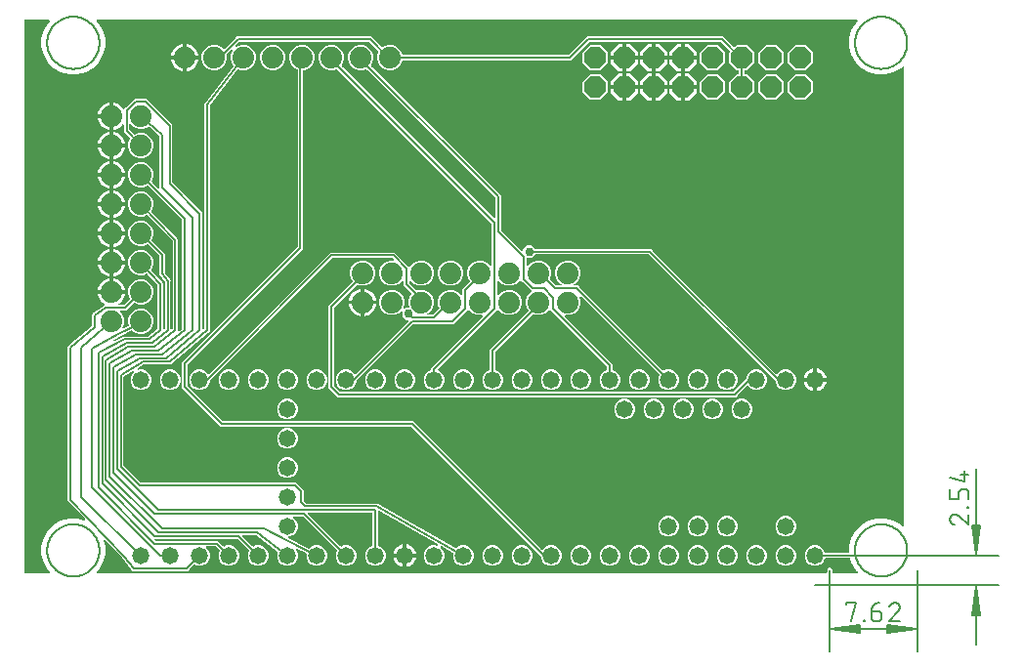
<source format=gbr>
G04 EAGLE Gerber X2 export*
%TF.Part,Single*%
%TF.FileFunction,Copper,L1,Top,Mixed*%
%TF.FilePolarity,Positive*%
%TF.GenerationSoftware,Autodesk,EAGLE,9.0.1*%
%TF.CreationDate,2018-06-21T21:19:49Z*%
G75*
%MOMM*%
%FSLAX34Y34*%
%LPD*%
%AMOC8*
5,1,8,0,0,1.08239X$1,22.5*%
G01*
%ADD10C,0.130000*%
%ADD11C,0.152400*%
%ADD12C,1.879600*%
%ADD13P,2.034460X8X22.500000*%
%ADD14C,1.473200*%
%ADD15C,0.756400*%

G36*
X148954Y10172D02*
X148954Y10172D01*
X149026Y10174D01*
X149075Y10192D01*
X149126Y10200D01*
X149189Y10234D01*
X149257Y10259D01*
X149297Y10291D01*
X149343Y10316D01*
X149393Y10368D01*
X149449Y10412D01*
X149477Y10456D01*
X149513Y10494D01*
X149543Y10559D01*
X149582Y10619D01*
X149594Y10670D01*
X149616Y10717D01*
X149624Y10788D01*
X149642Y10858D01*
X149638Y10910D01*
X149643Y10961D01*
X149628Y11032D01*
X149623Y11103D01*
X149602Y11151D01*
X149591Y11202D01*
X149554Y11263D01*
X149526Y11329D01*
X149482Y11385D01*
X149465Y11413D01*
X149447Y11428D01*
X149422Y11460D01*
X147866Y13016D01*
X144224Y19323D01*
X142339Y26358D01*
X142339Y33642D01*
X144224Y40677D01*
X147866Y46984D01*
X153016Y52134D01*
X159323Y55776D01*
X166358Y57661D01*
X173642Y57661D01*
X179521Y56085D01*
X179559Y56081D01*
X179596Y56069D01*
X179681Y56069D01*
X179766Y56061D01*
X179803Y56069D01*
X179842Y56069D01*
X179923Y56097D01*
X180006Y56116D01*
X180038Y56136D01*
X180075Y56148D01*
X180143Y56200D01*
X180216Y56244D01*
X180240Y56273D01*
X180271Y56296D01*
X180319Y56367D01*
X180374Y56433D01*
X180387Y56468D01*
X180409Y56500D01*
X180432Y56582D01*
X180463Y56662D01*
X180465Y56700D01*
X180475Y56737D01*
X180471Y56822D01*
X180475Y56908D01*
X180464Y56944D01*
X180462Y56982D01*
X180431Y57062D01*
X180407Y57144D01*
X180386Y57176D01*
X180372Y57211D01*
X180270Y57345D01*
X166009Y72362D01*
X166003Y72366D01*
X165995Y72376D01*
X165329Y73042D01*
X165353Y73984D01*
X165352Y73992D01*
X165353Y74004D01*
X165353Y204209D01*
X165342Y204278D01*
X165341Y204348D01*
X165322Y204399D01*
X165314Y204452D01*
X165299Y204480D01*
X165352Y205415D01*
X165350Y205431D01*
X165353Y205458D01*
X165353Y206392D01*
X165355Y206397D01*
X166053Y207020D01*
X166064Y207033D01*
X166085Y207050D01*
X166745Y207710D01*
X166783Y207730D01*
X166848Y207753D01*
X166910Y207797D01*
X166939Y207812D01*
X166954Y207828D01*
X166985Y207851D01*
X185723Y224558D01*
X185794Y224646D01*
X185868Y224731D01*
X185872Y224741D01*
X185878Y224749D01*
X185917Y224854D01*
X185960Y224960D01*
X185961Y224972D01*
X185964Y224980D01*
X185965Y225005D01*
X185978Y225126D01*
X185978Y232504D01*
X185975Y232523D01*
X185977Y232542D01*
X185955Y232644D01*
X185938Y232747D01*
X185929Y232764D01*
X185925Y232783D01*
X185847Y232931D01*
X185840Y232941D01*
X185964Y233586D01*
X185965Y233613D01*
X185978Y233730D01*
X185978Y234387D01*
X185986Y234395D01*
X185997Y234411D01*
X186013Y234423D01*
X186069Y234510D01*
X186130Y234595D01*
X186135Y234613D01*
X186146Y234630D01*
X186195Y234790D01*
X186198Y234801D01*
X186742Y235170D01*
X186761Y235188D01*
X186853Y235262D01*
X187318Y235726D01*
X187329Y235726D01*
X187348Y235730D01*
X187367Y235727D01*
X187469Y235749D01*
X187572Y235766D01*
X187589Y235775D01*
X187608Y235779D01*
X187756Y235858D01*
X196837Y242014D01*
X196857Y242033D01*
X196948Y242106D01*
X197321Y242478D01*
X197330Y242491D01*
X197342Y242501D01*
X197402Y242591D01*
X197464Y242678D01*
X197469Y242693D01*
X197478Y242707D01*
X197505Y242811D01*
X197536Y242913D01*
X197536Y242929D01*
X197540Y242944D01*
X197533Y243052D01*
X197530Y243159D01*
X197525Y243174D01*
X197524Y243190D01*
X197483Y243289D01*
X197446Y243390D01*
X197436Y243402D01*
X197430Y243417D01*
X197359Y243498D01*
X197292Y243582D01*
X197279Y243591D01*
X197268Y243603D01*
X197128Y243695D01*
X196943Y243789D01*
X195422Y244894D01*
X194094Y246222D01*
X192989Y247743D01*
X192136Y249417D01*
X191555Y251204D01*
X191354Y252477D01*
X202438Y252477D01*
X202458Y252480D01*
X202477Y252478D01*
X202579Y252500D01*
X202681Y252517D01*
X202698Y252526D01*
X202718Y252530D01*
X202807Y252583D01*
X202898Y252632D01*
X202912Y252646D01*
X202929Y252656D01*
X202996Y252735D01*
X203067Y252810D01*
X203076Y252828D01*
X203089Y252843D01*
X203127Y252939D01*
X203171Y253033D01*
X203173Y253053D01*
X203181Y253071D01*
X203199Y253238D01*
X203199Y254001D01*
X203201Y254001D01*
X203201Y253238D01*
X203204Y253218D01*
X203202Y253199D01*
X203224Y253097D01*
X203241Y252995D01*
X203250Y252978D01*
X203254Y252958D01*
X203307Y252869D01*
X203356Y252778D01*
X203370Y252764D01*
X203380Y252747D01*
X203459Y252680D01*
X203534Y252609D01*
X203552Y252600D01*
X203567Y252587D01*
X203663Y252548D01*
X203757Y252505D01*
X203777Y252503D01*
X203795Y252495D01*
X203962Y252477D01*
X215046Y252477D01*
X214845Y251204D01*
X214264Y249417D01*
X213411Y247743D01*
X212306Y246222D01*
X210978Y244894D01*
X209676Y243948D01*
X209670Y243942D01*
X209663Y243938D01*
X209584Y243855D01*
X209503Y243773D01*
X209499Y243766D01*
X209494Y243760D01*
X209445Y243656D01*
X209395Y243552D01*
X209393Y243544D01*
X209390Y243537D01*
X209377Y243423D01*
X209362Y243308D01*
X209364Y243300D01*
X209363Y243293D01*
X209387Y243180D01*
X209410Y243067D01*
X209414Y243060D01*
X209415Y243052D01*
X209474Y242954D01*
X209531Y242853D01*
X209537Y242848D01*
X209541Y242841D01*
X209629Y242766D01*
X209715Y242689D01*
X209722Y242686D01*
X209728Y242681D01*
X209836Y242638D01*
X209941Y242593D01*
X209949Y242592D01*
X209957Y242589D01*
X210123Y242571D01*
X213621Y242571D01*
X213712Y242585D01*
X213802Y242593D01*
X213832Y242605D01*
X213864Y242610D01*
X213945Y242653D01*
X214029Y242689D01*
X214061Y242715D01*
X214082Y242726D01*
X214104Y242749D01*
X214160Y242794D01*
X218933Y247567D01*
X219001Y247661D01*
X219071Y247756D01*
X219073Y247762D01*
X219077Y247767D01*
X219111Y247878D01*
X219147Y247990D01*
X219147Y247996D01*
X219149Y248002D01*
X219146Y248119D01*
X219145Y248236D01*
X219143Y248243D01*
X219143Y248248D01*
X219136Y248265D01*
X219098Y248397D01*
X217677Y251827D01*
X217677Y256173D01*
X219340Y260187D01*
X222413Y263260D01*
X226427Y264923D01*
X230773Y264923D01*
X234787Y263260D01*
X237860Y260187D01*
X239523Y256173D01*
X239523Y251827D01*
X237860Y247813D01*
X234787Y244740D01*
X230773Y243077D01*
X226427Y243077D01*
X222997Y244498D01*
X222883Y244525D01*
X222770Y244553D01*
X222763Y244553D01*
X222757Y244554D01*
X222641Y244543D01*
X222524Y244534D01*
X222519Y244532D01*
X222512Y244531D01*
X222405Y244483D01*
X222298Y244438D01*
X222292Y244433D01*
X222288Y244431D01*
X222274Y244419D01*
X222167Y244333D01*
X215831Y237997D01*
X211088Y237997D01*
X211017Y237986D01*
X210945Y237984D01*
X210896Y237966D01*
X210845Y237958D01*
X210782Y237924D01*
X210714Y237899D01*
X210674Y237867D01*
X210627Y237842D01*
X210578Y237790D01*
X210522Y237746D01*
X210494Y237702D01*
X210458Y237664D01*
X210428Y237599D01*
X210389Y237539D01*
X210376Y237488D01*
X210354Y237441D01*
X210347Y237370D01*
X210329Y237300D01*
X210333Y237248D01*
X210327Y237197D01*
X210343Y237126D01*
X210348Y237055D01*
X210369Y237007D01*
X210380Y236956D01*
X210416Y236895D01*
X210445Y236829D01*
X210489Y236773D01*
X210506Y236745D01*
X210524Y236730D01*
X210549Y236698D01*
X212460Y234787D01*
X214123Y230773D01*
X214123Y226427D01*
X212810Y223257D01*
X212787Y223159D01*
X212758Y223062D01*
X212759Y223040D01*
X212753Y223018D01*
X212763Y222918D01*
X212766Y222816D01*
X212774Y222795D01*
X212777Y222773D01*
X212817Y222681D01*
X212853Y222586D01*
X212867Y222569D01*
X212877Y222548D01*
X212945Y222474D01*
X213008Y222396D01*
X213028Y222384D01*
X213043Y222367D01*
X213131Y222318D01*
X213217Y222265D01*
X213239Y222259D01*
X213258Y222248D01*
X213358Y222230D01*
X213456Y222207D01*
X213478Y222209D01*
X213500Y222205D01*
X213600Y222219D01*
X213701Y222228D01*
X213727Y222238D01*
X213744Y222240D01*
X213773Y222255D01*
X213858Y222287D01*
X217802Y224291D01*
X217893Y224358D01*
X217986Y224423D01*
X217992Y224431D01*
X218000Y224437D01*
X218065Y224529D01*
X218133Y224620D01*
X218136Y224630D01*
X218142Y224638D01*
X218174Y224746D01*
X218209Y224854D01*
X218209Y224864D01*
X218212Y224873D01*
X218208Y224987D01*
X218207Y225100D01*
X218204Y225112D01*
X218203Y225119D01*
X218195Y225142D01*
X218160Y225261D01*
X217677Y226427D01*
X217677Y230773D01*
X219340Y234787D01*
X222413Y237860D01*
X226427Y239523D01*
X230773Y239523D01*
X234787Y237860D01*
X237860Y234787D01*
X239523Y230773D01*
X239523Y226427D01*
X237860Y222413D01*
X234787Y219340D01*
X230773Y217677D01*
X226427Y217677D01*
X222413Y219340D01*
X221368Y220384D01*
X221349Y220398D01*
X221335Y220416D01*
X221250Y220470D01*
X221169Y220528D01*
X221146Y220535D01*
X221126Y220547D01*
X221029Y220571D01*
X220934Y220600D01*
X220910Y220600D01*
X220887Y220605D01*
X220788Y220597D01*
X220688Y220594D01*
X220666Y220586D01*
X220642Y220584D01*
X220485Y220525D01*
X209864Y215128D01*
X209854Y215120D01*
X209836Y215113D01*
X205523Y212683D01*
X205442Y212618D01*
X205357Y212557D01*
X205346Y212542D01*
X205331Y212530D01*
X205275Y212442D01*
X205214Y212357D01*
X205209Y212339D01*
X205198Y212323D01*
X205173Y212222D01*
X205142Y212122D01*
X205143Y212103D01*
X205138Y212084D01*
X205146Y211980D01*
X205149Y211876D01*
X205156Y211858D01*
X205158Y211839D01*
X205198Y211743D01*
X205235Y211645D01*
X205246Y211630D01*
X205254Y211613D01*
X205323Y211535D01*
X205389Y211453D01*
X205405Y211443D01*
X205417Y211429D01*
X205508Y211377D01*
X205596Y211321D01*
X205615Y211316D01*
X205631Y211307D01*
X205733Y211287D01*
X205835Y211261D01*
X205854Y211263D01*
X205872Y211259D01*
X205976Y211273D01*
X206080Y211281D01*
X206102Y211289D01*
X206116Y211291D01*
X206176Y211317D01*
X206237Y211339D01*
X213114Y214778D01*
X213145Y214800D01*
X213181Y214816D01*
X213312Y214920D01*
X213632Y215240D01*
X213860Y215240D01*
X213951Y215255D01*
X214043Y215263D01*
X214080Y215276D01*
X214102Y215280D01*
X214131Y215295D01*
X214200Y215321D01*
X214404Y215423D01*
X214833Y215279D01*
X214871Y215273D01*
X214907Y215259D01*
X215074Y215240D01*
X234609Y215240D01*
X234665Y215250D01*
X234722Y215249D01*
X234785Y215269D01*
X234851Y215280D01*
X234902Y215307D01*
X234956Y215324D01*
X235041Y215381D01*
X235069Y215395D01*
X235078Y215405D01*
X235096Y215417D01*
X242905Y221924D01*
X242907Y221926D01*
X242909Y221927D01*
X242986Y222018D01*
X243066Y222110D01*
X243067Y222112D01*
X243068Y222114D01*
X243114Y222227D01*
X243159Y222338D01*
X243159Y222340D01*
X243160Y222342D01*
X243179Y222509D01*
X243179Y259728D01*
X243167Y259801D01*
X243165Y259874D01*
X243147Y259921D01*
X243139Y259970D01*
X243105Y260036D01*
X243079Y260105D01*
X243039Y260160D01*
X243024Y260188D01*
X243006Y260205D01*
X242980Y260241D01*
X234540Y269494D01*
X234531Y269501D01*
X234525Y269510D01*
X234435Y269577D01*
X234347Y269646D01*
X234337Y269650D01*
X234327Y269657D01*
X234221Y269692D01*
X234116Y269730D01*
X234104Y269730D01*
X234094Y269733D01*
X233981Y269732D01*
X233870Y269734D01*
X233859Y269731D01*
X233848Y269731D01*
X233686Y269684D01*
X230773Y268477D01*
X226427Y268477D01*
X222413Y270140D01*
X219340Y273213D01*
X217677Y277227D01*
X217677Y281573D01*
X219340Y285587D01*
X222413Y288660D01*
X226427Y290323D01*
X230773Y290323D01*
X234787Y288660D01*
X237860Y285587D01*
X239523Y281573D01*
X239523Y277227D01*
X237882Y273266D01*
X237859Y273169D01*
X237831Y273074D01*
X237831Y273050D01*
X237826Y273027D01*
X237835Y272928D01*
X237838Y272828D01*
X237847Y272806D01*
X237849Y272782D01*
X237890Y272691D01*
X237924Y272598D01*
X237942Y272574D01*
X237949Y272557D01*
X237971Y272533D01*
X238023Y272462D01*
X247108Y262501D01*
X247119Y262493D01*
X247132Y262476D01*
X247796Y261812D01*
X247753Y260873D01*
X247755Y260860D01*
X247752Y260839D01*
X247752Y222185D01*
X247762Y222129D01*
X247761Y222072D01*
X247781Y222008D01*
X247792Y221942D01*
X247819Y221892D01*
X247836Y221838D01*
X247893Y221752D01*
X247907Y221725D01*
X247917Y221716D01*
X247929Y221698D01*
X247965Y221654D01*
X247987Y221635D01*
X248004Y221611D01*
X248080Y221554D01*
X248151Y221493D01*
X248178Y221482D01*
X248202Y221464D01*
X248292Y221435D01*
X248379Y221399D01*
X248408Y221397D01*
X248436Y221388D01*
X248530Y221390D01*
X248624Y221383D01*
X248653Y221391D01*
X248682Y221391D01*
X248771Y221422D01*
X248862Y221447D01*
X248886Y221463D01*
X248914Y221472D01*
X249052Y221568D01*
X249421Y221892D01*
X249495Y221981D01*
X249571Y222070D01*
X249573Y222076D01*
X249578Y222082D01*
X249619Y222190D01*
X249663Y222298D01*
X249664Y222306D01*
X249666Y222311D01*
X249666Y222331D01*
X249681Y222465D01*
X249681Y262331D01*
X249675Y262368D01*
X249678Y262406D01*
X249655Y262489D01*
X249642Y262574D01*
X249624Y262607D01*
X249614Y262643D01*
X249529Y262788D01*
X245392Y268304D01*
X245368Y268327D01*
X245321Y268386D01*
X244801Y268906D01*
X244801Y268908D01*
X244779Y268992D01*
X244765Y269076D01*
X244747Y269110D01*
X244737Y269146D01*
X244692Y269223D01*
X244797Y269958D01*
X244796Y269991D01*
X244804Y270066D01*
X244804Y285046D01*
X244790Y285136D01*
X244783Y285227D01*
X244770Y285257D01*
X244765Y285289D01*
X244722Y285370D01*
X244686Y285454D01*
X244661Y285486D01*
X244650Y285506D01*
X244626Y285529D01*
X244581Y285585D01*
X235033Y295133D01*
X234939Y295201D01*
X234844Y295271D01*
X234838Y295273D01*
X234833Y295277D01*
X234722Y295311D01*
X234610Y295347D01*
X234604Y295347D01*
X234598Y295349D01*
X234481Y295346D01*
X234364Y295345D01*
X234357Y295343D01*
X234352Y295343D01*
X234335Y295336D01*
X234203Y295298D01*
X230773Y293877D01*
X226427Y293877D01*
X222413Y295540D01*
X219340Y298613D01*
X217677Y302627D01*
X217677Y306973D01*
X219340Y310987D01*
X222413Y314060D01*
X226427Y315723D01*
X230773Y315723D01*
X234787Y314060D01*
X237860Y310987D01*
X239523Y306973D01*
X239523Y302627D01*
X238102Y299197D01*
X238075Y299083D01*
X238047Y298970D01*
X238047Y298963D01*
X238046Y298957D01*
X238057Y298841D01*
X238066Y298724D01*
X238068Y298719D01*
X238069Y298712D01*
X238117Y298605D01*
X238162Y298498D01*
X238167Y298492D01*
X238169Y298488D01*
X238181Y298474D01*
X238267Y298367D01*
X249378Y287256D01*
X249378Y270866D01*
X249384Y270829D01*
X249382Y270791D01*
X249404Y270708D01*
X249418Y270623D01*
X249435Y270590D01*
X249445Y270553D01*
X249530Y270409D01*
X253667Y264892D01*
X253691Y264870D01*
X253738Y264811D01*
X254259Y264291D01*
X254258Y264289D01*
X254281Y264205D01*
X254294Y264120D01*
X254312Y264087D01*
X254322Y264051D01*
X254367Y263973D01*
X254262Y263238D01*
X254263Y263206D01*
X254255Y263131D01*
X254255Y222227D01*
X254265Y222162D01*
X254266Y222096D01*
X254285Y222041D01*
X254294Y221984D01*
X254325Y221926D01*
X254347Y221863D01*
X254394Y221796D01*
X254410Y221767D01*
X254424Y221753D01*
X254443Y221726D01*
X254460Y221706D01*
X254466Y221701D01*
X254470Y221695D01*
X254560Y221623D01*
X254561Y221623D01*
X254588Y221597D01*
X254597Y221593D01*
X254650Y221550D01*
X254657Y221547D01*
X254662Y221542D01*
X254771Y221503D01*
X254880Y221462D01*
X254887Y221461D01*
X254894Y221459D01*
X255009Y221456D01*
X255125Y221452D01*
X255132Y221454D01*
X255140Y221454D01*
X255250Y221488D01*
X255361Y221521D01*
X255367Y221525D01*
X255374Y221527D01*
X255515Y221618D01*
X255904Y221937D01*
X255908Y221941D01*
X255913Y221944D01*
X255990Y222033D01*
X256067Y222121D01*
X256069Y222127D01*
X256073Y222131D01*
X256117Y222240D01*
X256163Y222348D01*
X256163Y222354D01*
X256165Y222359D01*
X256184Y222526D01*
X256184Y297489D01*
X256171Y297569D01*
X256166Y297650D01*
X256151Y297689D01*
X256144Y297731D01*
X256106Y297803D01*
X256076Y297879D01*
X256042Y297923D01*
X256029Y297949D01*
X256008Y297968D01*
X255975Y298012D01*
X234748Y320395D01*
X234744Y320397D01*
X234742Y320400D01*
X234646Y320472D01*
X234552Y320544D01*
X234548Y320545D01*
X234545Y320547D01*
X234431Y320584D01*
X234319Y320622D01*
X234315Y320622D01*
X234311Y320623D01*
X234191Y320622D01*
X234073Y320622D01*
X234069Y320621D01*
X234065Y320621D01*
X233904Y320574D01*
X230773Y319277D01*
X226427Y319277D01*
X222413Y320940D01*
X219340Y324013D01*
X217677Y328027D01*
X217677Y332373D01*
X219340Y336387D01*
X222413Y339460D01*
X226427Y341123D01*
X230773Y341123D01*
X234787Y339460D01*
X237860Y336387D01*
X239523Y332373D01*
X239523Y328027D01*
X237976Y324293D01*
X237951Y324189D01*
X237923Y324086D01*
X237923Y324069D01*
X237920Y324053D01*
X237930Y323947D01*
X237935Y323840D01*
X237941Y323825D01*
X237943Y323809D01*
X237986Y323711D01*
X238026Y323611D01*
X238038Y323595D01*
X238043Y323584D01*
X238064Y323561D01*
X238127Y323478D01*
X260102Y300307D01*
X260108Y300302D01*
X260116Y300292D01*
X260782Y299626D01*
X260757Y298684D01*
X260758Y298676D01*
X260757Y298663D01*
X260757Y222170D01*
X260766Y222117D01*
X260765Y222063D01*
X260786Y221996D01*
X260797Y221927D01*
X260822Y221879D01*
X260838Y221828D01*
X260843Y221821D01*
X260765Y221045D01*
X260768Y220991D01*
X260768Y220988D01*
X260769Y220983D01*
X260769Y220981D01*
X260763Y220917D01*
X260777Y220859D01*
X260780Y220800D01*
X260805Y220740D01*
X260819Y220678D01*
X260851Y220627D01*
X260873Y220572D01*
X260915Y220523D01*
X260949Y220469D01*
X260995Y220431D01*
X261034Y220386D01*
X261089Y220353D01*
X261139Y220312D01*
X261194Y220291D01*
X261245Y220260D01*
X261308Y220247D01*
X261368Y220224D01*
X261428Y220222D01*
X261486Y220209D01*
X261550Y220217D01*
X261614Y220214D01*
X261671Y220231D01*
X261730Y220237D01*
X261788Y220265D01*
X261850Y220283D01*
X261923Y220328D01*
X261953Y220342D01*
X261966Y220355D01*
X261993Y220371D01*
X264021Y221964D01*
X264030Y221974D01*
X264041Y221981D01*
X264113Y222065D01*
X264187Y222146D01*
X264192Y222158D01*
X264201Y222168D01*
X264242Y222270D01*
X264287Y222370D01*
X264288Y222384D01*
X264293Y222396D01*
X264312Y222563D01*
X264312Y316339D01*
X264297Y316429D01*
X264290Y316520D01*
X264277Y316550D01*
X264272Y316582D01*
X264229Y316663D01*
X264194Y316746D01*
X264168Y316778D01*
X264157Y316799D01*
X264133Y316821D01*
X264089Y316877D01*
X235033Y345933D01*
X234939Y346001D01*
X234844Y346071D01*
X234838Y346073D01*
X234833Y346077D01*
X234722Y346111D01*
X234610Y346147D01*
X234604Y346147D01*
X234598Y346149D01*
X234481Y346146D01*
X234364Y346145D01*
X234357Y346143D01*
X234352Y346143D01*
X234335Y346136D01*
X234203Y346098D01*
X230773Y344677D01*
X226427Y344677D01*
X222413Y346340D01*
X219340Y349413D01*
X217677Y353427D01*
X217677Y357773D01*
X219340Y361787D01*
X222413Y364860D01*
X226427Y366523D01*
X230773Y366523D01*
X234787Y364860D01*
X237860Y361787D01*
X239523Y357773D01*
X239523Y353427D01*
X238102Y349997D01*
X238075Y349883D01*
X238047Y349770D01*
X238047Y349763D01*
X238046Y349757D01*
X238057Y349641D01*
X238066Y349524D01*
X238068Y349519D01*
X238069Y349512D01*
X238117Y349405D01*
X238162Y349298D01*
X238167Y349292D01*
X238169Y349288D01*
X238181Y349274D01*
X238250Y349188D01*
X238250Y349187D01*
X238251Y349187D01*
X238267Y349167D01*
X243505Y343929D01*
X243563Y343887D01*
X243615Y343838D01*
X243662Y343816D01*
X243705Y343785D01*
X243773Y343764D01*
X243838Y343734D01*
X243890Y343728D01*
X243940Y343713D01*
X244011Y343715D01*
X244083Y343707D01*
X244134Y343718D01*
X244186Y343719D01*
X244253Y343744D01*
X244323Y343759D01*
X244368Y343786D01*
X244417Y343804D01*
X244473Y343849D01*
X244534Y343885D01*
X244568Y343925D01*
X244609Y343958D01*
X244647Y344018D01*
X244694Y344072D01*
X244714Y344121D01*
X244742Y344165D01*
X244759Y344234D01*
X244786Y344301D01*
X244794Y344372D01*
X244802Y344403D01*
X244800Y344426D01*
X244804Y344467D01*
X244804Y388765D01*
X244786Y388879D01*
X244769Y388993D01*
X244766Y389000D01*
X244765Y389008D01*
X244711Y389109D01*
X244659Y389213D01*
X244653Y389220D01*
X244650Y389225D01*
X244634Y389240D01*
X244546Y389337D01*
X235736Y397082D01*
X235636Y397144D01*
X235536Y397209D01*
X235531Y397210D01*
X235528Y397212D01*
X235411Y397240D01*
X235297Y397269D01*
X235293Y397268D01*
X235288Y397269D01*
X235169Y397258D01*
X235052Y397249D01*
X235048Y397247D01*
X235043Y397247D01*
X234942Y397202D01*
X234927Y397198D01*
X230773Y395477D01*
X226427Y395477D01*
X222413Y397140D01*
X219791Y399762D01*
X219733Y399804D01*
X219681Y399853D01*
X219634Y399875D01*
X219591Y399905D01*
X219523Y399926D01*
X219458Y399957D01*
X219406Y399962D01*
X219356Y399978D01*
X219285Y399976D01*
X219213Y399984D01*
X219162Y399973D01*
X219110Y399971D01*
X219043Y399947D01*
X218973Y399932D01*
X218928Y399905D01*
X218879Y399887D01*
X218823Y399842D01*
X218762Y399805D01*
X218728Y399766D01*
X218687Y399733D01*
X218649Y399673D01*
X218602Y399618D01*
X218582Y399570D01*
X218554Y399526D01*
X218537Y399457D01*
X218510Y399390D01*
X218502Y399319D01*
X218494Y399288D01*
X218496Y399265D01*
X218492Y399224D01*
X218492Y394658D01*
X218506Y394568D01*
X218513Y394477D01*
X218526Y394447D01*
X218531Y394415D01*
X218574Y394334D01*
X218610Y394250D01*
X218635Y394218D01*
X218646Y394198D01*
X218670Y394175D01*
X218715Y394119D01*
X222167Y390667D01*
X222262Y390599D01*
X222356Y390529D01*
X222362Y390527D01*
X222367Y390523D01*
X222478Y390489D01*
X222590Y390453D01*
X222596Y390453D01*
X222602Y390451D01*
X222719Y390454D01*
X222836Y390455D01*
X222843Y390457D01*
X222848Y390457D01*
X222865Y390464D01*
X222997Y390502D01*
X226427Y391923D01*
X230773Y391923D01*
X234787Y390260D01*
X237860Y387187D01*
X239523Y383173D01*
X239523Y378827D01*
X237860Y374813D01*
X234787Y371740D01*
X230773Y370077D01*
X226427Y370077D01*
X222413Y371740D01*
X219340Y374813D01*
X217677Y378827D01*
X217677Y383173D01*
X219098Y386603D01*
X219125Y386717D01*
X219153Y386830D01*
X219153Y386837D01*
X219154Y386843D01*
X219143Y386959D01*
X219134Y387076D01*
X219132Y387081D01*
X219131Y387088D01*
X219083Y387195D01*
X219038Y387302D01*
X219033Y387308D01*
X219031Y387312D01*
X219019Y387326D01*
X218933Y387433D01*
X213918Y392448D01*
X213918Y398498D01*
X213917Y398506D01*
X213918Y398514D01*
X213897Y398628D01*
X213878Y398741D01*
X213875Y398748D01*
X213873Y398756D01*
X213817Y398857D01*
X213763Y398958D01*
X213758Y398964D01*
X213754Y398971D01*
X213668Y399048D01*
X213585Y399127D01*
X213578Y399131D01*
X213572Y399136D01*
X213467Y399182D01*
X213362Y399231D01*
X213354Y399232D01*
X213347Y399235D01*
X213232Y399245D01*
X213117Y399258D01*
X213110Y399256D01*
X213102Y399257D01*
X212989Y399230D01*
X212877Y399206D01*
X212870Y399202D01*
X212862Y399200D01*
X212765Y399139D01*
X212666Y399080D01*
X212661Y399074D01*
X212654Y399069D01*
X212541Y398945D01*
X212306Y398622D01*
X210978Y397294D01*
X209457Y396189D01*
X207783Y395336D01*
X205996Y394755D01*
X204723Y394554D01*
X204723Y405638D01*
X204720Y405658D01*
X204722Y405677D01*
X204700Y405779D01*
X204683Y405881D01*
X204674Y405898D01*
X204670Y405918D01*
X204617Y406007D01*
X204568Y406098D01*
X204554Y406112D01*
X204544Y406129D01*
X204465Y406196D01*
X204390Y406267D01*
X204372Y406276D01*
X204357Y406289D01*
X204261Y406327D01*
X204167Y406371D01*
X204147Y406373D01*
X204129Y406381D01*
X203962Y406399D01*
X203199Y406399D01*
X203199Y406401D01*
X203962Y406401D01*
X203982Y406404D01*
X204001Y406402D01*
X204103Y406424D01*
X204205Y406441D01*
X204222Y406450D01*
X204242Y406454D01*
X204331Y406507D01*
X204422Y406556D01*
X204436Y406570D01*
X204453Y406580D01*
X204520Y406659D01*
X204591Y406734D01*
X204600Y406752D01*
X204613Y406767D01*
X204652Y406863D01*
X204695Y406957D01*
X204697Y406977D01*
X204705Y406995D01*
X204723Y407162D01*
X204723Y418246D01*
X205996Y418045D01*
X207783Y417464D01*
X209457Y416611D01*
X210978Y415506D01*
X212306Y414178D01*
X213283Y412834D01*
X213339Y412778D01*
X213389Y412716D01*
X213426Y412692D01*
X213458Y412661D01*
X213529Y412626D01*
X213596Y412583D01*
X213639Y412572D01*
X213678Y412552D01*
X213757Y412542D01*
X213834Y412523D01*
X213878Y412526D01*
X213922Y412520D01*
X214000Y412536D01*
X214080Y412542D01*
X214120Y412559D01*
X214164Y412567D01*
X214233Y412607D01*
X214306Y412638D01*
X214352Y412675D01*
X214377Y412689D01*
X214396Y412710D01*
X214437Y412743D01*
X215481Y413787D01*
X223386Y421692D01*
X233408Y421692D01*
X234970Y420129D01*
X234971Y420129D01*
X255880Y399219D01*
X255880Y349141D01*
X255895Y349051D01*
X255902Y348960D01*
X255915Y348930D01*
X255920Y348898D01*
X255963Y348817D01*
X255998Y348734D01*
X256024Y348701D01*
X256035Y348681D01*
X256059Y348659D01*
X256103Y348603D01*
X281890Y322816D01*
X281890Y222185D01*
X281899Y222129D01*
X281898Y222072D01*
X281919Y222008D01*
X281930Y221942D01*
X281956Y221892D01*
X281974Y221838D01*
X282030Y221752D01*
X282045Y221725D01*
X282054Y221716D01*
X282066Y221698D01*
X282085Y221675D01*
X282103Y221659D01*
X282117Y221640D01*
X282196Y221579D01*
X282271Y221514D01*
X282293Y221505D01*
X282312Y221490D01*
X282407Y221458D01*
X282499Y221420D01*
X282522Y221419D01*
X282545Y221411D01*
X282645Y221411D01*
X282744Y221404D01*
X282767Y221410D01*
X282791Y221410D01*
X282886Y221442D01*
X282982Y221467D01*
X283002Y221481D01*
X283024Y221488D01*
X283163Y221582D01*
X283551Y221911D01*
X283628Y222003D01*
X283708Y222096D01*
X283709Y222098D01*
X283710Y222099D01*
X283753Y222207D01*
X283800Y222324D01*
X283801Y222326D01*
X283801Y222327D01*
X283801Y222332D01*
X283819Y222491D01*
X283819Y415951D01*
X283814Y415983D01*
X283812Y416052D01*
X283712Y416801D01*
X283739Y416867D01*
X283778Y416940D01*
X283785Y416981D01*
X283800Y417019D01*
X283808Y417090D01*
X284346Y417628D01*
X284364Y417653D01*
X284412Y417703D01*
X308769Y449549D01*
X308813Y449631D01*
X308863Y449709D01*
X308871Y449739D01*
X308885Y449766D01*
X308901Y449858D01*
X308923Y449947D01*
X308921Y449978D01*
X308926Y450009D01*
X308911Y450100D01*
X308904Y450193D01*
X308892Y450221D01*
X308887Y450252D01*
X308844Y450334D01*
X308808Y450419D01*
X308783Y450450D01*
X308773Y450469D01*
X308749Y450492D01*
X308703Y450550D01*
X308240Y451013D01*
X306577Y455027D01*
X306577Y459373D01*
X308159Y463192D01*
X308181Y463286D01*
X308210Y463379D01*
X308209Y463406D01*
X308215Y463431D01*
X308206Y463528D01*
X308204Y463625D01*
X308195Y463650D01*
X308192Y463676D01*
X308153Y463765D01*
X308119Y463856D01*
X308103Y463877D01*
X308092Y463901D01*
X308026Y463972D01*
X307965Y464048D01*
X307943Y464062D01*
X307926Y464082D01*
X307840Y464129D01*
X307759Y464181D01*
X307733Y464188D01*
X307710Y464200D01*
X307614Y464218D01*
X307520Y464241D01*
X307494Y464239D01*
X307468Y464244D01*
X307372Y464230D01*
X307275Y464222D01*
X307251Y464212D01*
X307225Y464208D01*
X307138Y464164D01*
X307048Y464126D01*
X307023Y464106D01*
X307006Y464097D01*
X306982Y464073D01*
X306918Y464021D01*
X303162Y460265D01*
X303094Y460171D01*
X303024Y460077D01*
X303022Y460071D01*
X303018Y460066D01*
X302984Y459955D01*
X302948Y459843D01*
X302948Y459836D01*
X302946Y459830D01*
X302949Y459714D01*
X302950Y459597D01*
X302952Y459590D01*
X302952Y459585D01*
X302959Y459567D01*
X302997Y459436D01*
X303023Y459373D01*
X303023Y455027D01*
X301360Y451013D01*
X298287Y447940D01*
X294273Y446277D01*
X289927Y446277D01*
X285913Y447940D01*
X282840Y451013D01*
X281177Y455027D01*
X281177Y459373D01*
X282840Y463387D01*
X285913Y466460D01*
X289927Y468123D01*
X294273Y468123D01*
X298287Y466460D01*
X300050Y464698D01*
X300066Y464686D01*
X300078Y464670D01*
X300165Y464614D01*
X300249Y464554D01*
X300268Y464548D01*
X300285Y464537D01*
X300386Y464512D01*
X300484Y464482D01*
X300504Y464482D01*
X300524Y464477D01*
X300627Y464485D01*
X300730Y464488D01*
X300749Y464495D01*
X300769Y464496D01*
X300864Y464537D01*
X300961Y464572D01*
X300977Y464585D01*
X300995Y464593D01*
X301126Y464698D01*
X310228Y473799D01*
X311790Y475362D01*
X427985Y475362D01*
X437061Y466285D01*
X437078Y466273D01*
X437090Y466258D01*
X437177Y466202D01*
X437261Y466141D01*
X437280Y466136D01*
X437297Y466125D01*
X437397Y466100D01*
X437496Y466069D01*
X437516Y466070D01*
X437535Y466065D01*
X437638Y466073D01*
X437742Y466075D01*
X437761Y466082D01*
X437781Y466084D01*
X437876Y466124D01*
X437973Y466160D01*
X437989Y466172D01*
X438007Y466180D01*
X438138Y466285D01*
X438313Y466460D01*
X442327Y468123D01*
X446673Y468123D01*
X450687Y466460D01*
X453760Y463387D01*
X455181Y459957D01*
X455242Y459857D01*
X455302Y459757D01*
X455307Y459753D01*
X455310Y459748D01*
X455400Y459673D01*
X455489Y459597D01*
X455495Y459595D01*
X455500Y459591D01*
X455608Y459549D01*
X455717Y459505D01*
X455725Y459504D01*
X455730Y459503D01*
X455748Y459502D01*
X455884Y459487D01*
X598812Y459487D01*
X598903Y459501D01*
X598993Y459509D01*
X599023Y459521D01*
X599055Y459526D01*
X599136Y459569D01*
X599220Y459605D01*
X599252Y459631D01*
X599273Y459642D01*
X599295Y459665D01*
X599351Y459710D01*
X615003Y475362D01*
X732785Y475362D01*
X741861Y466285D01*
X741878Y466273D01*
X741890Y466258D01*
X741977Y466202D01*
X742061Y466141D01*
X742080Y466136D01*
X742097Y466125D01*
X742197Y466100D01*
X742296Y466069D01*
X742316Y466070D01*
X742335Y466065D01*
X742438Y466073D01*
X742542Y466075D01*
X742561Y466082D01*
X742581Y466084D01*
X742676Y466124D01*
X742773Y466160D01*
X742789Y466172D01*
X742807Y466180D01*
X742938Y466285D01*
X744776Y468123D01*
X753824Y468123D01*
X760223Y461724D01*
X760223Y452676D01*
X753824Y446277D01*
X752348Y446277D01*
X752328Y446274D01*
X752309Y446276D01*
X752207Y446254D01*
X752105Y446238D01*
X752088Y446228D01*
X752068Y446224D01*
X751979Y446171D01*
X751888Y446122D01*
X751874Y446108D01*
X751857Y446098D01*
X751790Y446019D01*
X751718Y445944D01*
X751710Y445926D01*
X751697Y445911D01*
X751658Y445815D01*
X751615Y445721D01*
X751613Y445701D01*
X751605Y445683D01*
X751587Y445516D01*
X751587Y443484D01*
X751590Y443464D01*
X751588Y443445D01*
X751610Y443343D01*
X751626Y443241D01*
X751636Y443224D01*
X751640Y443204D01*
X751693Y443115D01*
X751742Y443024D01*
X751756Y443010D01*
X751766Y442993D01*
X751845Y442926D01*
X751920Y442854D01*
X751938Y442846D01*
X751953Y442833D01*
X752049Y442794D01*
X752143Y442751D01*
X752163Y442749D01*
X752181Y442741D01*
X752348Y442723D01*
X753824Y442723D01*
X760223Y436324D01*
X760223Y427276D01*
X753824Y420877D01*
X744776Y420877D01*
X738377Y427276D01*
X738377Y436324D01*
X744776Y442723D01*
X746252Y442723D01*
X746272Y442726D01*
X746291Y442724D01*
X746393Y442746D01*
X746495Y442762D01*
X746512Y442772D01*
X746532Y442776D01*
X746621Y442829D01*
X746712Y442878D01*
X746726Y442892D01*
X746743Y442902D01*
X746810Y442981D01*
X746882Y443056D01*
X746890Y443074D01*
X746903Y443089D01*
X746942Y443185D01*
X746985Y443279D01*
X746987Y443299D01*
X746995Y443317D01*
X747013Y443484D01*
X747013Y445516D01*
X747010Y445536D01*
X747012Y445555D01*
X746990Y445657D01*
X746974Y445759D01*
X746964Y445776D01*
X746960Y445796D01*
X746907Y445885D01*
X746858Y445976D01*
X746844Y445990D01*
X746834Y446007D01*
X746755Y446074D01*
X746680Y446146D01*
X746662Y446154D01*
X746647Y446167D01*
X746551Y446206D01*
X746457Y446249D01*
X746437Y446251D01*
X746419Y446259D01*
X746252Y446277D01*
X744776Y446277D01*
X738377Y452676D01*
X738377Y461724D01*
X738627Y461975D01*
X738639Y461991D01*
X738655Y462003D01*
X738711Y462090D01*
X738771Y462174D01*
X738777Y462193D01*
X738788Y462210D01*
X738813Y462310D01*
X738843Y462409D01*
X738843Y462429D01*
X738848Y462449D01*
X738840Y462552D01*
X738837Y462655D01*
X738830Y462674D01*
X738829Y462694D01*
X738788Y462789D01*
X738753Y462886D01*
X738740Y462902D01*
X738732Y462920D01*
X738627Y463051D01*
X731113Y470565D01*
X731039Y470618D01*
X730970Y470678D01*
X730940Y470690D01*
X730914Y470709D01*
X730827Y470736D01*
X730742Y470770D01*
X730701Y470774D01*
X730678Y470781D01*
X730646Y470780D01*
X730575Y470788D01*
X617213Y470788D01*
X617122Y470774D01*
X617032Y470766D01*
X617002Y470754D01*
X616970Y470749D01*
X616889Y470706D01*
X616805Y470670D01*
X616773Y470644D01*
X616752Y470633D01*
X616730Y470610D01*
X616674Y470565D01*
X601022Y454913D01*
X455884Y454913D01*
X455769Y454894D01*
X455653Y454877D01*
X455648Y454875D01*
X455641Y454874D01*
X455539Y454819D01*
X455434Y454766D01*
X455430Y454761D01*
X455424Y454758D01*
X455344Y454674D01*
X455262Y454590D01*
X455258Y454584D01*
X455255Y454580D01*
X455247Y454563D01*
X455181Y454443D01*
X453760Y451013D01*
X450687Y447940D01*
X446673Y446277D01*
X442327Y446277D01*
X438313Y447940D01*
X435240Y451013D01*
X433577Y455027D01*
X433577Y459373D01*
X434533Y461681D01*
X434560Y461794D01*
X434589Y461908D01*
X434588Y461914D01*
X434589Y461920D01*
X434578Y462037D01*
X434569Y462153D01*
X434567Y462159D01*
X434566Y462165D01*
X434519Y462273D01*
X434473Y462379D01*
X434468Y462385D01*
X434466Y462390D01*
X434454Y462404D01*
X434368Y462510D01*
X426313Y470565D01*
X426239Y470618D01*
X426170Y470678D01*
X426140Y470690D01*
X426114Y470709D01*
X426027Y470736D01*
X425942Y470770D01*
X425901Y470774D01*
X425878Y470781D01*
X425846Y470780D01*
X425775Y470788D01*
X314000Y470788D01*
X313910Y470774D01*
X313819Y470766D01*
X313789Y470754D01*
X313757Y470749D01*
X313677Y470706D01*
X313593Y470670D01*
X313561Y470644D01*
X313540Y470633D01*
X313518Y470610D01*
X313462Y470565D01*
X310679Y467782D01*
X310622Y467703D01*
X310560Y467628D01*
X310551Y467604D01*
X310535Y467583D01*
X310507Y467489D01*
X310472Y467399D01*
X310471Y467373D01*
X310463Y467348D01*
X310466Y467250D01*
X310461Y467153D01*
X310469Y467128D01*
X310469Y467102D01*
X310503Y467010D01*
X310530Y466917D01*
X310545Y466895D01*
X310554Y466871D01*
X310615Y466795D01*
X310670Y466715D01*
X310691Y466699D01*
X310708Y466679D01*
X310789Y466626D01*
X310868Y466568D01*
X310892Y466560D01*
X310914Y466546D01*
X311009Y466522D01*
X311101Y466492D01*
X311128Y466492D01*
X311153Y466486D01*
X311250Y466493D01*
X311347Y466494D01*
X311379Y466503D01*
X311398Y466505D01*
X311428Y466518D01*
X311508Y466541D01*
X315327Y468123D01*
X319673Y468123D01*
X323687Y466460D01*
X326760Y463387D01*
X328423Y459373D01*
X328423Y455027D01*
X326760Y451013D01*
X323687Y447940D01*
X319673Y446277D01*
X315327Y446277D01*
X313360Y447092D01*
X313316Y447102D01*
X313276Y447121D01*
X313198Y447130D01*
X313120Y447148D01*
X313076Y447144D01*
X313032Y447149D01*
X312954Y447133D01*
X312875Y447125D01*
X312835Y447107D01*
X312791Y447098D01*
X312723Y447058D01*
X312651Y447025D01*
X312618Y446995D01*
X312580Y446973D01*
X312481Y446870D01*
X312470Y446859D01*
X312468Y446855D01*
X312464Y446851D01*
X288549Y415584D01*
X288545Y415576D01*
X288543Y415574D01*
X288536Y415561D01*
X288530Y415548D01*
X288503Y415516D01*
X288472Y415440D01*
X288433Y415367D01*
X288426Y415327D01*
X288411Y415288D01*
X288393Y415130D01*
X288392Y415125D01*
X288393Y415123D01*
X288392Y415122D01*
X288392Y222202D01*
X288402Y222142D01*
X288402Y222081D01*
X288422Y222021D01*
X288432Y221959D01*
X288460Y221906D01*
X288465Y221891D01*
X288395Y221020D01*
X288397Y220997D01*
X288392Y220958D01*
X288392Y220087D01*
X288371Y220057D01*
X288353Y219999D01*
X288346Y219985D01*
X287680Y219419D01*
X287666Y219402D01*
X287635Y219377D01*
X287019Y218761D01*
X286983Y218755D01*
X286930Y218727D01*
X286872Y218708D01*
X286794Y218655D01*
X286766Y218640D01*
X286755Y218628D01*
X286733Y218614D01*
X255168Y191784D01*
X255154Y191767D01*
X255123Y191742D01*
X254507Y191126D01*
X254471Y191120D01*
X254418Y191092D01*
X254403Y191087D01*
X253532Y191157D01*
X253509Y191155D01*
X253470Y191160D01*
X231659Y191160D01*
X231544Y191141D01*
X231429Y191124D01*
X231422Y191121D01*
X231416Y191120D01*
X231399Y191111D01*
X231276Y191056D01*
X226048Y188007D01*
X225993Y187961D01*
X225932Y187923D01*
X225899Y187883D01*
X225859Y187850D01*
X225821Y187789D01*
X225775Y187733D01*
X225756Y187685D01*
X225729Y187641D01*
X225712Y187571D01*
X225687Y187504D01*
X225684Y187452D01*
X225672Y187402D01*
X225679Y187330D01*
X225676Y187258D01*
X225691Y187208D01*
X225695Y187157D01*
X225725Y187091D01*
X225745Y187022D01*
X225774Y186979D01*
X225795Y186932D01*
X225844Y186879D01*
X225885Y186820D01*
X225926Y186789D01*
X225961Y186751D01*
X226024Y186716D01*
X226082Y186673D01*
X226132Y186657D01*
X226177Y186632D01*
X226248Y186619D01*
X226316Y186597D01*
X226368Y186597D01*
X226419Y186588D01*
X226490Y186598D01*
X226562Y186599D01*
X226630Y186619D01*
X226662Y186624D01*
X226692Y186637D01*
X226723Y186646D01*
X226832Y186691D01*
X230368Y186691D01*
X233636Y185337D01*
X236137Y182836D01*
X237491Y179568D01*
X237491Y176032D01*
X236137Y172764D01*
X233636Y170263D01*
X230368Y168909D01*
X226832Y168909D01*
X223564Y170263D01*
X221063Y172764D01*
X219709Y176032D01*
X219709Y179568D01*
X221063Y182836D01*
X222332Y184105D01*
X222347Y184126D01*
X222367Y184143D01*
X222418Y184226D01*
X222475Y184305D01*
X222483Y184329D01*
X222496Y184351D01*
X222519Y184447D01*
X222548Y184540D01*
X222547Y184566D01*
X222553Y184591D01*
X222544Y184688D01*
X222541Y184786D01*
X222532Y184810D01*
X222530Y184836D01*
X222490Y184925D01*
X222457Y185017D01*
X222441Y185037D01*
X222430Y185061D01*
X222364Y185133D01*
X222303Y185209D01*
X222281Y185223D01*
X222264Y185242D01*
X222179Y185289D01*
X222096Y185342D01*
X222071Y185348D01*
X222049Y185361D01*
X221952Y185378D01*
X221858Y185402D01*
X221832Y185400D01*
X221807Y185405D01*
X221710Y185390D01*
X221612Y185383D01*
X221589Y185373D01*
X221563Y185369D01*
X221410Y185301D01*
X213992Y180974D01*
X213942Y180932D01*
X213885Y180898D01*
X213847Y180854D01*
X213803Y180817D01*
X213768Y180762D01*
X213725Y180711D01*
X213703Y180658D01*
X213673Y180609D01*
X213658Y180544D01*
X213633Y180483D01*
X213624Y180401D01*
X213617Y180369D01*
X213618Y180349D01*
X213615Y180317D01*
X213615Y103675D01*
X213629Y103585D01*
X213637Y103494D01*
X213649Y103465D01*
X213654Y103433D01*
X213697Y103352D01*
X213733Y103268D01*
X213759Y103236D01*
X213770Y103215D01*
X213793Y103193D01*
X213838Y103137D01*
X228308Y88667D01*
X228382Y88613D01*
X228452Y88554D01*
X228482Y88542D01*
X228508Y88523D01*
X228595Y88496D01*
X228680Y88462D01*
X228721Y88457D01*
X228743Y88451D01*
X228775Y88451D01*
X228847Y88444D01*
X363456Y88444D01*
X364354Y87546D01*
X365018Y86881D01*
X365524Y86376D01*
X369672Y82227D01*
X369672Y72789D01*
X369687Y72699D01*
X369694Y72608D01*
X369707Y72578D01*
X369712Y72546D01*
X369755Y72465D01*
X369790Y72382D01*
X369816Y72349D01*
X369827Y72329D01*
X369851Y72307D01*
X369895Y72251D01*
X371361Y70785D01*
X371435Y70732D01*
X371504Y70672D01*
X371535Y70660D01*
X371561Y70641D01*
X371648Y70615D01*
X371733Y70580D01*
X371774Y70576D01*
X371796Y70569D01*
X371828Y70570D01*
X371899Y70562D01*
X431996Y70562D01*
X432015Y70565D01*
X432033Y70563D01*
X432199Y70589D01*
X432714Y70732D01*
X432838Y70661D01*
X432943Y70622D01*
X433047Y70580D01*
X433061Y70579D01*
X433069Y70576D01*
X433095Y70575D01*
X433214Y70562D01*
X433357Y70562D01*
X433734Y70184D01*
X433750Y70173D01*
X433761Y70159D01*
X433897Y70060D01*
X501151Y31914D01*
X501189Y31900D01*
X501223Y31878D01*
X501304Y31857D01*
X501381Y31829D01*
X501422Y31828D01*
X501462Y31818D01*
X501544Y31824D01*
X501627Y31822D01*
X501666Y31834D01*
X501707Y31837D01*
X501783Y31869D01*
X501863Y31893D01*
X501896Y31917D01*
X501934Y31933D01*
X502059Y32033D01*
X502063Y32036D01*
X502063Y32037D01*
X502064Y32038D01*
X502964Y32937D01*
X506232Y34291D01*
X509768Y34291D01*
X513036Y32937D01*
X515537Y30436D01*
X516891Y27168D01*
X516891Y23632D01*
X515537Y20364D01*
X513036Y17863D01*
X509768Y16509D01*
X506232Y16509D01*
X502964Y17863D01*
X500463Y20364D01*
X499109Y23632D01*
X499109Y27224D01*
X499119Y27255D01*
X499118Y27282D01*
X499124Y27309D01*
X499115Y27405D01*
X499113Y27501D01*
X499104Y27527D01*
X499101Y27554D01*
X499062Y27642D01*
X499030Y27732D01*
X499012Y27754D01*
X499001Y27779D01*
X498936Y27850D01*
X498876Y27925D01*
X498849Y27945D01*
X498835Y27960D01*
X498806Y27976D01*
X498741Y28023D01*
X489323Y33365D01*
X489303Y33372D01*
X489286Y33384D01*
X489188Y33415D01*
X489092Y33450D01*
X489071Y33451D01*
X489051Y33457D01*
X488949Y33454D01*
X488846Y33457D01*
X488826Y33451D01*
X488805Y33450D01*
X488709Y33415D01*
X488611Y33386D01*
X488594Y33373D01*
X488574Y33366D01*
X488494Y33302D01*
X488411Y33243D01*
X488398Y33226D01*
X488382Y33212D01*
X488326Y33126D01*
X488267Y33043D01*
X488260Y33023D01*
X488249Y33005D01*
X488224Y32906D01*
X488193Y32809D01*
X488194Y32787D01*
X488189Y32767D01*
X488197Y32665D01*
X488199Y32563D01*
X488206Y32543D01*
X488208Y32522D01*
X488248Y32428D01*
X488283Y32331D01*
X488296Y32315D01*
X488304Y32295D01*
X488409Y32164D01*
X490137Y30436D01*
X491491Y27168D01*
X491491Y23632D01*
X490137Y20364D01*
X487636Y17863D01*
X484368Y16509D01*
X480832Y16509D01*
X477564Y17863D01*
X475063Y20364D01*
X473709Y23632D01*
X473709Y27168D01*
X475063Y30436D01*
X477564Y32937D01*
X480832Y34291D01*
X484369Y34291D01*
X485287Y33910D01*
X485361Y33893D01*
X485433Y33866D01*
X485480Y33865D01*
X485526Y33854D01*
X485602Y33861D01*
X485679Y33859D01*
X485724Y33873D01*
X485771Y33877D01*
X485841Y33908D01*
X485915Y33931D01*
X485953Y33958D01*
X485996Y33977D01*
X486052Y34029D01*
X486115Y34074D01*
X486142Y34112D01*
X486177Y34144D01*
X486214Y34211D01*
X486259Y34273D01*
X486273Y34318D01*
X486296Y34359D01*
X486309Y34435D01*
X486332Y34508D01*
X486331Y34555D01*
X486339Y34601D01*
X486328Y34677D01*
X486326Y34754D01*
X486310Y34798D01*
X486304Y34845D01*
X486269Y34913D01*
X486243Y34985D01*
X486213Y35022D01*
X486192Y35064D01*
X486137Y35117D01*
X486090Y35177D01*
X486038Y35215D01*
X486016Y35236D01*
X485984Y35254D01*
X485954Y35276D01*
X435224Y64050D01*
X435137Y64082D01*
X435053Y64121D01*
X435022Y64125D01*
X434993Y64135D01*
X434900Y64138D01*
X434809Y64148D01*
X434778Y64142D01*
X434747Y64143D01*
X434658Y64116D01*
X434568Y64096D01*
X434541Y64080D01*
X434512Y64071D01*
X434436Y64017D01*
X434357Y63970D01*
X434337Y63946D01*
X434311Y63928D01*
X434257Y63853D01*
X434197Y63783D01*
X434185Y63754D01*
X434167Y63729D01*
X434140Y63641D01*
X434105Y63555D01*
X434101Y63515D01*
X434094Y63494D01*
X434095Y63461D01*
X434087Y63388D01*
X434087Y34585D01*
X434106Y34470D01*
X434123Y34354D01*
X434125Y34348D01*
X434126Y34342D01*
X434181Y34239D01*
X434234Y34135D01*
X434239Y34130D01*
X434242Y34125D01*
X434326Y34045D01*
X434410Y33962D01*
X434416Y33959D01*
X434420Y33955D01*
X434437Y33947D01*
X434557Y33881D01*
X436836Y32937D01*
X439337Y30436D01*
X440691Y27168D01*
X440691Y23632D01*
X439337Y20364D01*
X436836Y17863D01*
X433568Y16509D01*
X430032Y16509D01*
X426764Y17863D01*
X424263Y20364D01*
X422909Y23632D01*
X422909Y27168D01*
X424263Y30436D01*
X426764Y32937D01*
X429043Y33881D01*
X429143Y33943D01*
X429243Y34003D01*
X429247Y34008D01*
X429252Y34011D01*
X429327Y34101D01*
X429403Y34190D01*
X429405Y34196D01*
X429409Y34200D01*
X429451Y34309D01*
X429495Y34418D01*
X429496Y34426D01*
X429497Y34430D01*
X429498Y34448D01*
X429513Y34585D01*
X429513Y61976D01*
X429510Y61996D01*
X429512Y62015D01*
X429490Y62117D01*
X429474Y62219D01*
X429464Y62236D01*
X429460Y62256D01*
X429407Y62345D01*
X429358Y62436D01*
X429344Y62450D01*
X429334Y62467D01*
X429255Y62534D01*
X429180Y62606D01*
X429162Y62614D01*
X429147Y62627D01*
X429051Y62666D01*
X428957Y62709D01*
X428937Y62711D01*
X428919Y62719D01*
X428752Y62737D01*
X374134Y62737D01*
X374064Y62726D01*
X373992Y62724D01*
X373943Y62706D01*
X373892Y62698D01*
X373828Y62664D01*
X373761Y62639D01*
X373720Y62607D01*
X373674Y62582D01*
X373625Y62531D01*
X373569Y62486D01*
X373541Y62442D01*
X373505Y62404D01*
X373475Y62339D01*
X373436Y62279D01*
X373423Y62228D01*
X373401Y62181D01*
X373393Y62110D01*
X373376Y62040D01*
X373380Y61988D01*
X373374Y61937D01*
X373389Y61866D01*
X373395Y61795D01*
X373415Y61747D01*
X373426Y61696D01*
X373463Y61635D01*
X373491Y61569D01*
X373536Y61513D01*
X373553Y61485D01*
X373570Y61470D01*
X373596Y61438D01*
X401522Y33512D01*
X401617Y33443D01*
X401711Y33374D01*
X401717Y33372D01*
X401722Y33368D01*
X401834Y33334D01*
X401945Y33297D01*
X401951Y33297D01*
X401957Y33296D01*
X402074Y33299D01*
X402191Y33300D01*
X402198Y33302D01*
X402203Y33302D01*
X402221Y33308D01*
X402352Y33346D01*
X404632Y34291D01*
X408168Y34291D01*
X411436Y32937D01*
X413937Y30436D01*
X415291Y27168D01*
X415291Y23632D01*
X413937Y20364D01*
X411436Y17863D01*
X408168Y16509D01*
X404632Y16509D01*
X401364Y17863D01*
X398863Y20364D01*
X397509Y23632D01*
X397509Y27168D01*
X398454Y29448D01*
X398480Y29562D01*
X398509Y29675D01*
X398508Y29681D01*
X398510Y29687D01*
X398499Y29804D01*
X398490Y29920D01*
X398487Y29926D01*
X398487Y29932D01*
X398439Y30040D01*
X398393Y30147D01*
X398389Y30152D01*
X398387Y30157D01*
X398374Y30171D01*
X398288Y30278D01*
X369303Y59263D01*
X369229Y59316D01*
X369160Y59376D01*
X369129Y59388D01*
X369103Y59407D01*
X369016Y59433D01*
X368931Y59468D01*
X368890Y59472D01*
X368868Y59479D01*
X368836Y59478D01*
X368765Y59486D01*
X361325Y59486D01*
X361254Y59475D01*
X361183Y59473D01*
X361134Y59455D01*
X361082Y59446D01*
X361019Y59413D01*
X360952Y59388D01*
X360911Y59356D01*
X360865Y59331D01*
X360816Y59279D01*
X360760Y59234D01*
X360731Y59191D01*
X360696Y59153D01*
X360665Y59088D01*
X360627Y59028D01*
X360614Y58977D01*
X360592Y58930D01*
X360584Y58859D01*
X360567Y58789D01*
X360571Y58737D01*
X360565Y58685D01*
X360580Y58615D01*
X360586Y58544D01*
X360606Y58496D01*
X360617Y58445D01*
X360654Y58383D01*
X360682Y58317D01*
X360727Y58262D01*
X360743Y58234D01*
X360761Y58219D01*
X360787Y58187D01*
X363137Y55836D01*
X364491Y52568D01*
X364491Y49032D01*
X363137Y45764D01*
X360636Y43263D01*
X357368Y41909D01*
X356659Y41909D01*
X356592Y41898D01*
X356523Y41897D01*
X356471Y41878D01*
X356417Y41870D01*
X356356Y41837D01*
X356291Y41814D01*
X356248Y41780D01*
X356199Y41754D01*
X356152Y41705D01*
X356098Y41662D01*
X356068Y41616D01*
X356030Y41576D01*
X356001Y41514D01*
X355963Y41456D01*
X355949Y41403D01*
X355926Y41353D01*
X355919Y41285D01*
X355901Y41218D01*
X355905Y41163D01*
X355899Y41109D01*
X355914Y41041D01*
X355918Y40973D01*
X355940Y40922D01*
X355951Y40868D01*
X355987Y40809D01*
X356013Y40746D01*
X356049Y40704D01*
X356077Y40657D01*
X356130Y40612D01*
X356175Y40561D01*
X356239Y40518D01*
X356264Y40497D01*
X356284Y40489D01*
X356315Y40469D01*
X373864Y31579D01*
X373886Y31572D01*
X373905Y31559D01*
X374002Y31535D01*
X374098Y31504D01*
X374121Y31505D01*
X374144Y31499D01*
X374243Y31507D01*
X374344Y31509D01*
X374366Y31517D01*
X374389Y31518D01*
X374481Y31558D01*
X374576Y31591D01*
X374594Y31606D01*
X374615Y31615D01*
X374746Y31719D01*
X375964Y32937D01*
X379232Y34291D01*
X382768Y34291D01*
X386036Y32937D01*
X388537Y30436D01*
X389891Y27168D01*
X389891Y23632D01*
X388537Y20364D01*
X386036Y17863D01*
X382768Y16509D01*
X379232Y16509D01*
X375964Y17863D01*
X373463Y20364D01*
X372109Y23632D01*
X372109Y26873D01*
X372095Y26960D01*
X372089Y27048D01*
X372075Y27081D01*
X372070Y27116D01*
X372028Y27194D01*
X371994Y27275D01*
X371971Y27302D01*
X371954Y27333D01*
X371891Y27394D01*
X371832Y27460D01*
X371794Y27485D01*
X371776Y27502D01*
X371748Y27516D01*
X371692Y27552D01*
X364211Y31342D01*
X364116Y31372D01*
X364022Y31408D01*
X363999Y31409D01*
X363977Y31416D01*
X363876Y31414D01*
X363776Y31419D01*
X363754Y31412D01*
X363731Y31412D01*
X363636Y31378D01*
X363540Y31350D01*
X363521Y31337D01*
X363499Y31329D01*
X363420Y31267D01*
X363338Y31210D01*
X363324Y31191D01*
X363306Y31177D01*
X363251Y31093D01*
X363191Y31012D01*
X363184Y30990D01*
X363171Y30971D01*
X363146Y30874D01*
X363115Y30778D01*
X363115Y30755D01*
X363109Y30733D01*
X363116Y30633D01*
X363117Y30533D01*
X363125Y30505D01*
X363126Y30488D01*
X363139Y30457D01*
X363164Y30371D01*
X364491Y27168D01*
X364491Y23632D01*
X363137Y20364D01*
X360636Y17863D01*
X357368Y16509D01*
X353832Y16509D01*
X350564Y17863D01*
X348063Y20364D01*
X346709Y23632D01*
X346709Y27168D01*
X347142Y28212D01*
X347152Y28257D01*
X347172Y28300D01*
X347180Y28377D01*
X347198Y28451D01*
X347193Y28498D01*
X347198Y28544D01*
X347182Y28620D01*
X347175Y28696D01*
X347156Y28739D01*
X347146Y28784D01*
X347106Y28851D01*
X347075Y28921D01*
X347043Y28955D01*
X347019Y28995D01*
X346922Y29087D01*
X346908Y29102D01*
X346903Y29105D01*
X346897Y29111D01*
X328418Y43076D01*
X328383Y43094D01*
X328353Y43120D01*
X328275Y43151D01*
X328200Y43191D01*
X328162Y43197D01*
X328125Y43212D01*
X327959Y43230D01*
X317442Y43230D01*
X317371Y43219D01*
X317299Y43217D01*
X317250Y43199D01*
X317199Y43190D01*
X317136Y43157D01*
X317068Y43132D01*
X317027Y43100D01*
X316981Y43075D01*
X316932Y43023D01*
X316876Y42979D01*
X316848Y42935D01*
X316812Y42897D01*
X316782Y42832D01*
X316743Y42772D01*
X316730Y42721D01*
X316708Y42674D01*
X316701Y42603D01*
X316683Y42533D01*
X316687Y42481D01*
X316681Y42429D01*
X316697Y42359D01*
X316702Y42288D01*
X316723Y42240D01*
X316734Y42189D01*
X316770Y42127D01*
X316799Y42062D01*
X316843Y42006D01*
X316860Y41978D01*
X316878Y41963D01*
X316903Y41931D01*
X325322Y33512D01*
X325417Y33443D01*
X325511Y33374D01*
X325517Y33372D01*
X325522Y33368D01*
X325634Y33334D01*
X325745Y33297D01*
X325751Y33297D01*
X325757Y33296D01*
X325874Y33299D01*
X325991Y33300D01*
X325998Y33302D01*
X326003Y33302D01*
X326021Y33308D01*
X326152Y33346D01*
X328432Y34291D01*
X331968Y34291D01*
X335236Y32937D01*
X337737Y30436D01*
X339091Y27168D01*
X339091Y23632D01*
X337737Y20364D01*
X335236Y17863D01*
X331968Y16509D01*
X328432Y16509D01*
X325164Y17863D01*
X322663Y20364D01*
X321309Y23632D01*
X321309Y27168D01*
X322254Y29448D01*
X322280Y29562D01*
X322309Y29675D01*
X322308Y29681D01*
X322310Y29687D01*
X322299Y29804D01*
X322290Y29920D01*
X322287Y29926D01*
X322287Y29932D01*
X322239Y30040D01*
X322193Y30147D01*
X322189Y30152D01*
X322187Y30157D01*
X322174Y30171D01*
X322088Y30278D01*
X312610Y39756D01*
X312536Y39809D01*
X312467Y39868D01*
X312437Y39881D01*
X312410Y39899D01*
X312324Y39926D01*
X312239Y39960D01*
X312198Y39965D01*
X312175Y39972D01*
X312143Y39971D01*
X312072Y39979D01*
X241445Y39979D01*
X241374Y39967D01*
X241302Y39965D01*
X241253Y39948D01*
X241202Y39939D01*
X241139Y39906D01*
X241071Y39881D01*
X241031Y39848D01*
X240985Y39824D01*
X240935Y39772D01*
X240879Y39727D01*
X240851Y39683D01*
X240815Y39646D01*
X240785Y39581D01*
X240746Y39520D01*
X240734Y39470D01*
X240712Y39423D01*
X240704Y39351D01*
X240686Y39282D01*
X240690Y39230D01*
X240685Y39178D01*
X240700Y39108D01*
X240705Y39037D01*
X240726Y38989D01*
X240737Y38938D01*
X240774Y38876D01*
X240802Y38810D01*
X240847Y38754D01*
X240863Y38727D01*
X240881Y38711D01*
X240907Y38679D01*
X241313Y38273D01*
X241387Y38220D01*
X241456Y38160D01*
X241487Y38148D01*
X241513Y38129D01*
X241600Y38103D01*
X241685Y38068D01*
X241726Y38064D01*
X241748Y38057D01*
X241780Y38058D01*
X241851Y38050D01*
X295384Y38050D01*
X296947Y36487D01*
X299922Y33512D01*
X300018Y33443D01*
X300111Y33374D01*
X300117Y33372D01*
X300122Y33368D01*
X300234Y33334D01*
X300345Y33297D01*
X300351Y33297D01*
X300357Y33296D01*
X300474Y33299D01*
X300591Y33300D01*
X300598Y33302D01*
X300603Y33302D01*
X300621Y33308D01*
X300752Y33346D01*
X303032Y34291D01*
X306568Y34291D01*
X309836Y32937D01*
X312337Y30436D01*
X313691Y27168D01*
X313691Y23632D01*
X312337Y20364D01*
X309836Y17863D01*
X306568Y16509D01*
X303032Y16509D01*
X299764Y17863D01*
X297263Y20364D01*
X295909Y23632D01*
X295909Y27168D01*
X296854Y29448D01*
X296880Y29562D01*
X296909Y29675D01*
X296908Y29681D01*
X296910Y29687D01*
X296899Y29804D01*
X296890Y29920D01*
X296887Y29926D01*
X296887Y29932D01*
X296839Y30040D01*
X296793Y30147D01*
X296789Y30153D01*
X296787Y30157D01*
X296774Y30171D01*
X296688Y30278D01*
X293713Y33253D01*
X293639Y33307D01*
X293569Y33366D01*
X293539Y33378D01*
X293513Y33397D01*
X293426Y33424D01*
X293341Y33458D01*
X293300Y33463D01*
X293278Y33469D01*
X293246Y33469D01*
X293174Y33476D01*
X285735Y33476D01*
X285664Y33465D01*
X285592Y33463D01*
X285543Y33445D01*
X285492Y33437D01*
X285429Y33403D01*
X285361Y33379D01*
X285321Y33346D01*
X285275Y33322D01*
X285225Y33270D01*
X285169Y33225D01*
X285141Y33181D01*
X285105Y33143D01*
X285075Y33078D01*
X285036Y33018D01*
X285024Y32967D01*
X285002Y32920D01*
X284994Y32849D01*
X284976Y32779D01*
X284980Y32727D01*
X284975Y32676D01*
X284990Y32606D01*
X284995Y32534D01*
X285016Y32486D01*
X285027Y32435D01*
X285064Y32374D01*
X285092Y32308D01*
X285136Y32252D01*
X285153Y32224D01*
X285171Y32209D01*
X285196Y32177D01*
X286937Y30436D01*
X288291Y27168D01*
X288291Y23632D01*
X286937Y20364D01*
X284436Y17863D01*
X281168Y16509D01*
X277632Y16509D01*
X275352Y17454D01*
X275238Y17480D01*
X275125Y17509D01*
X275119Y17508D01*
X275113Y17510D01*
X274996Y17499D01*
X274880Y17490D01*
X274874Y17487D01*
X274868Y17487D01*
X274760Y17439D01*
X274653Y17393D01*
X274647Y17389D01*
X274643Y17387D01*
X274629Y17374D01*
X274522Y17288D01*
X270835Y13601D01*
X269273Y12039D01*
X223439Y12039D01*
X223398Y12032D01*
X223355Y12034D01*
X223277Y12012D01*
X223197Y11999D01*
X223159Y11979D01*
X223119Y11968D01*
X223062Y11934D01*
X222303Y12032D01*
X222272Y12031D01*
X222205Y12039D01*
X221443Y12039D01*
X221385Y12071D01*
X221319Y12119D01*
X221279Y12131D01*
X221242Y12152D01*
X221177Y12168D01*
X220711Y12774D01*
X220688Y12796D01*
X220646Y12848D01*
X220107Y13387D01*
X220089Y13451D01*
X220076Y13531D01*
X220056Y13569D01*
X220045Y13609D01*
X219965Y13741D01*
X219961Y13749D01*
X219959Y13750D01*
X219958Y13753D01*
X212669Y23224D01*
X212649Y23243D01*
X212618Y23284D01*
X197711Y38981D01*
X197665Y39016D01*
X197625Y39058D01*
X197567Y39090D01*
X197515Y39130D01*
X197460Y39148D01*
X197409Y39176D01*
X197344Y39187D01*
X197281Y39208D01*
X197224Y39208D01*
X197167Y39218D01*
X197102Y39208D01*
X197036Y39208D01*
X196981Y39190D01*
X196924Y39181D01*
X196865Y39151D01*
X196802Y39129D01*
X196756Y39095D01*
X196705Y39068D01*
X196659Y39021D01*
X196606Y38981D01*
X196574Y38933D01*
X196534Y38892D01*
X196505Y38832D01*
X196468Y38777D01*
X196453Y38722D01*
X196428Y38670D01*
X196420Y38604D01*
X196402Y38540D01*
X196405Y38483D01*
X196398Y38425D01*
X196413Y38326D01*
X196415Y38295D01*
X196420Y38282D01*
X196423Y38260D01*
X197661Y33642D01*
X197661Y26358D01*
X195776Y19323D01*
X192134Y13016D01*
X190578Y11460D01*
X190537Y11402D01*
X190487Y11350D01*
X190465Y11303D01*
X190435Y11261D01*
X190414Y11192D01*
X190384Y11127D01*
X190378Y11075D01*
X190363Y11025D01*
X190364Y10954D01*
X190357Y10883D01*
X190368Y10832D01*
X190369Y10780D01*
X190394Y10712D01*
X190409Y10642D01*
X190435Y10597D01*
X190453Y10549D01*
X190498Y10493D01*
X190535Y10431D01*
X190575Y10397D01*
X190607Y10357D01*
X190667Y10318D01*
X190722Y10271D01*
X190770Y10252D01*
X190814Y10224D01*
X190883Y10206D01*
X190950Y10179D01*
X191021Y10171D01*
X191053Y10163D01*
X191076Y10165D01*
X191117Y10161D01*
X822564Y10161D01*
X822584Y10164D01*
X822603Y10162D01*
X822705Y10184D01*
X822807Y10200D01*
X822824Y10210D01*
X822844Y10214D01*
X822933Y10267D01*
X823024Y10316D01*
X823038Y10330D01*
X823055Y10340D01*
X823122Y10419D01*
X823194Y10494D01*
X823202Y10512D01*
X823215Y10527D01*
X823254Y10623D01*
X823297Y10717D01*
X823299Y10737D01*
X823307Y10755D01*
X823325Y10922D01*
X823325Y13601D01*
X824599Y14875D01*
X826401Y14875D01*
X827675Y13601D01*
X827675Y10922D01*
X827678Y10902D01*
X827676Y10883D01*
X827698Y10781D01*
X827714Y10679D01*
X827724Y10662D01*
X827728Y10642D01*
X827781Y10553D01*
X827830Y10462D01*
X827844Y10448D01*
X827854Y10431D01*
X827933Y10364D01*
X828008Y10292D01*
X828026Y10284D01*
X828041Y10271D01*
X828137Y10232D01*
X828231Y10189D01*
X828251Y10187D01*
X828269Y10179D01*
X828436Y10161D01*
X848883Y10161D01*
X848954Y10172D01*
X849026Y10174D01*
X849075Y10192D01*
X849126Y10200D01*
X849189Y10234D01*
X849257Y10259D01*
X849297Y10291D01*
X849343Y10316D01*
X849393Y10368D01*
X849449Y10412D01*
X849477Y10456D01*
X849513Y10494D01*
X849543Y10559D01*
X849582Y10619D01*
X849594Y10670D01*
X849616Y10717D01*
X849624Y10788D01*
X849642Y10858D01*
X849638Y10910D01*
X849643Y10961D01*
X849628Y11032D01*
X849623Y11103D01*
X849602Y11151D01*
X849591Y11202D01*
X849554Y11263D01*
X849526Y11329D01*
X849482Y11385D01*
X849465Y11413D01*
X849447Y11428D01*
X849422Y11460D01*
X847866Y13016D01*
X844224Y19323D01*
X843330Y22661D01*
X843312Y22701D01*
X843303Y22744D01*
X843262Y22813D01*
X843229Y22885D01*
X843199Y22917D01*
X843176Y22955D01*
X843116Y23007D01*
X843061Y23065D01*
X843023Y23086D01*
X842990Y23115D01*
X842915Y23145D01*
X842845Y23183D01*
X842802Y23190D01*
X842761Y23207D01*
X842617Y23223D01*
X842603Y23225D01*
X842600Y23225D01*
X842595Y23225D01*
X822031Y23225D01*
X821916Y23206D01*
X821800Y23189D01*
X821795Y23187D01*
X821788Y23186D01*
X821686Y23131D01*
X821581Y23078D01*
X821576Y23073D01*
X821571Y23070D01*
X821491Y22986D01*
X821409Y22902D01*
X821405Y22896D01*
X821402Y22892D01*
X821394Y22875D01*
X821328Y22755D01*
X820337Y20364D01*
X817836Y17863D01*
X814568Y16509D01*
X811032Y16509D01*
X807764Y17863D01*
X805263Y20364D01*
X803909Y23632D01*
X803909Y27168D01*
X805263Y30436D01*
X807764Y32937D01*
X811032Y34291D01*
X814568Y34291D01*
X817836Y32937D01*
X820337Y30436D01*
X821328Y28045D01*
X821389Y27945D01*
X821449Y27845D01*
X821454Y27841D01*
X821457Y27836D01*
X821547Y27761D01*
X821636Y27685D01*
X821642Y27683D01*
X821647Y27679D01*
X821755Y27637D01*
X821864Y27593D01*
X821872Y27592D01*
X821877Y27591D01*
X821895Y27590D01*
X822031Y27575D01*
X841578Y27575D01*
X841598Y27578D01*
X841617Y27576D01*
X841719Y27598D01*
X841821Y27614D01*
X841838Y27624D01*
X841858Y27628D01*
X841947Y27681D01*
X842038Y27730D01*
X842052Y27744D01*
X842069Y27754D01*
X842136Y27833D01*
X842208Y27908D01*
X842216Y27926D01*
X842229Y27941D01*
X842268Y28037D01*
X842311Y28131D01*
X842313Y28151D01*
X842321Y28169D01*
X842339Y28336D01*
X842339Y33642D01*
X844224Y40677D01*
X847866Y46984D01*
X853016Y52134D01*
X859323Y55776D01*
X866358Y57661D01*
X873642Y57661D01*
X880677Y55776D01*
X886984Y52134D01*
X888540Y50578D01*
X888598Y50537D01*
X888650Y50487D01*
X888697Y50465D01*
X888739Y50435D01*
X888808Y50414D01*
X888873Y50384D01*
X888925Y50378D01*
X888975Y50363D01*
X889046Y50364D01*
X889117Y50357D01*
X889168Y50368D01*
X889220Y50369D01*
X889288Y50394D01*
X889358Y50409D01*
X889403Y50435D01*
X889451Y50453D01*
X889507Y50498D01*
X889569Y50535D01*
X889603Y50575D01*
X889643Y50607D01*
X889682Y50667D01*
X889729Y50722D01*
X889748Y50770D01*
X889776Y50814D01*
X889794Y50883D01*
X889821Y50950D01*
X889829Y51021D01*
X889837Y51053D01*
X889835Y51076D01*
X889839Y51117D01*
X889839Y448883D01*
X889828Y448954D01*
X889826Y449026D01*
X889808Y449075D01*
X889800Y449126D01*
X889766Y449189D01*
X889741Y449257D01*
X889709Y449297D01*
X889684Y449343D01*
X889632Y449393D01*
X889588Y449449D01*
X889544Y449477D01*
X889506Y449513D01*
X889441Y449543D01*
X889381Y449582D01*
X889330Y449594D01*
X889283Y449616D01*
X889212Y449624D01*
X889142Y449642D01*
X889090Y449638D01*
X889039Y449643D01*
X888968Y449628D01*
X888897Y449623D01*
X888849Y449602D01*
X888798Y449591D01*
X888737Y449554D01*
X888671Y449526D01*
X888615Y449482D01*
X888587Y449465D01*
X888572Y449447D01*
X888540Y449422D01*
X886984Y447866D01*
X880677Y444224D01*
X873642Y442339D01*
X866358Y442339D01*
X859323Y444224D01*
X853016Y447866D01*
X847866Y453016D01*
X844224Y459323D01*
X842339Y466358D01*
X842339Y473642D01*
X844224Y480677D01*
X847866Y486984D01*
X849422Y488540D01*
X849463Y488598D01*
X849513Y488650D01*
X849535Y488697D01*
X849565Y488739D01*
X849586Y488808D01*
X849616Y488873D01*
X849622Y488925D01*
X849637Y488975D01*
X849636Y489046D01*
X849643Y489117D01*
X849632Y489168D01*
X849631Y489220D01*
X849606Y489288D01*
X849591Y489358D01*
X849565Y489403D01*
X849547Y489451D01*
X849502Y489507D01*
X849465Y489569D01*
X849425Y489603D01*
X849393Y489643D01*
X849333Y489682D01*
X849278Y489729D01*
X849230Y489748D01*
X849186Y489776D01*
X849117Y489794D01*
X849050Y489821D01*
X848979Y489829D01*
X848947Y489837D01*
X848924Y489835D01*
X848883Y489839D01*
X191117Y489839D01*
X191046Y489828D01*
X190974Y489826D01*
X190925Y489808D01*
X190874Y489800D01*
X190811Y489766D01*
X190743Y489741D01*
X190703Y489709D01*
X190657Y489684D01*
X190607Y489632D01*
X190551Y489588D01*
X190523Y489544D01*
X190487Y489506D01*
X190457Y489441D01*
X190418Y489381D01*
X190406Y489330D01*
X190384Y489283D01*
X190376Y489212D01*
X190358Y489142D01*
X190362Y489090D01*
X190357Y489039D01*
X190372Y488968D01*
X190377Y488897D01*
X190398Y488849D01*
X190409Y488798D01*
X190446Y488737D01*
X190474Y488671D01*
X190518Y488615D01*
X190535Y488587D01*
X190553Y488572D01*
X190578Y488540D01*
X192134Y486984D01*
X195776Y480677D01*
X197661Y473642D01*
X197661Y466358D01*
X195776Y459323D01*
X192134Y453016D01*
X186984Y447866D01*
X180677Y444224D01*
X173642Y442339D01*
X166358Y442339D01*
X159323Y444224D01*
X153016Y447866D01*
X147866Y453016D01*
X144224Y459323D01*
X142339Y466358D01*
X142339Y473642D01*
X144224Y480677D01*
X147866Y486984D01*
X149422Y488540D01*
X149463Y488598D01*
X149513Y488650D01*
X149535Y488697D01*
X149565Y488739D01*
X149586Y488808D01*
X149616Y488873D01*
X149622Y488925D01*
X149637Y488975D01*
X149636Y489046D01*
X149643Y489117D01*
X149632Y489168D01*
X149631Y489220D01*
X149606Y489288D01*
X149591Y489358D01*
X149565Y489403D01*
X149547Y489451D01*
X149502Y489507D01*
X149465Y489569D01*
X149425Y489603D01*
X149393Y489643D01*
X149333Y489682D01*
X149278Y489729D01*
X149230Y489748D01*
X149186Y489776D01*
X149117Y489794D01*
X149050Y489821D01*
X148979Y489829D01*
X148947Y489837D01*
X148924Y489835D01*
X148883Y489839D01*
X128422Y489839D01*
X128402Y489836D01*
X128383Y489838D01*
X128281Y489816D01*
X128179Y489800D01*
X128162Y489790D01*
X128142Y489786D01*
X128053Y489733D01*
X127962Y489684D01*
X127948Y489670D01*
X127931Y489660D01*
X127864Y489581D01*
X127792Y489506D01*
X127784Y489488D01*
X127771Y489473D01*
X127732Y489377D01*
X127689Y489283D01*
X127687Y489263D01*
X127679Y489245D01*
X127661Y489078D01*
X127661Y11278D01*
X127675Y11188D01*
X127683Y11097D01*
X127695Y11067D01*
X127700Y11035D01*
X127743Y10955D01*
X127779Y10871D01*
X127805Y10839D01*
X127816Y10818D01*
X127839Y10796D01*
X127884Y10740D01*
X128240Y10384D01*
X128314Y10331D01*
X128383Y10271D01*
X128413Y10259D01*
X128439Y10240D01*
X128526Y10213D01*
X128611Y10179D01*
X128652Y10175D01*
X128675Y10168D01*
X128707Y10169D01*
X128778Y10161D01*
X148883Y10161D01*
X148954Y10172D01*
G37*
%LPC*%
G36*
X277632Y168909D02*
X277632Y168909D01*
X274364Y170263D01*
X271863Y172764D01*
X270509Y176032D01*
X270509Y179568D01*
X271863Y182836D01*
X274364Y185337D01*
X277632Y186691D01*
X281168Y186691D01*
X284436Y185337D01*
X286706Y183067D01*
X286723Y183055D01*
X286735Y183040D01*
X286822Y182984D01*
X286906Y182923D01*
X286925Y182918D01*
X286942Y182907D01*
X287042Y182881D01*
X287141Y182851D01*
X287161Y182852D01*
X287181Y182847D01*
X287283Y182855D01*
X287387Y182857D01*
X287406Y182864D01*
X287426Y182866D01*
X287521Y182906D01*
X287618Y182942D01*
X287634Y182954D01*
X287652Y182962D01*
X287783Y183067D01*
X391190Y286474D01*
X392753Y288037D01*
X448622Y288037D01*
X459512Y277147D01*
X460830Y275829D01*
X460867Y275802D01*
X460898Y275768D01*
X460966Y275731D01*
X461030Y275685D01*
X461074Y275672D01*
X461114Y275650D01*
X461190Y275636D01*
X461265Y275613D01*
X461311Y275614D01*
X461356Y275606D01*
X461433Y275617D01*
X461511Y275619D01*
X461554Y275635D01*
X461599Y275642D01*
X461669Y275677D01*
X461742Y275704D01*
X461778Y275733D01*
X461818Y275753D01*
X461873Y275809D01*
X461934Y275858D01*
X461959Y275896D01*
X461991Y275929D01*
X462057Y276049D01*
X462067Y276064D01*
X462068Y276069D01*
X462072Y276076D01*
X462266Y276545D01*
X465338Y279617D01*
X469353Y281280D01*
X473698Y281280D01*
X477713Y279617D01*
X480785Y276545D01*
X482448Y272530D01*
X482448Y268185D01*
X480785Y264170D01*
X477713Y261098D01*
X473698Y259435D01*
X469353Y259435D01*
X465338Y261098D01*
X462374Y264062D01*
X462316Y264104D01*
X462264Y264154D01*
X462216Y264176D01*
X462174Y264206D01*
X462106Y264227D01*
X462040Y264257D01*
X461989Y264263D01*
X461939Y264278D01*
X461867Y264276D01*
X461796Y264284D01*
X461745Y264273D01*
X461693Y264272D01*
X461626Y264247D01*
X461556Y264232D01*
X461511Y264205D01*
X461462Y264187D01*
X461406Y264143D01*
X461345Y264106D01*
X461311Y264066D01*
X461270Y264034D01*
X461231Y263973D01*
X461185Y263919D01*
X461165Y263871D01*
X461137Y263827D01*
X461120Y263757D01*
X461093Y263691D01*
X461085Y263619D01*
X461077Y263588D01*
X461079Y263565D01*
X461074Y263524D01*
X461074Y261613D01*
X461089Y261522D01*
X461096Y261432D01*
X461109Y261402D01*
X461114Y261370D01*
X461157Y261289D01*
X461192Y261205D01*
X461218Y261173D01*
X461229Y261152D01*
X461252Y261130D01*
X461297Y261074D01*
X466970Y255402D01*
X467065Y255333D01*
X467158Y255264D01*
X467164Y255262D01*
X467169Y255258D01*
X467281Y255224D01*
X467392Y255188D01*
X467398Y255188D01*
X467404Y255186D01*
X467521Y255189D01*
X467638Y255190D01*
X467645Y255192D01*
X467650Y255192D01*
X467668Y255199D01*
X467799Y255237D01*
X469353Y255880D01*
X473698Y255880D01*
X477713Y254217D01*
X480785Y251145D01*
X482448Y247130D01*
X482448Y242785D01*
X480785Y238770D01*
X477713Y235698D01*
X477299Y235526D01*
X477216Y235475D01*
X477130Y235429D01*
X477112Y235410D01*
X477090Y235397D01*
X477028Y235322D01*
X476961Y235251D01*
X476950Y235227D01*
X476933Y235207D01*
X476898Y235116D01*
X476857Y235028D01*
X476854Y235002D01*
X476845Y234978D01*
X476841Y234880D01*
X476830Y234784D01*
X476835Y234758D01*
X476834Y234732D01*
X476861Y234638D01*
X476882Y234543D01*
X476896Y234521D01*
X476903Y234496D01*
X476958Y234416D01*
X477008Y234332D01*
X477028Y234315D01*
X477043Y234294D01*
X477121Y234236D01*
X477195Y234172D01*
X477220Y234162D01*
X477240Y234147D01*
X477333Y234117D01*
X477423Y234080D01*
X477456Y234077D01*
X477474Y234071D01*
X477507Y234071D01*
X477590Y234062D01*
X481337Y234062D01*
X481428Y234076D01*
X481518Y234084D01*
X481548Y234096D01*
X481580Y234101D01*
X481661Y234144D01*
X481745Y234180D01*
X481777Y234206D01*
X481798Y234217D01*
X481820Y234240D01*
X481876Y234285D01*
X486924Y239333D01*
X486992Y239427D01*
X487062Y239522D01*
X487064Y239528D01*
X487068Y239533D01*
X487102Y239644D01*
X487138Y239756D01*
X487138Y239762D01*
X487140Y239768D01*
X487137Y239885D01*
X487136Y240001D01*
X487134Y240009D01*
X487134Y240014D01*
X487127Y240031D01*
X487089Y240163D01*
X486003Y242785D01*
X486003Y247130D01*
X487666Y251145D01*
X490738Y254217D01*
X494753Y255880D01*
X499098Y255880D01*
X503113Y254217D01*
X506001Y251329D01*
X506059Y251287D01*
X506111Y251238D01*
X506159Y251216D01*
X506201Y251185D01*
X506269Y251164D01*
X506335Y251134D01*
X506386Y251128D01*
X506436Y251113D01*
X506508Y251115D01*
X506579Y251107D01*
X506630Y251118D01*
X506682Y251119D01*
X506749Y251144D01*
X506819Y251159D01*
X506864Y251186D01*
X506913Y251204D01*
X506969Y251249D01*
X507030Y251286D01*
X507064Y251325D01*
X507105Y251358D01*
X507144Y251418D01*
X507190Y251472D01*
X507210Y251521D01*
X507238Y251565D01*
X507255Y251634D01*
X507282Y251701D01*
X507290Y251772D01*
X507298Y251803D01*
X507296Y251826D01*
X507301Y251867D01*
X507301Y256535D01*
X513463Y262697D01*
X513474Y262713D01*
X513490Y262725D01*
X513546Y262812D01*
X513606Y262896D01*
X513612Y262916D01*
X513623Y262932D01*
X513648Y263033D01*
X513679Y263132D01*
X513678Y263152D01*
X513683Y263171D01*
X513675Y263274D01*
X513672Y263377D01*
X513666Y263396D01*
X513664Y263416D01*
X513624Y263511D01*
X513588Y263608D01*
X513575Y263624D01*
X513568Y263642D01*
X513463Y263773D01*
X513066Y264170D01*
X511403Y268185D01*
X511403Y272530D01*
X513066Y276545D01*
X516138Y279617D01*
X520153Y281280D01*
X524498Y281280D01*
X528513Y279617D01*
X531401Y276729D01*
X531459Y276687D01*
X531511Y276638D01*
X531559Y276616D01*
X531601Y276585D01*
X531669Y276564D01*
X531735Y276534D01*
X531786Y276528D01*
X531836Y276513D01*
X531908Y276515D01*
X531979Y276507D01*
X532030Y276518D01*
X532082Y276519D01*
X532149Y276544D01*
X532219Y276559D01*
X532264Y276586D01*
X532313Y276604D01*
X532369Y276649D01*
X532430Y276686D01*
X532464Y276725D01*
X532505Y276758D01*
X532544Y276818D01*
X532590Y276872D01*
X532610Y276921D01*
X532638Y276965D01*
X532655Y277034D01*
X532682Y277101D01*
X532690Y277172D01*
X532698Y277203D01*
X532696Y277226D01*
X532701Y277267D01*
X532701Y313062D01*
X532686Y313153D01*
X532679Y313243D01*
X532666Y313273D01*
X532661Y313305D01*
X532618Y313386D01*
X532583Y313470D01*
X532557Y313502D01*
X532546Y313523D01*
X532523Y313545D01*
X532478Y313601D01*
X399010Y447068D01*
X398915Y447136D01*
X398822Y447206D01*
X398816Y447208D01*
X398811Y447212D01*
X398699Y447246D01*
X398588Y447282D01*
X398581Y447282D01*
X398575Y447284D01*
X398459Y447281D01*
X398342Y447280D01*
X398335Y447278D01*
X398330Y447278D01*
X398312Y447271D01*
X398181Y447233D01*
X395873Y446277D01*
X391527Y446277D01*
X387513Y447940D01*
X384440Y451013D01*
X382777Y455027D01*
X382777Y459373D01*
X384440Y463387D01*
X387513Y466460D01*
X391527Y468123D01*
X395873Y468123D01*
X399887Y466460D01*
X402960Y463387D01*
X404623Y459373D01*
X404623Y455027D01*
X402960Y451013D01*
X402785Y450838D01*
X402773Y450822D01*
X402758Y450809D01*
X402702Y450722D01*
X402641Y450638D01*
X402636Y450619D01*
X402625Y450602D01*
X402600Y450502D01*
X402569Y450403D01*
X402570Y450383D01*
X402565Y450364D01*
X402573Y450261D01*
X402575Y450157D01*
X402582Y450139D01*
X402584Y450119D01*
X402624Y450024D01*
X402660Y449926D01*
X402672Y449911D01*
X402680Y449892D01*
X402785Y449761D01*
X534576Y317970D01*
X534634Y317928D01*
X534686Y317879D01*
X534734Y317857D01*
X534776Y317827D01*
X534844Y317806D01*
X534910Y317775D01*
X534961Y317770D01*
X535011Y317754D01*
X535083Y317756D01*
X535154Y317748D01*
X535205Y317759D01*
X535257Y317761D01*
X535324Y317785D01*
X535394Y317800D01*
X535439Y317827D01*
X535488Y317845D01*
X535544Y317890D01*
X535605Y317927D01*
X535639Y317966D01*
X535680Y317999D01*
X535719Y318059D01*
X535765Y318114D01*
X535785Y318162D01*
X535813Y318206D01*
X535830Y318275D01*
X535857Y318342D01*
X535865Y318413D01*
X535873Y318444D01*
X535871Y318468D01*
X535876Y318508D01*
X535876Y335287D01*
X535861Y335378D01*
X535854Y335468D01*
X535841Y335498D01*
X535836Y335530D01*
X535793Y335611D01*
X535758Y335695D01*
X535732Y335727D01*
X535721Y335748D01*
X535698Y335770D01*
X535653Y335826D01*
X424410Y447068D01*
X424316Y447136D01*
X424222Y447206D01*
X424216Y447208D01*
X424211Y447212D01*
X424100Y447246D01*
X423988Y447282D01*
X423981Y447282D01*
X423975Y447284D01*
X423859Y447281D01*
X423742Y447280D01*
X423735Y447278D01*
X423730Y447278D01*
X423712Y447271D01*
X423581Y447233D01*
X421273Y446277D01*
X416927Y446277D01*
X412913Y447940D01*
X409840Y451013D01*
X408177Y455027D01*
X408177Y459373D01*
X409840Y463387D01*
X412913Y466460D01*
X416927Y468123D01*
X421273Y468123D01*
X425287Y466460D01*
X428360Y463387D01*
X430023Y459373D01*
X430023Y455027D01*
X428360Y451013D01*
X428185Y450838D01*
X428173Y450822D01*
X428158Y450809D01*
X428102Y450722D01*
X428041Y450638D01*
X428036Y450619D01*
X428025Y450602D01*
X428000Y450502D01*
X427969Y450403D01*
X427970Y450383D01*
X427965Y450364D01*
X427973Y450261D01*
X427975Y450157D01*
X427982Y450139D01*
X427984Y450119D01*
X428024Y450024D01*
X428060Y449926D01*
X428072Y449911D01*
X428080Y449892D01*
X428185Y449761D01*
X540449Y337497D01*
X540449Y307650D01*
X540464Y307560D01*
X540471Y307469D01*
X540484Y307439D01*
X540489Y307407D01*
X540532Y307327D01*
X540567Y307243D01*
X540593Y307211D01*
X540604Y307190D01*
X540627Y307168D01*
X540672Y307112D01*
X558544Y289240D01*
X558602Y289198D01*
X558654Y289149D01*
X558701Y289127D01*
X558743Y289097D01*
X558812Y289076D01*
X558877Y289045D01*
X558929Y289040D01*
X558979Y289024D01*
X559050Y289026D01*
X559121Y289018D01*
X559172Y289029D01*
X559224Y289031D01*
X559292Y289055D01*
X559362Y289070D01*
X559407Y289097D01*
X559455Y289115D01*
X559511Y289160D01*
X559573Y289197D01*
X559607Y289236D01*
X559647Y289269D01*
X559686Y289329D01*
X559733Y289384D01*
X559752Y289432D01*
X559780Y289476D01*
X559798Y289545D01*
X559825Y289612D01*
X559833Y289683D01*
X559841Y289714D01*
X559839Y289738D01*
X559843Y289778D01*
X559843Y291123D01*
X562952Y294232D01*
X567348Y294232D01*
X570145Y291435D01*
X570219Y291382D01*
X570289Y291322D01*
X570319Y291310D01*
X570345Y291291D01*
X570432Y291264D01*
X570517Y291230D01*
X570558Y291226D01*
X570580Y291219D01*
X570612Y291220D01*
X570683Y291212D01*
X670872Y291212D01*
X672435Y289649D01*
X779017Y183067D01*
X779033Y183055D01*
X779046Y183040D01*
X779133Y182984D01*
X779217Y182923D01*
X779236Y182918D01*
X779253Y182907D01*
X779353Y182881D01*
X779452Y182851D01*
X779472Y182852D01*
X779491Y182847D01*
X779594Y182855D01*
X779698Y182857D01*
X779716Y182864D01*
X779736Y182866D01*
X779831Y182906D01*
X779929Y182942D01*
X779944Y182954D01*
X779963Y182962D01*
X780094Y183067D01*
X782364Y185337D01*
X785632Y186691D01*
X789168Y186691D01*
X792436Y185337D01*
X794937Y182836D01*
X796291Y179568D01*
X796291Y176032D01*
X794937Y172764D01*
X792436Y170263D01*
X789168Y168909D01*
X785632Y168909D01*
X782364Y170263D01*
X779863Y172764D01*
X778509Y176032D01*
X778509Y176792D01*
X778495Y176882D01*
X778487Y176973D01*
X778475Y177002D01*
X778470Y177034D01*
X778427Y177115D01*
X778391Y177199D01*
X778365Y177231D01*
X778354Y177252D01*
X778331Y177274D01*
X778286Y177330D01*
X669201Y286415D01*
X669127Y286468D01*
X669057Y286528D01*
X669027Y286540D01*
X669001Y286559D01*
X668914Y286586D01*
X668829Y286620D01*
X668788Y286624D01*
X668766Y286631D01*
X668734Y286630D01*
X668662Y286638D01*
X570683Y286638D01*
X570593Y286624D01*
X570502Y286616D01*
X570473Y286604D01*
X570441Y286599D01*
X570360Y286556D01*
X570276Y286520D01*
X570244Y286494D01*
X570223Y286483D01*
X570201Y286460D01*
X570145Y286415D01*
X567348Y283618D01*
X563435Y283618D01*
X563416Y283615D01*
X563396Y283617D01*
X563295Y283595D01*
X563193Y283579D01*
X563175Y283569D01*
X563156Y283565D01*
X563067Y283512D01*
X562975Y283463D01*
X562962Y283449D01*
X562945Y283439D01*
X562877Y283360D01*
X562806Y283285D01*
X562798Y283267D01*
X562785Y283252D01*
X562746Y283156D01*
X562702Y283062D01*
X562700Y283042D01*
X562693Y283024D01*
X562674Y282857D01*
X562674Y277191D01*
X562686Y277120D01*
X562688Y277049D01*
X562706Y277000D01*
X562714Y276948D01*
X562748Y276885D01*
X562772Y276818D01*
X562805Y276777D01*
X562829Y276731D01*
X562881Y276682D01*
X562926Y276626D01*
X562970Y276597D01*
X563007Y276562D01*
X563072Y276531D01*
X563133Y276493D01*
X563183Y276480D01*
X563230Y276458D01*
X563302Y276450D01*
X563371Y276433D01*
X563423Y276437D01*
X563475Y276431D01*
X563545Y276446D01*
X563616Y276452D01*
X563664Y276472D01*
X563715Y276483D01*
X563777Y276520D01*
X563843Y276548D01*
X563899Y276593D01*
X563926Y276609D01*
X563942Y276627D01*
X563974Y276653D01*
X566938Y279617D01*
X570953Y281280D01*
X575298Y281280D01*
X579313Y279617D01*
X582385Y276545D01*
X584048Y272530D01*
X584048Y268185D01*
X582940Y265509D01*
X582913Y265395D01*
X582885Y265282D01*
X582885Y265275D01*
X582884Y265269D01*
X582895Y265153D01*
X582904Y265036D01*
X582906Y265031D01*
X582907Y265024D01*
X582955Y264917D01*
X583000Y264810D01*
X583005Y264804D01*
X583007Y264800D01*
X583019Y264786D01*
X583105Y264679D01*
X588099Y259685D01*
X588173Y259632D01*
X588243Y259572D01*
X588273Y259560D01*
X588299Y259541D01*
X588386Y259514D01*
X588471Y259480D01*
X588512Y259476D01*
X588534Y259469D01*
X588566Y259470D01*
X588638Y259462D01*
X592461Y259462D01*
X592557Y259477D01*
X592654Y259487D01*
X592678Y259497D01*
X592704Y259501D01*
X592790Y259547D01*
X592879Y259587D01*
X592898Y259604D01*
X592921Y259617D01*
X592988Y259687D01*
X593060Y259753D01*
X593073Y259776D01*
X593091Y259795D01*
X593132Y259883D01*
X593179Y259969D01*
X593183Y259994D01*
X593194Y260018D01*
X593205Y260115D01*
X593222Y260211D01*
X593218Y260237D01*
X593221Y260262D01*
X593201Y260357D01*
X593186Y260454D01*
X593175Y260477D01*
X593169Y260503D01*
X593119Y260586D01*
X593075Y260673D01*
X593056Y260692D01*
X593043Y260714D01*
X592969Y260777D01*
X592899Y260845D01*
X592871Y260861D01*
X592856Y260874D01*
X592825Y260886D01*
X592752Y260926D01*
X592338Y261098D01*
X589266Y264170D01*
X587603Y268185D01*
X587603Y272530D01*
X589266Y276545D01*
X592338Y279617D01*
X596353Y281280D01*
X600698Y281280D01*
X604713Y279617D01*
X607785Y276545D01*
X609448Y272530D01*
X609448Y268185D01*
X607785Y264170D01*
X604713Y261098D01*
X604299Y260926D01*
X604216Y260875D01*
X604130Y260829D01*
X604112Y260810D01*
X604090Y260797D01*
X604028Y260722D01*
X603961Y260651D01*
X603950Y260627D01*
X603933Y260607D01*
X603898Y260516D01*
X603857Y260428D01*
X603854Y260402D01*
X603845Y260378D01*
X603841Y260280D01*
X603830Y260184D01*
X603835Y260158D01*
X603834Y260132D01*
X603861Y260038D01*
X603882Y259943D01*
X603896Y259921D01*
X603903Y259896D01*
X603958Y259816D01*
X604008Y259732D01*
X604028Y259715D01*
X604043Y259694D01*
X604121Y259636D01*
X604195Y259572D01*
X604220Y259562D01*
X604240Y259547D01*
X604333Y259517D01*
X604423Y259480D01*
X604456Y259477D01*
X604474Y259471D01*
X604507Y259471D01*
X604590Y259462D01*
X607372Y259462D01*
X608935Y257899D01*
X680922Y185912D01*
X681017Y185843D01*
X681111Y185774D01*
X681117Y185772D01*
X681122Y185768D01*
X681234Y185734D01*
X681345Y185697D01*
X681351Y185697D01*
X681357Y185696D01*
X681474Y185699D01*
X681591Y185700D01*
X681598Y185702D01*
X681603Y185702D01*
X681621Y185708D01*
X681752Y185746D01*
X684032Y186691D01*
X687568Y186691D01*
X690836Y185337D01*
X693337Y182836D01*
X694691Y179568D01*
X694691Y176032D01*
X693337Y172764D01*
X690836Y170263D01*
X687568Y168909D01*
X684032Y168909D01*
X680764Y170263D01*
X678263Y172764D01*
X676909Y176032D01*
X676909Y179568D01*
X677854Y181848D01*
X677880Y181962D01*
X677909Y182075D01*
X677908Y182081D01*
X677910Y182087D01*
X677899Y182204D01*
X677890Y182320D01*
X677887Y182326D01*
X677887Y182332D01*
X677839Y182440D01*
X677793Y182547D01*
X677789Y182552D01*
X677787Y182557D01*
X677774Y182571D01*
X677688Y182678D01*
X609476Y250890D01*
X609397Y250947D01*
X609322Y251009D01*
X609298Y251018D01*
X609277Y251033D01*
X609183Y251062D01*
X609093Y251097D01*
X609066Y251098D01*
X609041Y251106D01*
X608944Y251103D01*
X608847Y251107D01*
X608822Y251100D01*
X608796Y251099D01*
X608704Y251066D01*
X608611Y251039D01*
X608589Y251024D01*
X608565Y251015D01*
X608489Y250954D01*
X608409Y250899D01*
X608393Y250878D01*
X608373Y250861D01*
X608320Y250779D01*
X608262Y250701D01*
X608254Y250676D01*
X608240Y250654D01*
X608216Y250560D01*
X608186Y250467D01*
X608186Y250441D01*
X608179Y250416D01*
X608187Y250319D01*
X608188Y250221D01*
X608197Y250190D01*
X608199Y250171D01*
X608211Y250140D01*
X608235Y250060D01*
X609448Y247130D01*
X609448Y242785D01*
X607785Y238770D01*
X604713Y235698D01*
X600698Y234035D01*
X596537Y234035D01*
X596466Y234023D01*
X596394Y234021D01*
X596345Y234004D01*
X596294Y233995D01*
X596231Y233962D01*
X596163Y233937D01*
X596123Y233904D01*
X596077Y233880D01*
X596027Y233828D01*
X595971Y233783D01*
X595943Y233739D01*
X595907Y233702D01*
X595877Y233637D01*
X595838Y233576D01*
X595826Y233526D01*
X595804Y233479D01*
X595796Y233407D01*
X595778Y233338D01*
X595782Y233286D01*
X595777Y233234D01*
X595792Y233164D01*
X595797Y233093D01*
X595818Y233045D01*
X595829Y232994D01*
X595866Y232932D01*
X595894Y232866D01*
X595939Y232810D01*
X595955Y232783D01*
X595973Y232767D01*
X595999Y232735D01*
X637287Y191447D01*
X637287Y186985D01*
X637306Y186870D01*
X637323Y186754D01*
X637325Y186748D01*
X637326Y186742D01*
X637381Y186639D01*
X637434Y186535D01*
X637439Y186530D01*
X637442Y186525D01*
X637526Y186445D01*
X637610Y186362D01*
X637616Y186359D01*
X637620Y186355D01*
X637637Y186347D01*
X637757Y186281D01*
X640036Y185337D01*
X642537Y182836D01*
X643891Y179568D01*
X643891Y176032D01*
X642537Y172764D01*
X640036Y170263D01*
X636768Y168909D01*
X633232Y168909D01*
X629964Y170263D01*
X627463Y172764D01*
X626109Y176032D01*
X626109Y179568D01*
X627463Y182836D01*
X629964Y185337D01*
X632243Y186281D01*
X632343Y186343D01*
X632443Y186403D01*
X632447Y186408D01*
X632452Y186411D01*
X632527Y186501D01*
X632603Y186590D01*
X632605Y186596D01*
X632609Y186600D01*
X632651Y186709D01*
X632695Y186818D01*
X632696Y186826D01*
X632697Y186830D01*
X632698Y186848D01*
X632713Y186985D01*
X632713Y189237D01*
X632699Y189328D01*
X632691Y189418D01*
X632679Y189448D01*
X632674Y189480D01*
X632631Y189561D01*
X632595Y189645D01*
X632569Y189677D01*
X632558Y189698D01*
X632535Y189720D01*
X632490Y189776D01*
X585063Y237203D01*
X583479Y238787D01*
X583463Y238799D01*
X583450Y238814D01*
X583363Y238870D01*
X583279Y238931D01*
X583260Y238937D01*
X583243Y238947D01*
X583143Y238973D01*
X583044Y239003D01*
X583024Y239003D01*
X583005Y239007D01*
X582902Y238999D01*
X582798Y238997D01*
X582779Y238990D01*
X582760Y238988D01*
X582665Y238948D01*
X582567Y238912D01*
X582552Y238900D01*
X582533Y238892D01*
X582402Y238787D01*
X579313Y235698D01*
X575298Y234035D01*
X570953Y234035D01*
X568959Y234861D01*
X568846Y234887D01*
X568732Y234916D01*
X568726Y234915D01*
X568720Y234917D01*
X568603Y234906D01*
X568487Y234897D01*
X568481Y234894D01*
X568475Y234894D01*
X568367Y234846D01*
X568261Y234800D01*
X568255Y234796D01*
X568250Y234794D01*
X568236Y234781D01*
X568130Y234696D01*
X535910Y202476D01*
X535857Y202402D01*
X535797Y202332D01*
X535785Y202302D01*
X535766Y202276D01*
X535739Y202189D01*
X535705Y202104D01*
X535701Y202063D01*
X535694Y202041D01*
X535695Y202009D01*
X535687Y201937D01*
X535687Y186985D01*
X535706Y186870D01*
X535723Y186754D01*
X535725Y186748D01*
X535726Y186742D01*
X535781Y186639D01*
X535834Y186535D01*
X535839Y186530D01*
X535842Y186525D01*
X535926Y186445D01*
X536010Y186362D01*
X536016Y186359D01*
X536020Y186355D01*
X536037Y186347D01*
X536157Y186281D01*
X538436Y185337D01*
X540937Y182836D01*
X542291Y179568D01*
X542291Y176032D01*
X540937Y172764D01*
X538436Y170263D01*
X535168Y168909D01*
X531632Y168909D01*
X528364Y170263D01*
X525863Y172764D01*
X524509Y176032D01*
X524509Y179568D01*
X525863Y182836D01*
X528364Y185337D01*
X530643Y186281D01*
X530743Y186343D01*
X530843Y186403D01*
X530847Y186408D01*
X530852Y186411D01*
X530927Y186501D01*
X531003Y186590D01*
X531005Y186596D01*
X531009Y186600D01*
X531051Y186709D01*
X531095Y186818D01*
X531096Y186826D01*
X531097Y186830D01*
X531098Y186848D01*
X531113Y186985D01*
X531113Y204147D01*
X564263Y237297D01*
X564274Y237313D01*
X564290Y237325D01*
X564346Y237412D01*
X564406Y237496D01*
X564412Y237515D01*
X564423Y237532D01*
X564448Y237633D01*
X564479Y237732D01*
X564478Y237752D01*
X564483Y237771D01*
X564475Y237874D01*
X564472Y237977D01*
X564466Y237996D01*
X564464Y238016D01*
X564424Y238111D01*
X564388Y238208D01*
X564375Y238224D01*
X564368Y238242D01*
X564263Y238373D01*
X563866Y238770D01*
X562203Y242785D01*
X562203Y247130D01*
X563866Y251145D01*
X566955Y254234D01*
X566967Y254250D01*
X566982Y254263D01*
X567038Y254350D01*
X567099Y254434D01*
X567105Y254453D01*
X567115Y254470D01*
X567141Y254570D01*
X567171Y254669D01*
X567171Y254689D01*
X567175Y254708D01*
X567167Y254811D01*
X567165Y254915D01*
X567158Y254934D01*
X567156Y254954D01*
X567116Y255048D01*
X567080Y255146D01*
X567068Y255162D01*
X567060Y255180D01*
X566955Y255311D01*
X559663Y262603D01*
X558079Y264187D01*
X558063Y264199D01*
X558050Y264214D01*
X557963Y264270D01*
X557879Y264331D01*
X557860Y264337D01*
X557843Y264347D01*
X557743Y264373D01*
X557644Y264403D01*
X557624Y264403D01*
X557605Y264407D01*
X557502Y264399D01*
X557398Y264397D01*
X557379Y264390D01*
X557360Y264388D01*
X557265Y264348D01*
X557167Y264312D01*
X557152Y264300D01*
X557133Y264292D01*
X557002Y264187D01*
X553913Y261098D01*
X549898Y259435D01*
X545553Y259435D01*
X541538Y261098D01*
X538574Y264062D01*
X538516Y264104D01*
X538464Y264154D01*
X538416Y264176D01*
X538374Y264206D01*
X538306Y264227D01*
X538240Y264257D01*
X538189Y264263D01*
X538139Y264278D01*
X538067Y264276D01*
X537996Y264284D01*
X537945Y264273D01*
X537893Y264272D01*
X537826Y264247D01*
X537756Y264232D01*
X537711Y264205D01*
X537662Y264187D01*
X537606Y264143D01*
X537545Y264106D01*
X537511Y264066D01*
X537470Y264034D01*
X537431Y263973D01*
X537385Y263919D01*
X537365Y263871D01*
X537337Y263827D01*
X537320Y263757D01*
X537293Y263691D01*
X537285Y263619D01*
X537277Y263588D01*
X537279Y263565D01*
X537274Y263524D01*
X537274Y251791D01*
X537286Y251720D01*
X537288Y251649D01*
X537306Y251600D01*
X537314Y251548D01*
X537348Y251485D01*
X537372Y251418D01*
X537405Y251377D01*
X537429Y251331D01*
X537481Y251282D01*
X537526Y251226D01*
X537570Y251197D01*
X537607Y251162D01*
X537672Y251131D01*
X537733Y251093D01*
X537783Y251080D01*
X537830Y251058D01*
X537902Y251050D01*
X537971Y251033D01*
X538023Y251037D01*
X538075Y251031D01*
X538145Y251046D01*
X538216Y251052D01*
X538264Y251072D01*
X538315Y251083D01*
X538377Y251120D01*
X538443Y251148D01*
X538499Y251193D01*
X538526Y251209D01*
X538542Y251227D01*
X538574Y251253D01*
X541538Y254217D01*
X545553Y255880D01*
X549898Y255880D01*
X553913Y254217D01*
X556985Y251145D01*
X558648Y247130D01*
X558648Y242785D01*
X556985Y238770D01*
X553913Y235698D01*
X549898Y234035D01*
X545553Y234035D01*
X541538Y235698D01*
X538411Y238825D01*
X538395Y238837D01*
X538382Y238853D01*
X538295Y238909D01*
X538211Y238969D01*
X538192Y238975D01*
X538175Y238986D01*
X538075Y239011D01*
X537976Y239041D01*
X537956Y239041D01*
X537937Y239046D01*
X537834Y239038D01*
X537730Y239035D01*
X537711Y239028D01*
X537692Y239026D01*
X537597Y238986D01*
X537499Y238950D01*
X537483Y238938D01*
X537465Y238930D01*
X537334Y238825D01*
X535712Y237203D01*
X485762Y187253D01*
X485735Y187216D01*
X485701Y187185D01*
X485664Y187116D01*
X485618Y187053D01*
X485605Y187009D01*
X485583Y186969D01*
X485569Y186892D01*
X485546Y186818D01*
X485547Y186772D01*
X485539Y186727D01*
X485550Y186650D01*
X485552Y186572D01*
X485568Y186529D01*
X485575Y186484D01*
X485610Y186414D01*
X485637Y186341D01*
X485665Y186305D01*
X485686Y186264D01*
X485742Y186210D01*
X485790Y186149D01*
X485829Y186124D01*
X485862Y186092D01*
X485982Y186026D01*
X485997Y186016D01*
X486002Y186015D01*
X486009Y186011D01*
X487636Y185337D01*
X490137Y182836D01*
X491491Y179568D01*
X491491Y176032D01*
X490137Y172764D01*
X487636Y170263D01*
X484368Y168909D01*
X480832Y168909D01*
X477564Y170263D01*
X475063Y172764D01*
X473709Y176032D01*
X473709Y179568D01*
X475063Y182836D01*
X477564Y185337D01*
X479843Y186281D01*
X479943Y186343D01*
X480043Y186403D01*
X480047Y186408D01*
X480052Y186411D01*
X480127Y186501D01*
X480203Y186590D01*
X480205Y186596D01*
X480209Y186600D01*
X480251Y186709D01*
X480295Y186818D01*
X480296Y186826D01*
X480297Y186830D01*
X480298Y186848D01*
X480313Y186985D01*
X480313Y188272D01*
X524776Y232735D01*
X524818Y232794D01*
X524868Y232846D01*
X524890Y232893D01*
X524920Y232935D01*
X524941Y233004D01*
X524971Y233069D01*
X524977Y233120D01*
X524992Y233170D01*
X524990Y233242D01*
X524998Y233313D01*
X524987Y233364D01*
X524986Y233416D01*
X524961Y233483D01*
X524946Y233553D01*
X524919Y233598D01*
X524902Y233647D01*
X524857Y233703D01*
X524820Y233765D01*
X524780Y233798D01*
X524748Y233839D01*
X524688Y233878D01*
X524633Y233924D01*
X524585Y233944D01*
X524541Y233972D01*
X524471Y233990D01*
X524405Y234016D01*
X524334Y234024D01*
X524302Y234032D01*
X524279Y234030D01*
X524238Y234035D01*
X520153Y234035D01*
X516138Y235698D01*
X513011Y238825D01*
X512995Y238837D01*
X512982Y238853D01*
X512895Y238909D01*
X512811Y238969D01*
X512792Y238975D01*
X512775Y238986D01*
X512675Y239011D01*
X512576Y239041D01*
X512556Y239041D01*
X512537Y239046D01*
X512434Y239038D01*
X512330Y239035D01*
X512311Y239028D01*
X512292Y239026D01*
X512197Y238986D01*
X512099Y238950D01*
X512083Y238938D01*
X512065Y238930D01*
X511934Y238825D01*
X510312Y237203D01*
X499422Y226313D01*
X464813Y226313D01*
X464722Y226299D01*
X464632Y226291D01*
X464602Y226279D01*
X464570Y226274D01*
X464489Y226231D01*
X464405Y226195D01*
X464373Y226169D01*
X464352Y226158D01*
X464330Y226135D01*
X464274Y226090D01*
X415514Y177330D01*
X415461Y177256D01*
X415401Y177186D01*
X415389Y177156D01*
X415370Y177130D01*
X415343Y177043D01*
X415309Y176958D01*
X415305Y176917D01*
X415298Y176895D01*
X415299Y176863D01*
X415291Y176791D01*
X415291Y176032D01*
X413937Y172764D01*
X411436Y170263D01*
X408168Y168909D01*
X404632Y168909D01*
X401364Y170263D01*
X398863Y172764D01*
X397509Y176032D01*
X397509Y179568D01*
X398863Y182836D01*
X401364Y185337D01*
X404632Y186691D01*
X408168Y186691D01*
X411436Y185337D01*
X413706Y183067D01*
X413723Y183055D01*
X413735Y183040D01*
X413822Y182984D01*
X413906Y182923D01*
X413925Y182918D01*
X413942Y182907D01*
X414042Y182881D01*
X414141Y182851D01*
X414161Y182852D01*
X414181Y182847D01*
X414283Y182855D01*
X414387Y182857D01*
X414406Y182864D01*
X414426Y182866D01*
X414521Y182906D01*
X414618Y182942D01*
X414634Y182954D01*
X414652Y182962D01*
X414783Y183067D01*
X460060Y228344D01*
X460102Y228402D01*
X460151Y228454D01*
X460173Y228501D01*
X460203Y228543D01*
X460224Y228612D01*
X460255Y228677D01*
X460260Y228729D01*
X460276Y228779D01*
X460274Y228850D01*
X460282Y228921D01*
X460271Y228972D01*
X460269Y229024D01*
X460245Y229092D01*
X460230Y229162D01*
X460203Y229206D01*
X460185Y229255D01*
X460140Y229311D01*
X460103Y229373D01*
X460064Y229407D01*
X460031Y229447D01*
X459971Y229486D01*
X459916Y229533D01*
X459868Y229552D01*
X459824Y229580D01*
X459755Y229598D01*
X459688Y229625D01*
X459617Y229633D01*
X459586Y229641D01*
X459562Y229639D01*
X459522Y229643D01*
X458177Y229643D01*
X455068Y232752D01*
X455068Y236615D01*
X455057Y236686D01*
X455055Y236758D01*
X455037Y236807D01*
X455029Y236858D01*
X454995Y236921D01*
X454970Y236989D01*
X454938Y237029D01*
X454913Y237076D01*
X454861Y237125D01*
X454817Y237181D01*
X454773Y237209D01*
X454735Y237245D01*
X454670Y237275D01*
X454610Y237314D01*
X454559Y237327D01*
X454512Y237349D01*
X454441Y237356D01*
X454371Y237374D01*
X454319Y237370D01*
X454268Y237376D01*
X454197Y237360D01*
X454126Y237355D01*
X454078Y237334D01*
X454027Y237323D01*
X453966Y237287D01*
X453900Y237258D01*
X453844Y237214D01*
X453816Y237197D01*
X453801Y237179D01*
X453769Y237154D01*
X452313Y235698D01*
X448298Y234035D01*
X443953Y234035D01*
X439938Y235698D01*
X436866Y238770D01*
X435203Y242785D01*
X435203Y247130D01*
X436866Y251145D01*
X439938Y254217D01*
X443953Y255880D01*
X448298Y255880D01*
X452313Y254217D01*
X455385Y251145D01*
X457048Y247130D01*
X457048Y242785D01*
X455927Y240078D01*
X455905Y239983D01*
X455876Y239890D01*
X455877Y239864D01*
X455871Y239839D01*
X455880Y239742D01*
X455883Y239644D01*
X455892Y239620D01*
X455894Y239594D01*
X455934Y239505D01*
X455967Y239413D01*
X455983Y239393D01*
X455994Y239369D01*
X456060Y239297D01*
X456121Y239221D01*
X456143Y239207D01*
X456160Y239188D01*
X456246Y239141D01*
X456328Y239088D01*
X456353Y239082D01*
X456376Y239069D01*
X456472Y239052D01*
X456566Y239028D01*
X456592Y239030D01*
X456618Y239026D01*
X456715Y239040D01*
X456811Y239047D01*
X456835Y239058D01*
X456861Y239061D01*
X456948Y239106D01*
X457038Y239144D01*
X457063Y239164D01*
X457081Y239173D01*
X457104Y239197D01*
X457169Y239249D01*
X458177Y240257D01*
X460511Y240257D01*
X460556Y240264D01*
X460602Y240262D01*
X460677Y240284D01*
X460754Y240296D01*
X460794Y240318D01*
X460838Y240331D01*
X460902Y240375D01*
X460971Y240412D01*
X461003Y240445D01*
X461040Y240471D01*
X461087Y240533D01*
X461140Y240590D01*
X461160Y240632D01*
X461187Y240668D01*
X461211Y240742D01*
X461244Y240813D01*
X461249Y240859D01*
X461263Y240902D01*
X461262Y240980D01*
X461271Y241057D01*
X461261Y241102D01*
X461261Y241148D01*
X461223Y241280D01*
X461219Y241298D01*
X461216Y241302D01*
X461214Y241309D01*
X460603Y242785D01*
X460603Y247130D01*
X462266Y251145D01*
X462974Y251853D01*
X462986Y251869D01*
X463001Y251882D01*
X463057Y251969D01*
X463118Y252053D01*
X463123Y252072D01*
X463134Y252089D01*
X463159Y252189D01*
X463190Y252288D01*
X463189Y252308D01*
X463194Y252327D01*
X463186Y252430D01*
X463184Y252534D01*
X463177Y252553D01*
X463175Y252572D01*
X463135Y252667D01*
X463099Y252765D01*
X463087Y252780D01*
X463079Y252799D01*
X462974Y252930D01*
X456501Y259403D01*
X456501Y263448D01*
X456489Y263519D01*
X456487Y263590D01*
X456469Y263639D01*
X456461Y263691D01*
X456427Y263754D01*
X456403Y263821D01*
X456370Y263862D01*
X456346Y263908D01*
X456294Y263957D01*
X456249Y264013D01*
X456205Y264042D01*
X456168Y264077D01*
X456103Y264108D01*
X456042Y264146D01*
X455992Y264159D01*
X455945Y264181D01*
X455873Y264189D01*
X455804Y264206D01*
X455752Y264202D01*
X455700Y264208D01*
X455630Y264193D01*
X455559Y264187D01*
X455511Y264167D01*
X455460Y264156D01*
X455398Y264119D01*
X455332Y264091D01*
X455276Y264046D01*
X455249Y264030D01*
X455233Y264012D01*
X455201Y263986D01*
X452313Y261098D01*
X448298Y259435D01*
X443953Y259435D01*
X439938Y261098D01*
X436866Y264170D01*
X435203Y268185D01*
X435203Y272530D01*
X436866Y276545D01*
X439938Y279617D01*
X443953Y281280D01*
X447073Y281280D01*
X447144Y281292D01*
X447215Y281294D01*
X447264Y281312D01*
X447316Y281320D01*
X447379Y281354D01*
X447446Y281378D01*
X447487Y281411D01*
X447533Y281435D01*
X447582Y281487D01*
X447638Y281532D01*
X447667Y281576D01*
X447702Y281614D01*
X447733Y281679D01*
X447771Y281739D01*
X447784Y281789D01*
X447806Y281837D01*
X447814Y281908D01*
X447831Y281977D01*
X447827Y282029D01*
X447833Y282081D01*
X447818Y282151D01*
X447812Y282223D01*
X447792Y282270D01*
X447781Y282321D01*
X447744Y282383D01*
X447716Y282449D01*
X447671Y282505D01*
X447655Y282533D01*
X447637Y282548D01*
X447611Y282580D01*
X446951Y283240D01*
X446877Y283294D01*
X446807Y283353D01*
X446777Y283365D01*
X446751Y283384D01*
X446664Y283411D01*
X446579Y283445D01*
X446538Y283449D01*
X446516Y283456D01*
X446484Y283455D01*
X446412Y283463D01*
X394963Y283463D01*
X394872Y283449D01*
X394782Y283441D01*
X394752Y283429D01*
X394720Y283424D01*
X394639Y283381D01*
X394555Y283345D01*
X394523Y283319D01*
X394502Y283308D01*
X394490Y283295D01*
X394489Y283295D01*
X394477Y283283D01*
X394424Y283240D01*
X288514Y177330D01*
X288461Y177256D01*
X288401Y177186D01*
X288389Y177156D01*
X288370Y177130D01*
X288343Y177043D01*
X288309Y176958D01*
X288305Y176917D01*
X288298Y176895D01*
X288299Y176863D01*
X288291Y176791D01*
X288291Y176032D01*
X286937Y172764D01*
X284436Y170263D01*
X281168Y168909D01*
X277632Y168909D01*
G37*
%LPD*%
%LPC*%
G36*
X582432Y16509D02*
X582432Y16509D01*
X579164Y17863D01*
X576663Y20364D01*
X575309Y23632D01*
X575309Y24391D01*
X575295Y24482D01*
X575287Y24572D01*
X575275Y24602D01*
X575270Y24634D01*
X575227Y24715D01*
X575191Y24799D01*
X575165Y24831D01*
X575154Y24852D01*
X575131Y24874D01*
X575086Y24930D01*
X462826Y137190D01*
X462752Y137243D01*
X462682Y137303D01*
X462652Y137315D01*
X462626Y137334D01*
X462539Y137361D01*
X462454Y137395D01*
X462413Y137399D01*
X462391Y137406D01*
X462359Y137405D01*
X462287Y137413D01*
X297503Y137413D01*
X264413Y170503D01*
X264413Y193035D01*
X364203Y292824D01*
X364247Y292886D01*
X364277Y292918D01*
X364283Y292930D01*
X364315Y292968D01*
X364328Y292998D01*
X364346Y293024D01*
X364373Y293111D01*
X364407Y293196D01*
X364412Y293237D01*
X364419Y293259D01*
X364418Y293291D01*
X364426Y293363D01*
X364426Y446473D01*
X364407Y446588D01*
X364390Y446704D01*
X364387Y446710D01*
X364386Y446716D01*
X364332Y446819D01*
X364278Y446924D01*
X364274Y446928D01*
X364271Y446934D01*
X364187Y447013D01*
X364103Y447096D01*
X364096Y447100D01*
X364093Y447103D01*
X364076Y447111D01*
X363956Y447177D01*
X362113Y447940D01*
X359040Y451013D01*
X357377Y455027D01*
X357377Y459373D01*
X359040Y463387D01*
X362113Y466460D01*
X366127Y468123D01*
X370473Y468123D01*
X374487Y466460D01*
X377560Y463387D01*
X379223Y459373D01*
X379223Y455027D01*
X377560Y451013D01*
X374487Y447940D01*
X370473Y446277D01*
X369760Y446277D01*
X369741Y446274D01*
X369721Y446276D01*
X369620Y446254D01*
X369518Y446238D01*
X369500Y446228D01*
X369481Y446224D01*
X369392Y446171D01*
X369300Y446122D01*
X369287Y446108D01*
X369270Y446098D01*
X369202Y446019D01*
X369131Y445944D01*
X369123Y445926D01*
X369110Y445911D01*
X369071Y445815D01*
X369027Y445721D01*
X369025Y445701D01*
X369018Y445683D01*
X368999Y445516D01*
X368999Y291153D01*
X269210Y191363D01*
X269157Y191289D01*
X269097Y191220D01*
X269085Y191190D01*
X269066Y191164D01*
X269039Y191077D01*
X269005Y190992D01*
X269001Y190951D01*
X268994Y190928D01*
X268995Y190896D01*
X268987Y190825D01*
X268987Y172713D01*
X269001Y172622D01*
X269009Y172532D01*
X269021Y172502D01*
X269026Y172470D01*
X269069Y172389D01*
X269105Y172305D01*
X269131Y172273D01*
X269142Y172252D01*
X269165Y172230D01*
X269210Y172174D01*
X299174Y142210D01*
X299248Y142157D01*
X299318Y142097D01*
X299348Y142085D01*
X299374Y142066D01*
X299461Y142039D01*
X299546Y142005D01*
X299587Y142001D01*
X299609Y141994D01*
X299641Y141995D01*
X299713Y141987D01*
X464497Y141987D01*
X466060Y140424D01*
X575817Y30667D01*
X575833Y30655D01*
X575846Y30640D01*
X575933Y30584D01*
X576017Y30523D01*
X576036Y30518D01*
X576053Y30507D01*
X576153Y30481D01*
X576252Y30451D01*
X576272Y30452D01*
X576291Y30447D01*
X576394Y30455D01*
X576498Y30457D01*
X576516Y30464D01*
X576536Y30466D01*
X576631Y30506D01*
X576729Y30542D01*
X576744Y30554D01*
X576763Y30562D01*
X576894Y30667D01*
X579164Y32937D01*
X582432Y34291D01*
X585968Y34291D01*
X589236Y32937D01*
X591737Y30436D01*
X593091Y27168D01*
X593091Y23632D01*
X591737Y20364D01*
X589236Y17863D01*
X585968Y16509D01*
X582432Y16509D01*
G37*
%LPD*%
%LPC*%
G36*
X399103Y162813D02*
X399103Y162813D01*
X391413Y170503D01*
X391413Y242247D01*
X411863Y262697D01*
X411874Y262713D01*
X411890Y262725D01*
X411946Y262812D01*
X412006Y262896D01*
X412012Y262915D01*
X412023Y262932D01*
X412048Y263033D01*
X412079Y263132D01*
X412078Y263152D01*
X412083Y263171D01*
X412075Y263274D01*
X412072Y263377D01*
X412066Y263396D01*
X412064Y263416D01*
X412024Y263511D01*
X411988Y263608D01*
X411975Y263624D01*
X411968Y263642D01*
X411863Y263773D01*
X411466Y264170D01*
X409803Y268185D01*
X409803Y272530D01*
X411466Y276545D01*
X414538Y279617D01*
X418553Y281280D01*
X422898Y281280D01*
X426913Y279617D01*
X429985Y276545D01*
X431648Y272530D01*
X431648Y268185D01*
X429985Y264170D01*
X426913Y261098D01*
X422898Y259435D01*
X418553Y259435D01*
X416559Y260261D01*
X416446Y260287D01*
X416332Y260316D01*
X416326Y260315D01*
X416320Y260317D01*
X416203Y260306D01*
X416087Y260297D01*
X416081Y260294D01*
X416075Y260294D01*
X415967Y260246D01*
X415861Y260200D01*
X415855Y260196D01*
X415850Y260194D01*
X415836Y260181D01*
X415730Y260096D01*
X396210Y240576D01*
X396165Y240513D01*
X396139Y240486D01*
X396134Y240476D01*
X396097Y240432D01*
X396085Y240402D01*
X396066Y240376D01*
X396039Y240289D01*
X396005Y240204D01*
X396001Y240163D01*
X395994Y240141D01*
X395995Y240109D01*
X395987Y240037D01*
X395987Y172713D01*
X396001Y172622D01*
X396009Y172532D01*
X396021Y172502D01*
X396026Y172470D01*
X396069Y172389D01*
X396105Y172305D01*
X396131Y172273D01*
X396142Y172252D01*
X396165Y172230D01*
X396210Y172174D01*
X400774Y167610D01*
X400848Y167557D01*
X400918Y167497D01*
X400948Y167485D01*
X400974Y167466D01*
X401061Y167439D01*
X401146Y167405D01*
X401187Y167401D01*
X401209Y167394D01*
X401241Y167395D01*
X401313Y167387D01*
X741687Y167387D01*
X741778Y167401D01*
X741868Y167409D01*
X741898Y167421D01*
X741930Y167426D01*
X742011Y167469D01*
X742095Y167505D01*
X742127Y167531D01*
X742148Y167542D01*
X742170Y167565D01*
X742226Y167610D01*
X752886Y178270D01*
X752939Y178344D01*
X752999Y178414D01*
X753011Y178444D01*
X753030Y178470D01*
X753057Y178557D01*
X753091Y178642D01*
X753095Y178683D01*
X753102Y178705D01*
X753101Y178737D01*
X753109Y178809D01*
X753109Y179568D01*
X754463Y182836D01*
X756964Y185337D01*
X760232Y186691D01*
X763768Y186691D01*
X767036Y185337D01*
X769537Y182836D01*
X770891Y179568D01*
X770891Y176032D01*
X769537Y172764D01*
X767036Y170263D01*
X763768Y168909D01*
X760232Y168909D01*
X756964Y170263D01*
X754694Y172533D01*
X754677Y172545D01*
X754665Y172560D01*
X754578Y172616D01*
X754494Y172677D01*
X754475Y172682D01*
X754458Y172693D01*
X754358Y172719D01*
X754259Y172749D01*
X754239Y172748D01*
X754219Y172753D01*
X754117Y172745D01*
X754013Y172743D01*
X753994Y172736D01*
X753974Y172734D01*
X753879Y172694D01*
X753782Y172658D01*
X753766Y172646D01*
X753748Y172638D01*
X753617Y172533D01*
X745460Y164376D01*
X743897Y162813D01*
X399103Y162813D01*
G37*
%LPD*%
%LPC*%
G36*
X719376Y420877D02*
X719376Y420877D01*
X712977Y427276D01*
X712977Y436324D01*
X719376Y442723D01*
X728424Y442723D01*
X734823Y436324D01*
X734823Y427276D01*
X728424Y420877D01*
X719376Y420877D01*
G37*
%LPD*%
%LPC*%
G36*
X795576Y446277D02*
X795576Y446277D01*
X789177Y452676D01*
X789177Y461724D01*
X795576Y468123D01*
X804624Y468123D01*
X811023Y461724D01*
X811023Y452676D01*
X804624Y446277D01*
X795576Y446277D01*
G37*
%LPD*%
%LPC*%
G36*
X617776Y420877D02*
X617776Y420877D01*
X611377Y427276D01*
X611377Y436324D01*
X617776Y442723D01*
X626824Y442723D01*
X633223Y436324D01*
X633223Y427276D01*
X626824Y420877D01*
X617776Y420877D01*
G37*
%LPD*%
%LPC*%
G36*
X770176Y420877D02*
X770176Y420877D01*
X763777Y427276D01*
X763777Y436324D01*
X770176Y442723D01*
X779224Y442723D01*
X785623Y436324D01*
X785623Y427276D01*
X779224Y420877D01*
X770176Y420877D01*
G37*
%LPD*%
%LPC*%
G36*
X795576Y420877D02*
X795576Y420877D01*
X789177Y427276D01*
X789177Y436324D01*
X795576Y442723D01*
X804624Y442723D01*
X811023Y436324D01*
X811023Y427276D01*
X804624Y420877D01*
X795576Y420877D01*
G37*
%LPD*%
%LPC*%
G36*
X770176Y446277D02*
X770176Y446277D01*
X763777Y452676D01*
X763777Y461724D01*
X770176Y468123D01*
X779224Y468123D01*
X785623Y461724D01*
X785623Y452676D01*
X779224Y446277D01*
X770176Y446277D01*
G37*
%LPD*%
%LPC*%
G36*
X617776Y446277D02*
X617776Y446277D01*
X611377Y452676D01*
X611377Y461724D01*
X617776Y468123D01*
X626824Y468123D01*
X633223Y461724D01*
X633223Y452676D01*
X626824Y446277D01*
X617776Y446277D01*
G37*
%LPD*%
%LPC*%
G36*
X719376Y446277D02*
X719376Y446277D01*
X712977Y452676D01*
X712977Y461724D01*
X719376Y468123D01*
X728424Y468123D01*
X734823Y461724D01*
X734823Y452676D01*
X728424Y446277D01*
X719376Y446277D01*
G37*
%LPD*%
%LPC*%
G36*
X494753Y259435D02*
X494753Y259435D01*
X490738Y261098D01*
X487666Y264170D01*
X486003Y268185D01*
X486003Y272530D01*
X487666Y276545D01*
X490738Y279617D01*
X494753Y281280D01*
X499098Y281280D01*
X503113Y279617D01*
X506185Y276545D01*
X507848Y272530D01*
X507848Y268185D01*
X506185Y264170D01*
X503113Y261098D01*
X499098Y259435D01*
X494753Y259435D01*
G37*
%LPD*%
%LPC*%
G36*
X340727Y446277D02*
X340727Y446277D01*
X336713Y447940D01*
X333640Y451013D01*
X331977Y455027D01*
X331977Y459373D01*
X333640Y463387D01*
X336713Y466460D01*
X340727Y468123D01*
X345073Y468123D01*
X349087Y466460D01*
X352160Y463387D01*
X353823Y459373D01*
X353823Y455027D01*
X352160Y451013D01*
X349087Y447940D01*
X345073Y446277D01*
X340727Y446277D01*
G37*
%LPD*%
%LPC*%
G36*
X430032Y168909D02*
X430032Y168909D01*
X426764Y170263D01*
X424263Y172764D01*
X422909Y176032D01*
X422909Y179568D01*
X424263Y182836D01*
X426764Y185337D01*
X430032Y186691D01*
X433568Y186691D01*
X436836Y185337D01*
X439337Y182836D01*
X440691Y179568D01*
X440691Y176032D01*
X439337Y172764D01*
X436836Y170263D01*
X433568Y168909D01*
X430032Y168909D01*
G37*
%LPD*%
%LPC*%
G36*
X785632Y16509D02*
X785632Y16509D01*
X782364Y17863D01*
X779863Y20364D01*
X778509Y23632D01*
X778509Y27168D01*
X779863Y30436D01*
X782364Y32937D01*
X785632Y34291D01*
X789168Y34291D01*
X792436Y32937D01*
X794937Y30436D01*
X796291Y27168D01*
X796291Y23632D01*
X794937Y20364D01*
X792436Y17863D01*
X789168Y16509D01*
X785632Y16509D01*
G37*
%LPD*%
%LPC*%
G36*
X557032Y16509D02*
X557032Y16509D01*
X553764Y17863D01*
X551263Y20364D01*
X549909Y23632D01*
X549909Y27168D01*
X551263Y30436D01*
X553764Y32937D01*
X557032Y34291D01*
X560568Y34291D01*
X563836Y32937D01*
X566337Y30436D01*
X567691Y27168D01*
X567691Y23632D01*
X566337Y20364D01*
X563836Y17863D01*
X560568Y16509D01*
X557032Y16509D01*
G37*
%LPD*%
%LPC*%
G36*
X633232Y16509D02*
X633232Y16509D01*
X629964Y17863D01*
X627463Y20364D01*
X626109Y23632D01*
X626109Y27168D01*
X627463Y30436D01*
X629964Y32937D01*
X633232Y34291D01*
X636768Y34291D01*
X640036Y32937D01*
X642537Y30436D01*
X643891Y27168D01*
X643891Y23632D01*
X642537Y20364D01*
X640036Y17863D01*
X636768Y16509D01*
X633232Y16509D01*
G37*
%LPD*%
%LPC*%
G36*
X734832Y16509D02*
X734832Y16509D01*
X731564Y17863D01*
X729063Y20364D01*
X727709Y23632D01*
X727709Y27168D01*
X729063Y30436D01*
X731564Y32937D01*
X734832Y34291D01*
X738368Y34291D01*
X741636Y32937D01*
X744137Y30436D01*
X745491Y27168D01*
X745491Y23632D01*
X744137Y20364D01*
X741636Y17863D01*
X738368Y16509D01*
X734832Y16509D01*
G37*
%LPD*%
%LPC*%
G36*
X709432Y16509D02*
X709432Y16509D01*
X706164Y17863D01*
X703663Y20364D01*
X702309Y23632D01*
X702309Y27168D01*
X703663Y30436D01*
X706164Y32937D01*
X709432Y34291D01*
X712968Y34291D01*
X716236Y32937D01*
X718737Y30436D01*
X720091Y27168D01*
X720091Y23632D01*
X718737Y20364D01*
X716236Y17863D01*
X712968Y16509D01*
X709432Y16509D01*
G37*
%LPD*%
%LPC*%
G36*
X658632Y16509D02*
X658632Y16509D01*
X655364Y17863D01*
X652863Y20364D01*
X651509Y23632D01*
X651509Y27168D01*
X652863Y30436D01*
X655364Y32937D01*
X658632Y34291D01*
X662168Y34291D01*
X665436Y32937D01*
X667937Y30436D01*
X669291Y27168D01*
X669291Y23632D01*
X667937Y20364D01*
X665436Y17863D01*
X662168Y16509D01*
X658632Y16509D01*
G37*
%LPD*%
%LPC*%
G36*
X645932Y143509D02*
X645932Y143509D01*
X642664Y144863D01*
X640163Y147364D01*
X638809Y150632D01*
X638809Y154168D01*
X640163Y157436D01*
X642664Y159937D01*
X645932Y161291D01*
X649468Y161291D01*
X652736Y159937D01*
X655237Y157436D01*
X656591Y154168D01*
X656591Y150632D01*
X655237Y147364D01*
X652736Y144863D01*
X649468Y143509D01*
X645932Y143509D01*
G37*
%LPD*%
%LPC*%
G36*
X303032Y168909D02*
X303032Y168909D01*
X299764Y170263D01*
X297263Y172764D01*
X295909Y176032D01*
X295909Y179568D01*
X297263Y182836D01*
X299764Y185337D01*
X303032Y186691D01*
X306568Y186691D01*
X309836Y185337D01*
X312337Y182836D01*
X313691Y179568D01*
X313691Y176032D01*
X312337Y172764D01*
X309836Y170263D01*
X306568Y168909D01*
X303032Y168909D01*
G37*
%LPD*%
%LPC*%
G36*
X684032Y16509D02*
X684032Y16509D01*
X680764Y17863D01*
X678263Y20364D01*
X676909Y23632D01*
X676909Y27168D01*
X678263Y30436D01*
X680764Y32937D01*
X684032Y34291D01*
X687568Y34291D01*
X690836Y32937D01*
X693337Y30436D01*
X694691Y27168D01*
X694691Y23632D01*
X693337Y20364D01*
X690836Y17863D01*
X687568Y16509D01*
X684032Y16509D01*
G37*
%LPD*%
%LPC*%
G36*
X607832Y16509D02*
X607832Y16509D01*
X604564Y17863D01*
X602063Y20364D01*
X600709Y23632D01*
X600709Y27168D01*
X602063Y30436D01*
X604564Y32937D01*
X607832Y34291D01*
X611368Y34291D01*
X614636Y32937D01*
X617137Y30436D01*
X618491Y27168D01*
X618491Y23632D01*
X617137Y20364D01*
X614636Y17863D01*
X611368Y16509D01*
X607832Y16509D01*
G37*
%LPD*%
%LPC*%
G36*
X557032Y168909D02*
X557032Y168909D01*
X553764Y170263D01*
X551263Y172764D01*
X549909Y176032D01*
X549909Y179568D01*
X551263Y182836D01*
X553764Y185337D01*
X557032Y186691D01*
X560568Y186691D01*
X563836Y185337D01*
X566337Y182836D01*
X567691Y179568D01*
X567691Y176032D01*
X566337Y172764D01*
X563836Y170263D01*
X560568Y168909D01*
X557032Y168909D01*
G37*
%LPD*%
%LPC*%
G36*
X582432Y168909D02*
X582432Y168909D01*
X579164Y170263D01*
X576663Y172764D01*
X575309Y176032D01*
X575309Y179568D01*
X576663Y182836D01*
X579164Y185337D01*
X582432Y186691D01*
X585968Y186691D01*
X589236Y185337D01*
X591737Y182836D01*
X593091Y179568D01*
X593091Y176032D01*
X591737Y172764D01*
X589236Y170263D01*
X585968Y168909D01*
X582432Y168909D01*
G37*
%LPD*%
%LPC*%
G36*
X607832Y168909D02*
X607832Y168909D01*
X604564Y170263D01*
X602063Y172764D01*
X600709Y176032D01*
X600709Y179568D01*
X602063Y182836D01*
X604564Y185337D01*
X607832Y186691D01*
X611368Y186691D01*
X614636Y185337D01*
X617137Y182836D01*
X618491Y179568D01*
X618491Y176032D01*
X617137Y172764D01*
X614636Y170263D01*
X611368Y168909D01*
X607832Y168909D01*
G37*
%LPD*%
%LPC*%
G36*
X353832Y143509D02*
X353832Y143509D01*
X350564Y144863D01*
X348063Y147364D01*
X346709Y150632D01*
X346709Y154168D01*
X348063Y157436D01*
X350564Y159937D01*
X353832Y161291D01*
X357368Y161291D01*
X360636Y159937D01*
X363137Y157436D01*
X364491Y154168D01*
X364491Y150632D01*
X363137Y147364D01*
X360636Y144863D01*
X357368Y143509D01*
X353832Y143509D01*
G37*
%LPD*%
%LPC*%
G36*
X671332Y143509D02*
X671332Y143509D01*
X668064Y144863D01*
X665563Y147364D01*
X664209Y150632D01*
X664209Y154168D01*
X665563Y157436D01*
X668064Y159937D01*
X671332Y161291D01*
X674868Y161291D01*
X678136Y159937D01*
X680637Y157436D01*
X681991Y154168D01*
X681991Y150632D01*
X680637Y147364D01*
X678136Y144863D01*
X674868Y143509D01*
X671332Y143509D01*
G37*
%LPD*%
%LPC*%
G36*
X353832Y118109D02*
X353832Y118109D01*
X350564Y119463D01*
X348063Y121964D01*
X346709Y125232D01*
X346709Y128768D01*
X348063Y132036D01*
X350564Y134537D01*
X353832Y135891D01*
X357368Y135891D01*
X360636Y134537D01*
X363137Y132036D01*
X364491Y128768D01*
X364491Y125232D01*
X363137Y121964D01*
X360636Y119463D01*
X357368Y118109D01*
X353832Y118109D01*
G37*
%LPD*%
%LPC*%
G36*
X658632Y168909D02*
X658632Y168909D01*
X655364Y170263D01*
X652863Y172764D01*
X651509Y176032D01*
X651509Y179568D01*
X652863Y182836D01*
X655364Y185337D01*
X658632Y186691D01*
X662168Y186691D01*
X665436Y185337D01*
X667937Y182836D01*
X669291Y179568D01*
X669291Y176032D01*
X667937Y172764D01*
X665436Y170263D01*
X662168Y168909D01*
X658632Y168909D01*
G37*
%LPD*%
%LPC*%
G36*
X709432Y168909D02*
X709432Y168909D01*
X706164Y170263D01*
X703663Y172764D01*
X702309Y176032D01*
X702309Y179568D01*
X703663Y182836D01*
X706164Y185337D01*
X709432Y186691D01*
X712968Y186691D01*
X716236Y185337D01*
X718737Y182836D01*
X720091Y179568D01*
X720091Y176032D01*
X718737Y172764D01*
X716236Y170263D01*
X712968Y168909D01*
X709432Y168909D01*
G37*
%LPD*%
%LPC*%
G36*
X734832Y168909D02*
X734832Y168909D01*
X731564Y170263D01*
X729063Y172764D01*
X727709Y176032D01*
X727709Y179568D01*
X729063Y182836D01*
X731564Y185337D01*
X734832Y186691D01*
X738368Y186691D01*
X741636Y185337D01*
X744137Y182836D01*
X745491Y179568D01*
X745491Y176032D01*
X744137Y172764D01*
X741636Y170263D01*
X738368Y168909D01*
X734832Y168909D01*
G37*
%LPD*%
%LPC*%
G36*
X531632Y16509D02*
X531632Y16509D01*
X528364Y17863D01*
X525863Y20364D01*
X524509Y23632D01*
X524509Y27168D01*
X525863Y30436D01*
X528364Y32937D01*
X531632Y34291D01*
X535168Y34291D01*
X538436Y32937D01*
X540937Y30436D01*
X542291Y27168D01*
X542291Y23632D01*
X540937Y20364D01*
X538436Y17863D01*
X535168Y16509D01*
X531632Y16509D01*
G37*
%LPD*%
%LPC*%
G36*
X696732Y143509D02*
X696732Y143509D01*
X693464Y144863D01*
X690963Y147364D01*
X689609Y150632D01*
X689609Y154168D01*
X690963Y157436D01*
X693464Y159937D01*
X696732Y161291D01*
X700268Y161291D01*
X703536Y159937D01*
X706037Y157436D01*
X707391Y154168D01*
X707391Y150632D01*
X706037Y147364D01*
X703536Y144863D01*
X700268Y143509D01*
X696732Y143509D01*
G37*
%LPD*%
%LPC*%
G36*
X353832Y92709D02*
X353832Y92709D01*
X350564Y94063D01*
X348063Y96564D01*
X346709Y99832D01*
X346709Y103368D01*
X348063Y106636D01*
X350564Y109137D01*
X353832Y110491D01*
X357368Y110491D01*
X360636Y109137D01*
X363137Y106636D01*
X364491Y103368D01*
X364491Y99832D01*
X363137Y96564D01*
X360636Y94063D01*
X357368Y92709D01*
X353832Y92709D01*
G37*
%LPD*%
%LPC*%
G36*
X506232Y168909D02*
X506232Y168909D01*
X502964Y170263D01*
X500463Y172764D01*
X499109Y176032D01*
X499109Y179568D01*
X500463Y182836D01*
X502964Y185337D01*
X506232Y186691D01*
X509768Y186691D01*
X513036Y185337D01*
X515537Y182836D01*
X516891Y179568D01*
X516891Y176032D01*
X515537Y172764D01*
X513036Y170263D01*
X509768Y168909D01*
X506232Y168909D01*
G37*
%LPD*%
%LPC*%
G36*
X760232Y16509D02*
X760232Y16509D01*
X756964Y17863D01*
X754463Y20364D01*
X753109Y23632D01*
X753109Y27168D01*
X754463Y30436D01*
X756964Y32937D01*
X760232Y34291D01*
X763768Y34291D01*
X767036Y32937D01*
X769537Y30436D01*
X770891Y27168D01*
X770891Y23632D01*
X769537Y20364D01*
X767036Y17863D01*
X763768Y16509D01*
X760232Y16509D01*
G37*
%LPD*%
%LPC*%
G36*
X455432Y168909D02*
X455432Y168909D01*
X452164Y170263D01*
X449663Y172764D01*
X448309Y176032D01*
X448309Y179568D01*
X449663Y182836D01*
X452164Y185337D01*
X455432Y186691D01*
X458968Y186691D01*
X462236Y185337D01*
X464737Y182836D01*
X466091Y179568D01*
X466091Y176032D01*
X464737Y172764D01*
X462236Y170263D01*
X458968Y168909D01*
X455432Y168909D01*
G37*
%LPD*%
%LPC*%
G36*
X684032Y41909D02*
X684032Y41909D01*
X680764Y43263D01*
X678263Y45764D01*
X676909Y49032D01*
X676909Y52568D01*
X678263Y55836D01*
X680764Y58337D01*
X684032Y59691D01*
X687568Y59691D01*
X690836Y58337D01*
X693337Y55836D01*
X694691Y52568D01*
X694691Y49032D01*
X693337Y45764D01*
X690836Y43263D01*
X687568Y41909D01*
X684032Y41909D01*
G37*
%LPD*%
%LPC*%
G36*
X379232Y168909D02*
X379232Y168909D01*
X375964Y170263D01*
X373463Y172764D01*
X372109Y176032D01*
X372109Y179568D01*
X373463Y182836D01*
X375964Y185337D01*
X379232Y186691D01*
X382768Y186691D01*
X386036Y185337D01*
X388537Y182836D01*
X389891Y179568D01*
X389891Y176032D01*
X388537Y172764D01*
X386036Y170263D01*
X382768Y168909D01*
X379232Y168909D01*
G37*
%LPD*%
%LPC*%
G36*
X252232Y168909D02*
X252232Y168909D01*
X248964Y170263D01*
X246463Y172764D01*
X245109Y176032D01*
X245109Y179568D01*
X246463Y182836D01*
X248964Y185337D01*
X252232Y186691D01*
X255768Y186691D01*
X259036Y185337D01*
X261537Y182836D01*
X262891Y179568D01*
X262891Y176032D01*
X261537Y172764D01*
X259036Y170263D01*
X255768Y168909D01*
X252232Y168909D01*
G37*
%LPD*%
%LPC*%
G36*
X353832Y168909D02*
X353832Y168909D01*
X350564Y170263D01*
X348063Y172764D01*
X346709Y176032D01*
X346709Y179568D01*
X348063Y182836D01*
X350564Y185337D01*
X353832Y186691D01*
X357368Y186691D01*
X360636Y185337D01*
X363137Y182836D01*
X364491Y179568D01*
X364491Y176032D01*
X363137Y172764D01*
X360636Y170263D01*
X357368Y168909D01*
X353832Y168909D01*
G37*
%LPD*%
%LPC*%
G36*
X328432Y168909D02*
X328432Y168909D01*
X325164Y170263D01*
X322663Y172764D01*
X321309Y176032D01*
X321309Y179568D01*
X322663Y182836D01*
X325164Y185337D01*
X328432Y186691D01*
X331968Y186691D01*
X335236Y185337D01*
X337737Y182836D01*
X339091Y179568D01*
X339091Y176032D01*
X337737Y172764D01*
X335236Y170263D01*
X331968Y168909D01*
X328432Y168909D01*
G37*
%LPD*%
%LPC*%
G36*
X747532Y143509D02*
X747532Y143509D01*
X744264Y144863D01*
X741763Y147364D01*
X740409Y150632D01*
X740409Y154168D01*
X741763Y157436D01*
X744264Y159937D01*
X747532Y161291D01*
X751068Y161291D01*
X754336Y159937D01*
X756837Y157436D01*
X758191Y154168D01*
X758191Y150632D01*
X756837Y147364D01*
X754336Y144863D01*
X751068Y143509D01*
X747532Y143509D01*
G37*
%LPD*%
%LPC*%
G36*
X722132Y143509D02*
X722132Y143509D01*
X718864Y144863D01*
X716363Y147364D01*
X715009Y150632D01*
X715009Y154168D01*
X716363Y157436D01*
X718864Y159937D01*
X722132Y161291D01*
X725668Y161291D01*
X728936Y159937D01*
X731437Y157436D01*
X732791Y154168D01*
X732791Y150632D01*
X731437Y147364D01*
X728936Y144863D01*
X725668Y143509D01*
X722132Y143509D01*
G37*
%LPD*%
%LPC*%
G36*
X785632Y41909D02*
X785632Y41909D01*
X782364Y43263D01*
X779863Y45764D01*
X778509Y49032D01*
X778509Y52568D01*
X779863Y55836D01*
X782364Y58337D01*
X785632Y59691D01*
X789168Y59691D01*
X792436Y58337D01*
X794937Y55836D01*
X796291Y52568D01*
X796291Y49032D01*
X794937Y45764D01*
X792436Y43263D01*
X789168Y41909D01*
X785632Y41909D01*
G37*
%LPD*%
%LPC*%
G36*
X734832Y41909D02*
X734832Y41909D01*
X731564Y43263D01*
X729063Y45764D01*
X727709Y49032D01*
X727709Y52568D01*
X729063Y55836D01*
X731564Y58337D01*
X734832Y59691D01*
X738368Y59691D01*
X741636Y58337D01*
X744137Y55836D01*
X745491Y52568D01*
X745491Y49032D01*
X744137Y45764D01*
X741636Y43263D01*
X738368Y41909D01*
X734832Y41909D01*
G37*
%LPD*%
%LPC*%
G36*
X709432Y41909D02*
X709432Y41909D01*
X706164Y43263D01*
X703663Y45764D01*
X702309Y49032D01*
X702309Y52568D01*
X703663Y55836D01*
X706164Y58337D01*
X709432Y59691D01*
X712968Y59691D01*
X716236Y58337D01*
X718737Y55836D01*
X720091Y52568D01*
X720091Y49032D01*
X718737Y45764D01*
X716236Y43263D01*
X712968Y41909D01*
X709432Y41909D01*
G37*
%LPD*%
%LPC*%
G36*
X649223Y458723D02*
X649223Y458723D01*
X649223Y469139D01*
X652645Y469139D01*
X659639Y462145D01*
X659639Y458723D01*
X649223Y458723D01*
G37*
%LPD*%
%LPC*%
G36*
X649223Y433323D02*
X649223Y433323D01*
X649223Y443739D01*
X652645Y443739D01*
X659639Y436745D01*
X659639Y433323D01*
X649223Y433323D01*
G37*
%LPD*%
%LPC*%
G36*
X700023Y433323D02*
X700023Y433323D01*
X700023Y443739D01*
X703445Y443739D01*
X710439Y436745D01*
X710439Y433323D01*
X700023Y433323D01*
G37*
%LPD*%
%LPC*%
G36*
X674623Y433323D02*
X674623Y433323D01*
X674623Y443739D01*
X678045Y443739D01*
X685039Y436745D01*
X685039Y433323D01*
X674623Y433323D01*
G37*
%LPD*%
%LPC*%
G36*
X674623Y458723D02*
X674623Y458723D01*
X674623Y469139D01*
X678045Y469139D01*
X685039Y462145D01*
X685039Y458723D01*
X674623Y458723D01*
G37*
%LPD*%
%LPC*%
G36*
X700023Y458723D02*
X700023Y458723D01*
X700023Y469139D01*
X703445Y469139D01*
X710439Y462145D01*
X710439Y458723D01*
X700023Y458723D01*
G37*
%LPD*%
%LPC*%
G36*
X700023Y419861D02*
X700023Y419861D01*
X700023Y430277D01*
X710439Y430277D01*
X710439Y426855D01*
X703445Y419861D01*
X700023Y419861D01*
G37*
%LPD*%
%LPC*%
G36*
X661161Y433323D02*
X661161Y433323D01*
X661161Y436745D01*
X668155Y443739D01*
X671577Y443739D01*
X671577Y433323D01*
X661161Y433323D01*
G37*
%LPD*%
%LPC*%
G36*
X674623Y419861D02*
X674623Y419861D01*
X674623Y430277D01*
X685039Y430277D01*
X685039Y426855D01*
X678045Y419861D01*
X674623Y419861D01*
G37*
%LPD*%
%LPC*%
G36*
X674623Y445261D02*
X674623Y445261D01*
X674623Y455677D01*
X685039Y455677D01*
X685039Y452255D01*
X678045Y445261D01*
X674623Y445261D01*
G37*
%LPD*%
%LPC*%
G36*
X649223Y419861D02*
X649223Y419861D01*
X649223Y430277D01*
X659639Y430277D01*
X659639Y426855D01*
X652645Y419861D01*
X649223Y419861D01*
G37*
%LPD*%
%LPC*%
G36*
X649223Y445261D02*
X649223Y445261D01*
X649223Y455677D01*
X659639Y455677D01*
X659639Y452255D01*
X652645Y445261D01*
X649223Y445261D01*
G37*
%LPD*%
%LPC*%
G36*
X686561Y458723D02*
X686561Y458723D01*
X686561Y462145D01*
X693555Y469139D01*
X696977Y469139D01*
X696977Y458723D01*
X686561Y458723D01*
G37*
%LPD*%
%LPC*%
G36*
X635761Y458723D02*
X635761Y458723D01*
X635761Y462145D01*
X642755Y469139D01*
X646177Y469139D01*
X646177Y458723D01*
X635761Y458723D01*
G37*
%LPD*%
%LPC*%
G36*
X686561Y433323D02*
X686561Y433323D01*
X686561Y436745D01*
X693555Y443739D01*
X696977Y443739D01*
X696977Y433323D01*
X686561Y433323D01*
G37*
%LPD*%
%LPC*%
G36*
X661161Y458723D02*
X661161Y458723D01*
X661161Y462145D01*
X668155Y469139D01*
X671577Y469139D01*
X671577Y458723D01*
X661161Y458723D01*
G37*
%LPD*%
%LPC*%
G36*
X635761Y433323D02*
X635761Y433323D01*
X635761Y436745D01*
X642755Y443739D01*
X646177Y443739D01*
X646177Y433323D01*
X635761Y433323D01*
G37*
%LPD*%
%LPC*%
G36*
X700023Y445261D02*
X700023Y445261D01*
X700023Y455677D01*
X710439Y455677D01*
X710439Y452255D01*
X703445Y445261D01*
X700023Y445261D01*
G37*
%LPD*%
%LPC*%
G36*
X642755Y445261D02*
X642755Y445261D01*
X635761Y452255D01*
X635761Y455677D01*
X646177Y455677D01*
X646177Y445261D01*
X642755Y445261D01*
G37*
%LPD*%
%LPC*%
G36*
X642755Y419861D02*
X642755Y419861D01*
X635761Y426855D01*
X635761Y430277D01*
X646177Y430277D01*
X646177Y419861D01*
X642755Y419861D01*
G37*
%LPD*%
%LPC*%
G36*
X668155Y419861D02*
X668155Y419861D01*
X661161Y426855D01*
X661161Y430277D01*
X671577Y430277D01*
X671577Y419861D01*
X668155Y419861D01*
G37*
%LPD*%
%LPC*%
G36*
X668155Y445261D02*
X668155Y445261D01*
X661161Y452255D01*
X661161Y455677D01*
X671577Y455677D01*
X671577Y445261D01*
X668155Y445261D01*
G37*
%LPD*%
%LPC*%
G36*
X693555Y445261D02*
X693555Y445261D01*
X686561Y452255D01*
X686561Y455677D01*
X696977Y455677D01*
X696977Y445261D01*
X693555Y445261D01*
G37*
%LPD*%
%LPC*%
G36*
X693555Y419861D02*
X693555Y419861D01*
X686561Y426855D01*
X686561Y430277D01*
X696977Y430277D01*
X696977Y419861D01*
X693555Y419861D01*
G37*
%LPD*%
%LPC*%
G36*
X204723Y306323D02*
X204723Y306323D01*
X204723Y316646D01*
X205996Y316445D01*
X207783Y315864D01*
X209457Y315011D01*
X210978Y313906D01*
X212306Y312578D01*
X213411Y311057D01*
X214264Y309383D01*
X214845Y307596D01*
X215046Y306323D01*
X204723Y306323D01*
G37*
%LPD*%
%LPC*%
G36*
X268223Y458723D02*
X268223Y458723D01*
X268223Y469046D01*
X269496Y468845D01*
X271283Y468264D01*
X272957Y467411D01*
X274478Y466306D01*
X275806Y464978D01*
X276911Y463457D01*
X277764Y461783D01*
X278345Y459996D01*
X278546Y458723D01*
X268223Y458723D01*
G37*
%LPD*%
%LPC*%
G36*
X204723Y255523D02*
X204723Y255523D01*
X204723Y265846D01*
X205996Y265645D01*
X207783Y265064D01*
X209457Y264211D01*
X210978Y263106D01*
X212306Y261778D01*
X213411Y260257D01*
X214264Y258583D01*
X214845Y256796D01*
X215046Y255523D01*
X204723Y255523D01*
G37*
%LPD*%
%LPC*%
G36*
X204723Y382523D02*
X204723Y382523D01*
X204723Y392846D01*
X205996Y392645D01*
X207783Y392064D01*
X209457Y391211D01*
X210978Y390106D01*
X212306Y388778D01*
X213411Y387257D01*
X214264Y385583D01*
X214845Y383796D01*
X215046Y382523D01*
X204723Y382523D01*
G37*
%LPD*%
%LPC*%
G36*
X422249Y246481D02*
X422249Y246481D01*
X422249Y256804D01*
X423521Y256602D01*
X425309Y256022D01*
X426983Y255169D01*
X428503Y254064D01*
X429832Y252735D01*
X430937Y251215D01*
X431790Y249541D01*
X432370Y247753D01*
X432572Y246481D01*
X422249Y246481D01*
G37*
%LPD*%
%LPC*%
G36*
X204723Y357123D02*
X204723Y357123D01*
X204723Y367446D01*
X205996Y367245D01*
X207783Y366664D01*
X209457Y365811D01*
X210978Y364706D01*
X212306Y363378D01*
X213411Y361857D01*
X214264Y360183D01*
X214845Y358396D01*
X215046Y357123D01*
X204723Y357123D01*
G37*
%LPD*%
%LPC*%
G36*
X204723Y331723D02*
X204723Y331723D01*
X204723Y342046D01*
X205996Y341845D01*
X207783Y341264D01*
X209457Y340411D01*
X210978Y339306D01*
X212306Y337978D01*
X213411Y336457D01*
X214264Y334783D01*
X214845Y332996D01*
X215046Y331723D01*
X204723Y331723D01*
G37*
%LPD*%
%LPC*%
G36*
X204723Y280923D02*
X204723Y280923D01*
X204723Y291246D01*
X205996Y291045D01*
X207783Y290464D01*
X209457Y289611D01*
X210978Y288506D01*
X212306Y287178D01*
X213411Y285657D01*
X214264Y283983D01*
X214845Y282196D01*
X215046Y280923D01*
X204723Y280923D01*
G37*
%LPD*%
%LPC*%
G36*
X422249Y243434D02*
X422249Y243434D01*
X432572Y243434D01*
X432370Y242162D01*
X431790Y240375D01*
X430937Y238700D01*
X429832Y237180D01*
X428503Y235851D01*
X426983Y234747D01*
X425309Y233894D01*
X423521Y233313D01*
X422249Y233111D01*
X422249Y243434D01*
G37*
%LPD*%
%LPC*%
G36*
X408879Y246481D02*
X408879Y246481D01*
X409081Y247753D01*
X409662Y249541D01*
X410515Y251215D01*
X411619Y252735D01*
X412948Y254064D01*
X414468Y255169D01*
X416143Y256022D01*
X417930Y256602D01*
X419202Y256804D01*
X419202Y246481D01*
X408879Y246481D01*
G37*
%LPD*%
%LPC*%
G36*
X254854Y458723D02*
X254854Y458723D01*
X255055Y459996D01*
X255636Y461783D01*
X256489Y463457D01*
X257594Y464978D01*
X258922Y466306D01*
X260443Y467411D01*
X262117Y468264D01*
X263904Y468845D01*
X265177Y469046D01*
X265177Y458723D01*
X254854Y458723D01*
G37*
%LPD*%
%LPC*%
G36*
X204723Y277877D02*
X204723Y277877D01*
X215046Y277877D01*
X214845Y276604D01*
X214264Y274817D01*
X213411Y273143D01*
X212306Y271622D01*
X210978Y270294D01*
X209457Y269189D01*
X207783Y268336D01*
X205996Y267755D01*
X204723Y267554D01*
X204723Y277877D01*
G37*
%LPD*%
%LPC*%
G36*
X191354Y357123D02*
X191354Y357123D01*
X191555Y358396D01*
X192136Y360183D01*
X192989Y361857D01*
X194094Y363378D01*
X195422Y364706D01*
X196943Y365811D01*
X198617Y366664D01*
X200404Y367245D01*
X201677Y367446D01*
X201677Y357123D01*
X191354Y357123D01*
G37*
%LPD*%
%LPC*%
G36*
X191354Y280923D02*
X191354Y280923D01*
X191555Y282196D01*
X192136Y283983D01*
X192989Y285657D01*
X194094Y287178D01*
X195422Y288506D01*
X196943Y289611D01*
X198617Y290464D01*
X200404Y291045D01*
X201677Y291246D01*
X201677Y280923D01*
X191354Y280923D01*
G37*
%LPD*%
%LPC*%
G36*
X204723Y379477D02*
X204723Y379477D01*
X215046Y379477D01*
X214845Y378204D01*
X214264Y376417D01*
X213411Y374743D01*
X212306Y373222D01*
X210978Y371894D01*
X209457Y370789D01*
X207783Y369936D01*
X205996Y369355D01*
X204723Y369154D01*
X204723Y379477D01*
G37*
%LPD*%
%LPC*%
G36*
X204723Y303277D02*
X204723Y303277D01*
X215046Y303277D01*
X214845Y302004D01*
X214264Y300217D01*
X213411Y298543D01*
X212306Y297022D01*
X210978Y295694D01*
X209457Y294589D01*
X207783Y293736D01*
X205996Y293155D01*
X204723Y292954D01*
X204723Y303277D01*
G37*
%LPD*%
%LPC*%
G36*
X268223Y455677D02*
X268223Y455677D01*
X278546Y455677D01*
X278345Y454404D01*
X277764Y452617D01*
X276911Y450943D01*
X275806Y449422D01*
X274478Y448094D01*
X272957Y446989D01*
X271283Y446136D01*
X269496Y445555D01*
X268223Y445354D01*
X268223Y455677D01*
G37*
%LPD*%
%LPC*%
G36*
X191354Y306323D02*
X191354Y306323D01*
X191555Y307596D01*
X192136Y309383D01*
X192989Y311057D01*
X194094Y312578D01*
X195422Y313906D01*
X196943Y315011D01*
X198617Y315864D01*
X200404Y316445D01*
X201677Y316646D01*
X201677Y306323D01*
X191354Y306323D01*
G37*
%LPD*%
%LPC*%
G36*
X204723Y354077D02*
X204723Y354077D01*
X215046Y354077D01*
X214845Y352804D01*
X214264Y351017D01*
X213411Y349343D01*
X212306Y347822D01*
X210978Y346494D01*
X209457Y345389D01*
X207783Y344536D01*
X205996Y343955D01*
X204723Y343754D01*
X204723Y354077D01*
G37*
%LPD*%
%LPC*%
G36*
X204723Y328677D02*
X204723Y328677D01*
X215046Y328677D01*
X214845Y327404D01*
X214264Y325617D01*
X213411Y323943D01*
X212306Y322422D01*
X210978Y321094D01*
X209457Y319989D01*
X207783Y319136D01*
X205996Y318555D01*
X204723Y318354D01*
X204723Y328677D01*
G37*
%LPD*%
%LPC*%
G36*
X191354Y255523D02*
X191354Y255523D01*
X191555Y256796D01*
X192136Y258583D01*
X192989Y260257D01*
X194094Y261778D01*
X195422Y263106D01*
X196943Y264211D01*
X198617Y265064D01*
X200404Y265645D01*
X201677Y265846D01*
X201677Y255523D01*
X191354Y255523D01*
G37*
%LPD*%
%LPC*%
G36*
X191354Y382523D02*
X191354Y382523D01*
X191555Y383796D01*
X192136Y385583D01*
X192989Y387257D01*
X194094Y388778D01*
X195422Y390106D01*
X196943Y391211D01*
X198617Y392064D01*
X200404Y392645D01*
X201677Y392846D01*
X201677Y382523D01*
X191354Y382523D01*
G37*
%LPD*%
%LPC*%
G36*
X191354Y407923D02*
X191354Y407923D01*
X191555Y409196D01*
X192136Y410983D01*
X192989Y412657D01*
X194094Y414178D01*
X195422Y415506D01*
X196943Y416611D01*
X198617Y417464D01*
X200404Y418045D01*
X201677Y418246D01*
X201677Y407923D01*
X191354Y407923D01*
G37*
%LPD*%
%LPC*%
G36*
X191354Y331723D02*
X191354Y331723D01*
X191555Y332996D01*
X192136Y334783D01*
X192989Y336457D01*
X194094Y337978D01*
X195422Y339306D01*
X196943Y340411D01*
X198617Y341264D01*
X200404Y341845D01*
X201677Y342046D01*
X201677Y331723D01*
X191354Y331723D01*
G37*
%LPD*%
%LPC*%
G36*
X200404Y343955D02*
X200404Y343955D01*
X198617Y344536D01*
X196943Y345389D01*
X195422Y346494D01*
X194094Y347822D01*
X192989Y349343D01*
X192136Y351017D01*
X191555Y352804D01*
X191354Y354077D01*
X201677Y354077D01*
X201677Y343754D01*
X200404Y343955D01*
G37*
%LPD*%
%LPC*%
G36*
X200404Y394755D02*
X200404Y394755D01*
X198617Y395336D01*
X196943Y396189D01*
X195422Y397294D01*
X194094Y398622D01*
X192989Y400143D01*
X192136Y401817D01*
X191555Y403604D01*
X191354Y404877D01*
X201677Y404877D01*
X201677Y394554D01*
X200404Y394755D01*
G37*
%LPD*%
%LPC*%
G36*
X263904Y445555D02*
X263904Y445555D01*
X262117Y446136D01*
X260443Y446989D01*
X258922Y448094D01*
X257594Y449422D01*
X256489Y450943D01*
X255636Y452617D01*
X255055Y454404D01*
X254854Y455677D01*
X265177Y455677D01*
X265177Y445354D01*
X263904Y445555D01*
G37*
%LPD*%
%LPC*%
G36*
X200404Y369355D02*
X200404Y369355D01*
X198617Y369936D01*
X196943Y370789D01*
X195422Y371894D01*
X194094Y373222D01*
X192989Y374743D01*
X192136Y376417D01*
X191555Y378204D01*
X191354Y379477D01*
X201677Y379477D01*
X201677Y369154D01*
X200404Y369355D01*
G37*
%LPD*%
%LPC*%
G36*
X200404Y267755D02*
X200404Y267755D01*
X198617Y268336D01*
X196943Y269189D01*
X195422Y270294D01*
X194094Y271622D01*
X192989Y273143D01*
X192136Y274817D01*
X191555Y276604D01*
X191354Y277877D01*
X201677Y277877D01*
X201677Y267554D01*
X200404Y267755D01*
G37*
%LPD*%
%LPC*%
G36*
X200404Y293155D02*
X200404Y293155D01*
X198617Y293736D01*
X196943Y294589D01*
X195422Y295694D01*
X194094Y297022D01*
X192989Y298543D01*
X192136Y300217D01*
X191555Y302004D01*
X191354Y303277D01*
X201677Y303277D01*
X201677Y292954D01*
X200404Y293155D01*
G37*
%LPD*%
%LPC*%
G36*
X417930Y233313D02*
X417930Y233313D01*
X416143Y233894D01*
X414468Y234747D01*
X412948Y235851D01*
X411619Y237180D01*
X410515Y238700D01*
X409662Y240375D01*
X409081Y242162D01*
X408879Y243434D01*
X419202Y243434D01*
X419202Y233111D01*
X417930Y233313D01*
G37*
%LPD*%
%LPC*%
G36*
X200404Y318555D02*
X200404Y318555D01*
X198617Y319136D01*
X196943Y319989D01*
X195422Y321094D01*
X194094Y322422D01*
X192989Y323943D01*
X192136Y325617D01*
X191555Y327404D01*
X191354Y328677D01*
X201677Y328677D01*
X201677Y318354D01*
X200404Y318555D01*
G37*
%LPD*%
%LPC*%
G36*
X814323Y179323D02*
X814323Y179323D01*
X814323Y187589D01*
X815120Y187463D01*
X816603Y186981D01*
X817992Y186273D01*
X819254Y185356D01*
X820356Y184254D01*
X821273Y182992D01*
X821981Y181603D01*
X822463Y180120D01*
X822589Y179323D01*
X814323Y179323D01*
G37*
%LPD*%
%LPC*%
G36*
X458723Y26923D02*
X458723Y26923D01*
X458723Y35189D01*
X459520Y35063D01*
X461003Y34581D01*
X462392Y33873D01*
X463654Y32956D01*
X464756Y31854D01*
X465673Y30592D01*
X466381Y29203D01*
X466863Y27720D01*
X466989Y26923D01*
X458723Y26923D01*
G37*
%LPD*%
%LPC*%
G36*
X458723Y23877D02*
X458723Y23877D01*
X466989Y23877D01*
X466863Y23080D01*
X466381Y21597D01*
X465673Y20208D01*
X464756Y18946D01*
X463654Y17844D01*
X462392Y16927D01*
X461003Y16219D01*
X459520Y15737D01*
X458723Y15611D01*
X458723Y23877D01*
G37*
%LPD*%
%LPC*%
G36*
X814323Y176277D02*
X814323Y176277D01*
X822589Y176277D01*
X822463Y175480D01*
X821981Y173997D01*
X821273Y172608D01*
X820356Y171346D01*
X819254Y170244D01*
X817992Y169327D01*
X816603Y168619D01*
X815120Y168137D01*
X814323Y168011D01*
X814323Y176277D01*
G37*
%LPD*%
%LPC*%
G36*
X803011Y179323D02*
X803011Y179323D01*
X803137Y180120D01*
X803619Y181603D01*
X804327Y182992D01*
X805244Y184254D01*
X806346Y185356D01*
X807608Y186273D01*
X808997Y186981D01*
X810480Y187463D01*
X811277Y187589D01*
X811277Y179323D01*
X803011Y179323D01*
G37*
%LPD*%
%LPC*%
G36*
X447411Y26923D02*
X447411Y26923D01*
X447537Y27720D01*
X448019Y29203D01*
X448727Y30592D01*
X449644Y31854D01*
X450746Y32956D01*
X452008Y33873D01*
X453397Y34581D01*
X454880Y35063D01*
X455677Y35189D01*
X455677Y26923D01*
X447411Y26923D01*
G37*
%LPD*%
%LPC*%
G36*
X454880Y15737D02*
X454880Y15737D01*
X453397Y16219D01*
X452008Y16927D01*
X450746Y17844D01*
X449644Y18946D01*
X448727Y20208D01*
X448019Y21597D01*
X447537Y23080D01*
X447411Y23877D01*
X455677Y23877D01*
X455677Y15611D01*
X454880Y15737D01*
G37*
%LPD*%
%LPC*%
G36*
X810480Y168137D02*
X810480Y168137D01*
X808997Y168619D01*
X807608Y169327D01*
X806346Y170244D01*
X805244Y171346D01*
X804327Y172608D01*
X803619Y173997D01*
X803137Y175480D01*
X803011Y176277D01*
X811277Y176277D01*
X811277Y168011D01*
X810480Y168137D01*
G37*
%LPD*%
%LPC*%
G36*
X698499Y431799D02*
X698499Y431799D01*
X698499Y431801D01*
X698501Y431801D01*
X698501Y431799D01*
X698499Y431799D01*
G37*
%LPD*%
%LPC*%
G36*
X420725Y244957D02*
X420725Y244957D01*
X420725Y244958D01*
X420726Y244958D01*
X420726Y244957D01*
X420725Y244957D01*
G37*
%LPD*%
%LPC*%
G36*
X673099Y431799D02*
X673099Y431799D01*
X673099Y431801D01*
X673101Y431801D01*
X673101Y431799D01*
X673099Y431799D01*
G37*
%LPD*%
%LPC*%
G36*
X647699Y431799D02*
X647699Y431799D01*
X647699Y431801D01*
X647701Y431801D01*
X647701Y431799D01*
X647699Y431799D01*
G37*
%LPD*%
%LPC*%
G36*
X203199Y355599D02*
X203199Y355599D01*
X203199Y355601D01*
X203201Y355601D01*
X203201Y355599D01*
X203199Y355599D01*
G37*
%LPD*%
%LPC*%
G36*
X203199Y304799D02*
X203199Y304799D01*
X203199Y304801D01*
X203201Y304801D01*
X203201Y304799D01*
X203199Y304799D01*
G37*
%LPD*%
%LPC*%
G36*
X698499Y457199D02*
X698499Y457199D01*
X698499Y457201D01*
X698501Y457201D01*
X698501Y457199D01*
X698499Y457199D01*
G37*
%LPD*%
%LPC*%
G36*
X673099Y457199D02*
X673099Y457199D01*
X673099Y457201D01*
X673101Y457201D01*
X673101Y457199D01*
X673099Y457199D01*
G37*
%LPD*%
%LPC*%
G36*
X647699Y457199D02*
X647699Y457199D01*
X647699Y457201D01*
X647701Y457201D01*
X647701Y457199D01*
X647699Y457199D01*
G37*
%LPD*%
%LPC*%
G36*
X266699Y457199D02*
X266699Y457199D01*
X266699Y457201D01*
X266701Y457201D01*
X266701Y457199D01*
X266699Y457199D01*
G37*
%LPD*%
%LPC*%
G36*
X203199Y279399D02*
X203199Y279399D01*
X203199Y279401D01*
X203201Y279401D01*
X203201Y279399D01*
X203199Y279399D01*
G37*
%LPD*%
%LPC*%
G36*
X812799Y177799D02*
X812799Y177799D01*
X812799Y177801D01*
X812801Y177801D01*
X812801Y177799D01*
X812799Y177799D01*
G37*
%LPD*%
%LPC*%
G36*
X457199Y25399D02*
X457199Y25399D01*
X457199Y25401D01*
X457201Y25401D01*
X457201Y25399D01*
X457199Y25399D01*
G37*
%LPD*%
%LPC*%
G36*
X203199Y380999D02*
X203199Y380999D01*
X203199Y381001D01*
X203201Y381001D01*
X203201Y380999D01*
X203199Y380999D01*
G37*
%LPD*%
%LPC*%
G36*
X203199Y330199D02*
X203199Y330199D01*
X203199Y330201D01*
X203201Y330201D01*
X203201Y330199D01*
X203199Y330199D01*
G37*
%LPD*%
D10*
X825500Y12700D02*
X825500Y-57600D01*
X901700Y-57600D02*
X901700Y12700D01*
X901050Y-38100D02*
X826150Y-38100D01*
X851500Y-34908D01*
X851500Y-41292D01*
X826150Y-38100D01*
X851500Y-36800D01*
X851500Y-39400D02*
X826150Y-38100D01*
X851500Y-35500D01*
X851500Y-40700D02*
X826150Y-38100D01*
X875700Y-34908D02*
X901050Y-38100D01*
X875700Y-34908D02*
X875700Y-41292D01*
X901050Y-38100D01*
X875700Y-36800D01*
X875700Y-39400D02*
X901050Y-38100D01*
X875700Y-35500D01*
X875700Y-40700D02*
X901050Y-38100D01*
D11*
X839593Y-17143D02*
X839593Y-15337D01*
X848624Y-15337D01*
X844108Y-31593D01*
X854599Y-31593D02*
X854599Y-30690D01*
X855502Y-30690D01*
X855502Y-31593D01*
X854599Y-31593D01*
X861476Y-22562D02*
X866895Y-22562D01*
X867013Y-22564D01*
X867131Y-22570D01*
X867249Y-22579D01*
X867366Y-22593D01*
X867483Y-22610D01*
X867600Y-22631D01*
X867715Y-22656D01*
X867830Y-22685D01*
X867944Y-22718D01*
X868056Y-22754D01*
X868167Y-22794D01*
X868277Y-22837D01*
X868386Y-22884D01*
X868493Y-22934D01*
X868598Y-22989D01*
X868701Y-23046D01*
X868802Y-23107D01*
X868902Y-23171D01*
X868999Y-23238D01*
X869094Y-23308D01*
X869186Y-23382D01*
X869277Y-23458D01*
X869364Y-23538D01*
X869449Y-23620D01*
X869531Y-23705D01*
X869611Y-23792D01*
X869687Y-23883D01*
X869761Y-23975D01*
X869831Y-24070D01*
X869898Y-24167D01*
X869962Y-24267D01*
X870023Y-24368D01*
X870080Y-24471D01*
X870135Y-24576D01*
X870185Y-24683D01*
X870232Y-24792D01*
X870275Y-24902D01*
X870315Y-25013D01*
X870351Y-25125D01*
X870384Y-25239D01*
X870413Y-25354D01*
X870438Y-25469D01*
X870459Y-25586D01*
X870476Y-25703D01*
X870490Y-25820D01*
X870499Y-25938D01*
X870505Y-26056D01*
X870507Y-26174D01*
X870508Y-26174D02*
X870508Y-27077D01*
X870506Y-27210D01*
X870500Y-27342D01*
X870490Y-27474D01*
X870477Y-27606D01*
X870459Y-27738D01*
X870438Y-27868D01*
X870413Y-27999D01*
X870384Y-28128D01*
X870351Y-28256D01*
X870315Y-28384D01*
X870275Y-28510D01*
X870231Y-28635D01*
X870183Y-28759D01*
X870132Y-28881D01*
X870077Y-29002D01*
X870019Y-29121D01*
X869957Y-29239D01*
X869892Y-29354D01*
X869823Y-29468D01*
X869752Y-29579D01*
X869676Y-29688D01*
X869598Y-29795D01*
X869517Y-29900D01*
X869432Y-30002D01*
X869345Y-30102D01*
X869255Y-30199D01*
X869162Y-30294D01*
X869066Y-30385D01*
X868968Y-30474D01*
X868867Y-30560D01*
X868763Y-30643D01*
X868657Y-30723D01*
X868549Y-30799D01*
X868439Y-30873D01*
X868326Y-30943D01*
X868212Y-31010D01*
X868095Y-31073D01*
X867977Y-31133D01*
X867857Y-31190D01*
X867735Y-31243D01*
X867612Y-31292D01*
X867488Y-31338D01*
X867362Y-31380D01*
X867235Y-31418D01*
X867107Y-31453D01*
X866978Y-31484D01*
X866849Y-31511D01*
X866718Y-31534D01*
X866587Y-31554D01*
X866455Y-31569D01*
X866323Y-31581D01*
X866191Y-31589D01*
X866058Y-31593D01*
X865926Y-31593D01*
X865793Y-31589D01*
X865661Y-31581D01*
X865529Y-31569D01*
X865397Y-31554D01*
X865266Y-31534D01*
X865135Y-31511D01*
X865006Y-31484D01*
X864877Y-31453D01*
X864749Y-31418D01*
X864622Y-31380D01*
X864496Y-31338D01*
X864372Y-31292D01*
X864249Y-31243D01*
X864127Y-31190D01*
X864007Y-31133D01*
X863889Y-31073D01*
X863772Y-31010D01*
X863658Y-30943D01*
X863545Y-30873D01*
X863435Y-30799D01*
X863327Y-30723D01*
X863221Y-30643D01*
X863117Y-30560D01*
X863016Y-30474D01*
X862918Y-30385D01*
X862822Y-30294D01*
X862729Y-30199D01*
X862639Y-30102D01*
X862552Y-30002D01*
X862467Y-29900D01*
X862386Y-29795D01*
X862308Y-29688D01*
X862232Y-29579D01*
X862161Y-29468D01*
X862092Y-29354D01*
X862027Y-29239D01*
X861965Y-29121D01*
X861907Y-29002D01*
X861852Y-28881D01*
X861801Y-28759D01*
X861753Y-28635D01*
X861709Y-28510D01*
X861669Y-28384D01*
X861633Y-28256D01*
X861600Y-28128D01*
X861571Y-27999D01*
X861546Y-27868D01*
X861525Y-27738D01*
X861507Y-27606D01*
X861494Y-27474D01*
X861484Y-27342D01*
X861478Y-27210D01*
X861476Y-27077D01*
X861476Y-22562D01*
X861478Y-22385D01*
X861485Y-22207D01*
X861496Y-22030D01*
X861511Y-21854D01*
X861530Y-21678D01*
X861554Y-21502D01*
X861582Y-21327D01*
X861615Y-21152D01*
X861652Y-20979D01*
X861693Y-20806D01*
X861738Y-20635D01*
X861787Y-20465D01*
X861841Y-20296D01*
X861898Y-20128D01*
X861960Y-19962D01*
X862026Y-19797D01*
X862096Y-19634D01*
X862170Y-19473D01*
X862247Y-19314D01*
X862329Y-19156D01*
X862415Y-19001D01*
X862504Y-18848D01*
X862597Y-18697D01*
X862694Y-18548D01*
X862794Y-18402D01*
X862898Y-18258D01*
X863005Y-18117D01*
X863116Y-17979D01*
X863230Y-17843D01*
X863348Y-17710D01*
X863468Y-17580D01*
X863592Y-17453D01*
X863719Y-17329D01*
X863849Y-17209D01*
X863982Y-17091D01*
X864117Y-16977D01*
X864256Y-16866D01*
X864397Y-16759D01*
X864541Y-16655D01*
X864687Y-16555D01*
X864836Y-16458D01*
X864987Y-16365D01*
X865140Y-16276D01*
X865295Y-16190D01*
X865453Y-16108D01*
X865612Y-16031D01*
X865773Y-15957D01*
X865936Y-15887D01*
X866101Y-15821D01*
X866267Y-15759D01*
X866435Y-15702D01*
X866604Y-15648D01*
X866774Y-15599D01*
X866945Y-15554D01*
X867118Y-15513D01*
X867291Y-15476D01*
X867466Y-15443D01*
X867641Y-15415D01*
X867817Y-15391D01*
X867993Y-15372D01*
X868169Y-15357D01*
X868346Y-15346D01*
X868524Y-15339D01*
X868701Y-15337D01*
X882075Y-15337D02*
X882200Y-15339D01*
X882325Y-15345D01*
X882450Y-15354D01*
X882574Y-15368D01*
X882698Y-15385D01*
X882822Y-15406D01*
X882944Y-15431D01*
X883066Y-15460D01*
X883187Y-15492D01*
X883307Y-15528D01*
X883426Y-15568D01*
X883543Y-15611D01*
X883659Y-15658D01*
X883774Y-15709D01*
X883886Y-15763D01*
X883998Y-15821D01*
X884107Y-15881D01*
X884214Y-15946D01*
X884320Y-16013D01*
X884423Y-16084D01*
X884524Y-16158D01*
X884623Y-16235D01*
X884719Y-16315D01*
X884813Y-16398D01*
X884904Y-16483D01*
X884993Y-16572D01*
X885078Y-16663D01*
X885161Y-16757D01*
X885241Y-16853D01*
X885318Y-16952D01*
X885392Y-17053D01*
X885463Y-17156D01*
X885530Y-17262D01*
X885595Y-17369D01*
X885655Y-17478D01*
X885713Y-17590D01*
X885767Y-17702D01*
X885818Y-17817D01*
X885865Y-17933D01*
X885908Y-18050D01*
X885948Y-18169D01*
X885984Y-18289D01*
X886016Y-18410D01*
X886045Y-18532D01*
X886070Y-18654D01*
X886091Y-18778D01*
X886108Y-18902D01*
X886122Y-19026D01*
X886131Y-19151D01*
X886137Y-19276D01*
X886139Y-19401D01*
X882075Y-15337D02*
X881932Y-15339D01*
X881790Y-15345D01*
X881647Y-15355D01*
X881505Y-15368D01*
X881364Y-15386D01*
X881222Y-15407D01*
X881082Y-15432D01*
X880942Y-15461D01*
X880803Y-15494D01*
X880665Y-15531D01*
X880528Y-15571D01*
X880393Y-15615D01*
X880258Y-15663D01*
X880125Y-15715D01*
X879993Y-15770D01*
X879863Y-15829D01*
X879735Y-15891D01*
X879608Y-15957D01*
X879483Y-16026D01*
X879360Y-16098D01*
X879239Y-16174D01*
X879121Y-16253D01*
X879004Y-16336D01*
X878890Y-16421D01*
X878778Y-16510D01*
X878669Y-16601D01*
X878562Y-16696D01*
X878457Y-16793D01*
X878356Y-16894D01*
X878257Y-16997D01*
X878161Y-17102D01*
X878068Y-17211D01*
X877978Y-17322D01*
X877891Y-17435D01*
X877807Y-17550D01*
X877727Y-17668D01*
X877649Y-17788D01*
X877575Y-17910D01*
X877505Y-18034D01*
X877437Y-18160D01*
X877374Y-18288D01*
X877313Y-18417D01*
X877256Y-18548D01*
X877203Y-18680D01*
X877154Y-18814D01*
X877108Y-18949D01*
X884784Y-22562D02*
X884878Y-22470D01*
X884968Y-22376D01*
X885056Y-22279D01*
X885141Y-22179D01*
X885223Y-22077D01*
X885301Y-21972D01*
X885377Y-21865D01*
X885449Y-21756D01*
X885518Y-21645D01*
X885584Y-21531D01*
X885646Y-21416D01*
X885705Y-21299D01*
X885760Y-21180D01*
X885811Y-21060D01*
X885859Y-20938D01*
X885904Y-20815D01*
X885944Y-20691D01*
X885981Y-20565D01*
X886014Y-20438D01*
X886043Y-20311D01*
X886069Y-20182D01*
X886090Y-20053D01*
X886108Y-19923D01*
X886121Y-19793D01*
X886131Y-19663D01*
X886137Y-19532D01*
X886139Y-19401D01*
X884784Y-22562D02*
X877108Y-31593D01*
X886139Y-31593D01*
D10*
X812800Y25400D02*
X972000Y25400D01*
X972000Y0D02*
X812800Y0D01*
X952500Y-650D02*
X952500Y-52000D01*
X952500Y26050D02*
X952500Y100939D01*
X949308Y51400D02*
X952500Y26050D01*
X949308Y51400D02*
X955692Y51400D01*
X952500Y26050D01*
X951200Y51400D01*
X953800Y51400D02*
X952500Y26050D01*
X949900Y51400D01*
X955100Y51400D02*
X952500Y26050D01*
X952500Y-650D02*
X949308Y-26000D01*
X955692Y-26000D01*
X952500Y-650D01*
X951200Y-26000D01*
X953800Y-26000D02*
X952500Y-650D01*
X949900Y-26000D01*
X955100Y-26000D02*
X952500Y-650D01*
D11*
X929737Y57129D02*
X929739Y57254D01*
X929745Y57379D01*
X929754Y57504D01*
X929768Y57628D01*
X929785Y57752D01*
X929806Y57876D01*
X929831Y57998D01*
X929860Y58120D01*
X929892Y58241D01*
X929928Y58361D01*
X929968Y58480D01*
X930011Y58597D01*
X930058Y58713D01*
X930109Y58828D01*
X930163Y58940D01*
X930221Y59052D01*
X930281Y59161D01*
X930346Y59268D01*
X930413Y59374D01*
X930484Y59477D01*
X930558Y59578D01*
X930635Y59677D01*
X930715Y59773D01*
X930798Y59867D01*
X930883Y59958D01*
X930972Y60047D01*
X931063Y60132D01*
X931157Y60215D01*
X931253Y60295D01*
X931352Y60372D01*
X931453Y60446D01*
X931556Y60517D01*
X931662Y60584D01*
X931769Y60649D01*
X931878Y60709D01*
X931990Y60767D01*
X932102Y60821D01*
X932217Y60872D01*
X932333Y60919D01*
X932450Y60962D01*
X932569Y61002D01*
X932689Y61038D01*
X932810Y61070D01*
X932932Y61099D01*
X933054Y61124D01*
X933178Y61145D01*
X933302Y61162D01*
X933426Y61176D01*
X933551Y61185D01*
X933676Y61191D01*
X933801Y61193D01*
X929737Y57129D02*
X929739Y56986D01*
X929745Y56844D01*
X929755Y56701D01*
X929768Y56559D01*
X929786Y56418D01*
X929807Y56276D01*
X929832Y56136D01*
X929861Y55996D01*
X929894Y55857D01*
X929931Y55719D01*
X929971Y55582D01*
X930015Y55447D01*
X930063Y55312D01*
X930115Y55179D01*
X930170Y55047D01*
X930229Y54917D01*
X930291Y54789D01*
X930357Y54662D01*
X930426Y54537D01*
X930498Y54414D01*
X930574Y54293D01*
X930653Y54175D01*
X930736Y54058D01*
X930821Y53944D01*
X930910Y53832D01*
X931001Y53723D01*
X931096Y53616D01*
X931193Y53511D01*
X931294Y53410D01*
X931397Y53311D01*
X931502Y53215D01*
X931611Y53122D01*
X931722Y53032D01*
X931835Y52945D01*
X931950Y52861D01*
X932068Y52781D01*
X932188Y52703D01*
X932310Y52629D01*
X932434Y52559D01*
X932560Y52491D01*
X932688Y52428D01*
X932817Y52367D01*
X932948Y52310D01*
X933080Y52257D01*
X933214Y52208D01*
X933349Y52162D01*
X936962Y59838D02*
X936870Y59932D01*
X936776Y60022D01*
X936679Y60110D01*
X936579Y60195D01*
X936477Y60277D01*
X936372Y60355D01*
X936265Y60431D01*
X936156Y60503D01*
X936045Y60572D01*
X935931Y60638D01*
X935816Y60700D01*
X935699Y60759D01*
X935580Y60814D01*
X935460Y60865D01*
X935338Y60913D01*
X935215Y60958D01*
X935091Y60998D01*
X934965Y61035D01*
X934838Y61068D01*
X934711Y61097D01*
X934582Y61123D01*
X934453Y61144D01*
X934323Y61162D01*
X934193Y61175D01*
X934063Y61185D01*
X933932Y61191D01*
X933801Y61193D01*
X936962Y59838D02*
X945993Y52162D01*
X945993Y61193D01*
X945993Y67168D02*
X945090Y67168D01*
X945090Y68071D01*
X945993Y68071D01*
X945993Y67168D01*
X945993Y74046D02*
X945993Y79464D01*
X945991Y79582D01*
X945985Y79700D01*
X945976Y79818D01*
X945962Y79935D01*
X945945Y80052D01*
X945924Y80169D01*
X945899Y80284D01*
X945870Y80399D01*
X945837Y80513D01*
X945801Y80625D01*
X945761Y80736D01*
X945718Y80846D01*
X945671Y80955D01*
X945621Y81062D01*
X945566Y81167D01*
X945509Y81270D01*
X945448Y81371D01*
X945384Y81471D01*
X945317Y81568D01*
X945247Y81663D01*
X945173Y81755D01*
X945097Y81846D01*
X945017Y81933D01*
X944935Y82018D01*
X944850Y82100D01*
X944763Y82180D01*
X944672Y82256D01*
X944580Y82330D01*
X944485Y82400D01*
X944388Y82467D01*
X944288Y82531D01*
X944187Y82592D01*
X944084Y82649D01*
X943979Y82704D01*
X943872Y82754D01*
X943763Y82801D01*
X943653Y82844D01*
X943542Y82884D01*
X943430Y82920D01*
X943316Y82953D01*
X943201Y82982D01*
X943086Y83007D01*
X942969Y83028D01*
X942852Y83045D01*
X942735Y83059D01*
X942617Y83068D01*
X942499Y83074D01*
X942381Y83076D01*
X942381Y83077D02*
X940574Y83077D01*
X940574Y83076D02*
X940456Y83074D01*
X940338Y83068D01*
X940220Y83059D01*
X940103Y83045D01*
X939986Y83028D01*
X939869Y83007D01*
X939754Y82982D01*
X939639Y82953D01*
X939525Y82920D01*
X939413Y82884D01*
X939302Y82844D01*
X939192Y82801D01*
X939083Y82754D01*
X938976Y82704D01*
X938871Y82649D01*
X938768Y82592D01*
X938667Y82531D01*
X938567Y82467D01*
X938470Y82400D01*
X938375Y82330D01*
X938283Y82256D01*
X938192Y82180D01*
X938105Y82100D01*
X938020Y82018D01*
X937938Y81933D01*
X937858Y81846D01*
X937782Y81755D01*
X937708Y81663D01*
X937638Y81568D01*
X937571Y81471D01*
X937507Y81371D01*
X937446Y81270D01*
X937389Y81167D01*
X937334Y81062D01*
X937284Y80955D01*
X937237Y80846D01*
X937194Y80736D01*
X937154Y80625D01*
X937118Y80513D01*
X937085Y80399D01*
X937056Y80284D01*
X937031Y80169D01*
X937010Y80052D01*
X936993Y79935D01*
X936979Y79818D01*
X936970Y79700D01*
X936964Y79582D01*
X936962Y79464D01*
X936962Y74046D01*
X929737Y74046D01*
X929737Y83077D01*
X929737Y93289D02*
X942381Y89677D01*
X942381Y98708D01*
X938768Y95999D02*
X945993Y95999D01*
X847362Y30000D02*
X847369Y30556D01*
X847389Y31111D01*
X847423Y31665D01*
X847471Y32219D01*
X847532Y32771D01*
X847607Y33322D01*
X847695Y33870D01*
X847797Y34416D01*
X847912Y34960D01*
X848040Y35501D01*
X848182Y36038D01*
X848337Y36571D01*
X848505Y37101D01*
X848685Y37627D01*
X848879Y38147D01*
X849085Y38663D01*
X849304Y39174D01*
X849535Y39679D01*
X849779Y40178D01*
X850035Y40671D01*
X850303Y41158D01*
X850583Y41638D01*
X850874Y42111D01*
X851177Y42577D01*
X851492Y43035D01*
X851817Y43485D01*
X852153Y43928D01*
X852501Y44361D01*
X852858Y44787D01*
X853226Y45203D01*
X853604Y45610D01*
X853993Y46007D01*
X854390Y46396D01*
X854797Y46774D01*
X855213Y47142D01*
X855639Y47499D01*
X856072Y47847D01*
X856515Y48183D01*
X856965Y48508D01*
X857423Y48823D01*
X857889Y49126D01*
X858362Y49417D01*
X858842Y49697D01*
X859329Y49965D01*
X859822Y50221D01*
X860321Y50465D01*
X860826Y50696D01*
X861337Y50915D01*
X861853Y51121D01*
X862373Y51315D01*
X862899Y51495D01*
X863429Y51663D01*
X863962Y51818D01*
X864499Y51960D01*
X865040Y52088D01*
X865584Y52203D01*
X866130Y52305D01*
X866678Y52393D01*
X867229Y52468D01*
X867781Y52529D01*
X868335Y52577D01*
X868889Y52611D01*
X869444Y52631D01*
X870000Y52638D01*
X870556Y52631D01*
X871111Y52611D01*
X871665Y52577D01*
X872219Y52529D01*
X872771Y52468D01*
X873322Y52393D01*
X873870Y52305D01*
X874416Y52203D01*
X874960Y52088D01*
X875501Y51960D01*
X876038Y51818D01*
X876571Y51663D01*
X877101Y51495D01*
X877627Y51315D01*
X878147Y51121D01*
X878663Y50915D01*
X879174Y50696D01*
X879679Y50465D01*
X880178Y50221D01*
X880671Y49965D01*
X881158Y49697D01*
X881638Y49417D01*
X882111Y49126D01*
X882577Y48823D01*
X883035Y48508D01*
X883485Y48183D01*
X883928Y47847D01*
X884361Y47499D01*
X884787Y47142D01*
X885203Y46774D01*
X885610Y46396D01*
X886007Y46007D01*
X886396Y45610D01*
X886774Y45203D01*
X887142Y44787D01*
X887499Y44361D01*
X887847Y43928D01*
X888183Y43485D01*
X888508Y43035D01*
X888823Y42577D01*
X889126Y42111D01*
X889417Y41638D01*
X889697Y41158D01*
X889965Y40671D01*
X890221Y40178D01*
X890465Y39679D01*
X890696Y39174D01*
X890915Y38663D01*
X891121Y38147D01*
X891315Y37627D01*
X891495Y37101D01*
X891663Y36571D01*
X891818Y36038D01*
X891960Y35501D01*
X892088Y34960D01*
X892203Y34416D01*
X892305Y33870D01*
X892393Y33322D01*
X892468Y32771D01*
X892529Y32219D01*
X892577Y31665D01*
X892611Y31111D01*
X892631Y30556D01*
X892638Y30000D01*
X892631Y29444D01*
X892611Y28889D01*
X892577Y28335D01*
X892529Y27781D01*
X892468Y27229D01*
X892393Y26678D01*
X892305Y26130D01*
X892203Y25584D01*
X892088Y25040D01*
X891960Y24499D01*
X891818Y23962D01*
X891663Y23429D01*
X891495Y22899D01*
X891315Y22373D01*
X891121Y21853D01*
X890915Y21337D01*
X890696Y20826D01*
X890465Y20321D01*
X890221Y19822D01*
X889965Y19329D01*
X889697Y18842D01*
X889417Y18362D01*
X889126Y17889D01*
X888823Y17423D01*
X888508Y16965D01*
X888183Y16515D01*
X887847Y16072D01*
X887499Y15639D01*
X887142Y15213D01*
X886774Y14797D01*
X886396Y14390D01*
X886007Y13993D01*
X885610Y13604D01*
X885203Y13226D01*
X884787Y12858D01*
X884361Y12501D01*
X883928Y12153D01*
X883485Y11817D01*
X883035Y11492D01*
X882577Y11177D01*
X882111Y10874D01*
X881638Y10583D01*
X881158Y10303D01*
X880671Y10035D01*
X880178Y9779D01*
X879679Y9535D01*
X879174Y9304D01*
X878663Y9085D01*
X878147Y8879D01*
X877627Y8685D01*
X877101Y8505D01*
X876571Y8337D01*
X876038Y8182D01*
X875501Y8040D01*
X874960Y7912D01*
X874416Y7797D01*
X873870Y7695D01*
X873322Y7607D01*
X872771Y7532D01*
X872219Y7471D01*
X871665Y7423D01*
X871111Y7389D01*
X870556Y7369D01*
X870000Y7362D01*
X869444Y7369D01*
X868889Y7389D01*
X868335Y7423D01*
X867781Y7471D01*
X867229Y7532D01*
X866678Y7607D01*
X866130Y7695D01*
X865584Y7797D01*
X865040Y7912D01*
X864499Y8040D01*
X863962Y8182D01*
X863429Y8337D01*
X862899Y8505D01*
X862373Y8685D01*
X861853Y8879D01*
X861337Y9085D01*
X860826Y9304D01*
X860321Y9535D01*
X859822Y9779D01*
X859329Y10035D01*
X858842Y10303D01*
X858362Y10583D01*
X857889Y10874D01*
X857423Y11177D01*
X856965Y11492D01*
X856515Y11817D01*
X856072Y12153D01*
X855639Y12501D01*
X855213Y12858D01*
X854797Y13226D01*
X854390Y13604D01*
X853993Y13993D01*
X853604Y14390D01*
X853226Y14797D01*
X852858Y15213D01*
X852501Y15639D01*
X852153Y16072D01*
X851817Y16515D01*
X851492Y16965D01*
X851177Y17423D01*
X850874Y17889D01*
X850583Y18362D01*
X850303Y18842D01*
X850035Y19329D01*
X849779Y19822D01*
X849535Y20321D01*
X849304Y20826D01*
X849085Y21337D01*
X848879Y21853D01*
X848685Y22373D01*
X848505Y22899D01*
X848337Y23429D01*
X848182Y23962D01*
X848040Y24499D01*
X847912Y25040D01*
X847797Y25584D01*
X847695Y26130D01*
X847607Y26678D01*
X847532Y27229D01*
X847471Y27781D01*
X847423Y28335D01*
X847389Y28889D01*
X847369Y29444D01*
X847362Y30000D01*
X147362Y30000D02*
X147369Y30556D01*
X147389Y31111D01*
X147423Y31665D01*
X147471Y32219D01*
X147532Y32771D01*
X147607Y33322D01*
X147695Y33870D01*
X147797Y34416D01*
X147912Y34960D01*
X148040Y35501D01*
X148182Y36038D01*
X148337Y36571D01*
X148505Y37101D01*
X148685Y37627D01*
X148879Y38147D01*
X149085Y38663D01*
X149304Y39174D01*
X149535Y39679D01*
X149779Y40178D01*
X150035Y40671D01*
X150303Y41158D01*
X150583Y41638D01*
X150874Y42111D01*
X151177Y42577D01*
X151492Y43035D01*
X151817Y43485D01*
X152153Y43928D01*
X152501Y44361D01*
X152858Y44787D01*
X153226Y45203D01*
X153604Y45610D01*
X153993Y46007D01*
X154390Y46396D01*
X154797Y46774D01*
X155213Y47142D01*
X155639Y47499D01*
X156072Y47847D01*
X156515Y48183D01*
X156965Y48508D01*
X157423Y48823D01*
X157889Y49126D01*
X158362Y49417D01*
X158842Y49697D01*
X159329Y49965D01*
X159822Y50221D01*
X160321Y50465D01*
X160826Y50696D01*
X161337Y50915D01*
X161853Y51121D01*
X162373Y51315D01*
X162899Y51495D01*
X163429Y51663D01*
X163962Y51818D01*
X164499Y51960D01*
X165040Y52088D01*
X165584Y52203D01*
X166130Y52305D01*
X166678Y52393D01*
X167229Y52468D01*
X167781Y52529D01*
X168335Y52577D01*
X168889Y52611D01*
X169444Y52631D01*
X170000Y52638D01*
X170556Y52631D01*
X171111Y52611D01*
X171665Y52577D01*
X172219Y52529D01*
X172771Y52468D01*
X173322Y52393D01*
X173870Y52305D01*
X174416Y52203D01*
X174960Y52088D01*
X175501Y51960D01*
X176038Y51818D01*
X176571Y51663D01*
X177101Y51495D01*
X177627Y51315D01*
X178147Y51121D01*
X178663Y50915D01*
X179174Y50696D01*
X179679Y50465D01*
X180178Y50221D01*
X180671Y49965D01*
X181158Y49697D01*
X181638Y49417D01*
X182111Y49126D01*
X182577Y48823D01*
X183035Y48508D01*
X183485Y48183D01*
X183928Y47847D01*
X184361Y47499D01*
X184787Y47142D01*
X185203Y46774D01*
X185610Y46396D01*
X186007Y46007D01*
X186396Y45610D01*
X186774Y45203D01*
X187142Y44787D01*
X187499Y44361D01*
X187847Y43928D01*
X188183Y43485D01*
X188508Y43035D01*
X188823Y42577D01*
X189126Y42111D01*
X189417Y41638D01*
X189697Y41158D01*
X189965Y40671D01*
X190221Y40178D01*
X190465Y39679D01*
X190696Y39174D01*
X190915Y38663D01*
X191121Y38147D01*
X191315Y37627D01*
X191495Y37101D01*
X191663Y36571D01*
X191818Y36038D01*
X191960Y35501D01*
X192088Y34960D01*
X192203Y34416D01*
X192305Y33870D01*
X192393Y33322D01*
X192468Y32771D01*
X192529Y32219D01*
X192577Y31665D01*
X192611Y31111D01*
X192631Y30556D01*
X192638Y30000D01*
X192631Y29444D01*
X192611Y28889D01*
X192577Y28335D01*
X192529Y27781D01*
X192468Y27229D01*
X192393Y26678D01*
X192305Y26130D01*
X192203Y25584D01*
X192088Y25040D01*
X191960Y24499D01*
X191818Y23962D01*
X191663Y23429D01*
X191495Y22899D01*
X191315Y22373D01*
X191121Y21853D01*
X190915Y21337D01*
X190696Y20826D01*
X190465Y20321D01*
X190221Y19822D01*
X189965Y19329D01*
X189697Y18842D01*
X189417Y18362D01*
X189126Y17889D01*
X188823Y17423D01*
X188508Y16965D01*
X188183Y16515D01*
X187847Y16072D01*
X187499Y15639D01*
X187142Y15213D01*
X186774Y14797D01*
X186396Y14390D01*
X186007Y13993D01*
X185610Y13604D01*
X185203Y13226D01*
X184787Y12858D01*
X184361Y12501D01*
X183928Y12153D01*
X183485Y11817D01*
X183035Y11492D01*
X182577Y11177D01*
X182111Y10874D01*
X181638Y10583D01*
X181158Y10303D01*
X180671Y10035D01*
X180178Y9779D01*
X179679Y9535D01*
X179174Y9304D01*
X178663Y9085D01*
X178147Y8879D01*
X177627Y8685D01*
X177101Y8505D01*
X176571Y8337D01*
X176038Y8182D01*
X175501Y8040D01*
X174960Y7912D01*
X174416Y7797D01*
X173870Y7695D01*
X173322Y7607D01*
X172771Y7532D01*
X172219Y7471D01*
X171665Y7423D01*
X171111Y7389D01*
X170556Y7369D01*
X170000Y7362D01*
X169444Y7369D01*
X168889Y7389D01*
X168335Y7423D01*
X167781Y7471D01*
X167229Y7532D01*
X166678Y7607D01*
X166130Y7695D01*
X165584Y7797D01*
X165040Y7912D01*
X164499Y8040D01*
X163962Y8182D01*
X163429Y8337D01*
X162899Y8505D01*
X162373Y8685D01*
X161853Y8879D01*
X161337Y9085D01*
X160826Y9304D01*
X160321Y9535D01*
X159822Y9779D01*
X159329Y10035D01*
X158842Y10303D01*
X158362Y10583D01*
X157889Y10874D01*
X157423Y11177D01*
X156965Y11492D01*
X156515Y11817D01*
X156072Y12153D01*
X155639Y12501D01*
X155213Y12858D01*
X154797Y13226D01*
X154390Y13604D01*
X153993Y13993D01*
X153604Y14390D01*
X153226Y14797D01*
X152858Y15213D01*
X152501Y15639D01*
X152153Y16072D01*
X151817Y16515D01*
X151492Y16965D01*
X151177Y17423D01*
X150874Y17889D01*
X150583Y18362D01*
X150303Y18842D01*
X150035Y19329D01*
X149779Y19822D01*
X149535Y20321D01*
X149304Y20826D01*
X149085Y21337D01*
X148879Y21853D01*
X148685Y22373D01*
X148505Y22899D01*
X148337Y23429D01*
X148182Y23962D01*
X148040Y24499D01*
X147912Y25040D01*
X147797Y25584D01*
X147695Y26130D01*
X147607Y26678D01*
X147532Y27229D01*
X147471Y27781D01*
X147423Y28335D01*
X147389Y28889D01*
X147369Y29444D01*
X147362Y30000D01*
X147362Y470000D02*
X147369Y470556D01*
X147389Y471111D01*
X147423Y471665D01*
X147471Y472219D01*
X147532Y472771D01*
X147607Y473322D01*
X147695Y473870D01*
X147797Y474416D01*
X147912Y474960D01*
X148040Y475501D01*
X148182Y476038D01*
X148337Y476571D01*
X148505Y477101D01*
X148685Y477627D01*
X148879Y478147D01*
X149085Y478663D01*
X149304Y479174D01*
X149535Y479679D01*
X149779Y480178D01*
X150035Y480671D01*
X150303Y481158D01*
X150583Y481638D01*
X150874Y482111D01*
X151177Y482577D01*
X151492Y483035D01*
X151817Y483485D01*
X152153Y483928D01*
X152501Y484361D01*
X152858Y484787D01*
X153226Y485203D01*
X153604Y485610D01*
X153993Y486007D01*
X154390Y486396D01*
X154797Y486774D01*
X155213Y487142D01*
X155639Y487499D01*
X156072Y487847D01*
X156515Y488183D01*
X156965Y488508D01*
X157423Y488823D01*
X157889Y489126D01*
X158362Y489417D01*
X158842Y489697D01*
X159329Y489965D01*
X159822Y490221D01*
X160321Y490465D01*
X160826Y490696D01*
X161337Y490915D01*
X161853Y491121D01*
X162373Y491315D01*
X162899Y491495D01*
X163429Y491663D01*
X163962Y491818D01*
X164499Y491960D01*
X165040Y492088D01*
X165584Y492203D01*
X166130Y492305D01*
X166678Y492393D01*
X167229Y492468D01*
X167781Y492529D01*
X168335Y492577D01*
X168889Y492611D01*
X169444Y492631D01*
X170000Y492638D01*
X170556Y492631D01*
X171111Y492611D01*
X171665Y492577D01*
X172219Y492529D01*
X172771Y492468D01*
X173322Y492393D01*
X173870Y492305D01*
X174416Y492203D01*
X174960Y492088D01*
X175501Y491960D01*
X176038Y491818D01*
X176571Y491663D01*
X177101Y491495D01*
X177627Y491315D01*
X178147Y491121D01*
X178663Y490915D01*
X179174Y490696D01*
X179679Y490465D01*
X180178Y490221D01*
X180671Y489965D01*
X181158Y489697D01*
X181638Y489417D01*
X182111Y489126D01*
X182577Y488823D01*
X183035Y488508D01*
X183485Y488183D01*
X183928Y487847D01*
X184361Y487499D01*
X184787Y487142D01*
X185203Y486774D01*
X185610Y486396D01*
X186007Y486007D01*
X186396Y485610D01*
X186774Y485203D01*
X187142Y484787D01*
X187499Y484361D01*
X187847Y483928D01*
X188183Y483485D01*
X188508Y483035D01*
X188823Y482577D01*
X189126Y482111D01*
X189417Y481638D01*
X189697Y481158D01*
X189965Y480671D01*
X190221Y480178D01*
X190465Y479679D01*
X190696Y479174D01*
X190915Y478663D01*
X191121Y478147D01*
X191315Y477627D01*
X191495Y477101D01*
X191663Y476571D01*
X191818Y476038D01*
X191960Y475501D01*
X192088Y474960D01*
X192203Y474416D01*
X192305Y473870D01*
X192393Y473322D01*
X192468Y472771D01*
X192529Y472219D01*
X192577Y471665D01*
X192611Y471111D01*
X192631Y470556D01*
X192638Y470000D01*
X192631Y469444D01*
X192611Y468889D01*
X192577Y468335D01*
X192529Y467781D01*
X192468Y467229D01*
X192393Y466678D01*
X192305Y466130D01*
X192203Y465584D01*
X192088Y465040D01*
X191960Y464499D01*
X191818Y463962D01*
X191663Y463429D01*
X191495Y462899D01*
X191315Y462373D01*
X191121Y461853D01*
X190915Y461337D01*
X190696Y460826D01*
X190465Y460321D01*
X190221Y459822D01*
X189965Y459329D01*
X189697Y458842D01*
X189417Y458362D01*
X189126Y457889D01*
X188823Y457423D01*
X188508Y456965D01*
X188183Y456515D01*
X187847Y456072D01*
X187499Y455639D01*
X187142Y455213D01*
X186774Y454797D01*
X186396Y454390D01*
X186007Y453993D01*
X185610Y453604D01*
X185203Y453226D01*
X184787Y452858D01*
X184361Y452501D01*
X183928Y452153D01*
X183485Y451817D01*
X183035Y451492D01*
X182577Y451177D01*
X182111Y450874D01*
X181638Y450583D01*
X181158Y450303D01*
X180671Y450035D01*
X180178Y449779D01*
X179679Y449535D01*
X179174Y449304D01*
X178663Y449085D01*
X178147Y448879D01*
X177627Y448685D01*
X177101Y448505D01*
X176571Y448337D01*
X176038Y448182D01*
X175501Y448040D01*
X174960Y447912D01*
X174416Y447797D01*
X173870Y447695D01*
X173322Y447607D01*
X172771Y447532D01*
X172219Y447471D01*
X171665Y447423D01*
X171111Y447389D01*
X170556Y447369D01*
X170000Y447362D01*
X169444Y447369D01*
X168889Y447389D01*
X168335Y447423D01*
X167781Y447471D01*
X167229Y447532D01*
X166678Y447607D01*
X166130Y447695D01*
X165584Y447797D01*
X165040Y447912D01*
X164499Y448040D01*
X163962Y448182D01*
X163429Y448337D01*
X162899Y448505D01*
X162373Y448685D01*
X161853Y448879D01*
X161337Y449085D01*
X160826Y449304D01*
X160321Y449535D01*
X159822Y449779D01*
X159329Y450035D01*
X158842Y450303D01*
X158362Y450583D01*
X157889Y450874D01*
X157423Y451177D01*
X156965Y451492D01*
X156515Y451817D01*
X156072Y452153D01*
X155639Y452501D01*
X155213Y452858D01*
X154797Y453226D01*
X154390Y453604D01*
X153993Y453993D01*
X153604Y454390D01*
X153226Y454797D01*
X152858Y455213D01*
X152501Y455639D01*
X152153Y456072D01*
X151817Y456515D01*
X151492Y456965D01*
X151177Y457423D01*
X150874Y457889D01*
X150583Y458362D01*
X150303Y458842D01*
X150035Y459329D01*
X149779Y459822D01*
X149535Y460321D01*
X149304Y460826D01*
X149085Y461337D01*
X148879Y461853D01*
X148685Y462373D01*
X148505Y462899D01*
X148337Y463429D01*
X148182Y463962D01*
X148040Y464499D01*
X147912Y465040D01*
X147797Y465584D01*
X147695Y466130D01*
X147607Y466678D01*
X147532Y467229D01*
X147471Y467781D01*
X147423Y468335D01*
X147389Y468889D01*
X147369Y469444D01*
X147362Y470000D01*
X847362Y470000D02*
X847369Y470556D01*
X847389Y471111D01*
X847423Y471665D01*
X847471Y472219D01*
X847532Y472771D01*
X847607Y473322D01*
X847695Y473870D01*
X847797Y474416D01*
X847912Y474960D01*
X848040Y475501D01*
X848182Y476038D01*
X848337Y476571D01*
X848505Y477101D01*
X848685Y477627D01*
X848879Y478147D01*
X849085Y478663D01*
X849304Y479174D01*
X849535Y479679D01*
X849779Y480178D01*
X850035Y480671D01*
X850303Y481158D01*
X850583Y481638D01*
X850874Y482111D01*
X851177Y482577D01*
X851492Y483035D01*
X851817Y483485D01*
X852153Y483928D01*
X852501Y484361D01*
X852858Y484787D01*
X853226Y485203D01*
X853604Y485610D01*
X853993Y486007D01*
X854390Y486396D01*
X854797Y486774D01*
X855213Y487142D01*
X855639Y487499D01*
X856072Y487847D01*
X856515Y488183D01*
X856965Y488508D01*
X857423Y488823D01*
X857889Y489126D01*
X858362Y489417D01*
X858842Y489697D01*
X859329Y489965D01*
X859822Y490221D01*
X860321Y490465D01*
X860826Y490696D01*
X861337Y490915D01*
X861853Y491121D01*
X862373Y491315D01*
X862899Y491495D01*
X863429Y491663D01*
X863962Y491818D01*
X864499Y491960D01*
X865040Y492088D01*
X865584Y492203D01*
X866130Y492305D01*
X866678Y492393D01*
X867229Y492468D01*
X867781Y492529D01*
X868335Y492577D01*
X868889Y492611D01*
X869444Y492631D01*
X870000Y492638D01*
X870556Y492631D01*
X871111Y492611D01*
X871665Y492577D01*
X872219Y492529D01*
X872771Y492468D01*
X873322Y492393D01*
X873870Y492305D01*
X874416Y492203D01*
X874960Y492088D01*
X875501Y491960D01*
X876038Y491818D01*
X876571Y491663D01*
X877101Y491495D01*
X877627Y491315D01*
X878147Y491121D01*
X878663Y490915D01*
X879174Y490696D01*
X879679Y490465D01*
X880178Y490221D01*
X880671Y489965D01*
X881158Y489697D01*
X881638Y489417D01*
X882111Y489126D01*
X882577Y488823D01*
X883035Y488508D01*
X883485Y488183D01*
X883928Y487847D01*
X884361Y487499D01*
X884787Y487142D01*
X885203Y486774D01*
X885610Y486396D01*
X886007Y486007D01*
X886396Y485610D01*
X886774Y485203D01*
X887142Y484787D01*
X887499Y484361D01*
X887847Y483928D01*
X888183Y483485D01*
X888508Y483035D01*
X888823Y482577D01*
X889126Y482111D01*
X889417Y481638D01*
X889697Y481158D01*
X889965Y480671D01*
X890221Y480178D01*
X890465Y479679D01*
X890696Y479174D01*
X890915Y478663D01*
X891121Y478147D01*
X891315Y477627D01*
X891495Y477101D01*
X891663Y476571D01*
X891818Y476038D01*
X891960Y475501D01*
X892088Y474960D01*
X892203Y474416D01*
X892305Y473870D01*
X892393Y473322D01*
X892468Y472771D01*
X892529Y472219D01*
X892577Y471665D01*
X892611Y471111D01*
X892631Y470556D01*
X892638Y470000D01*
X892631Y469444D01*
X892611Y468889D01*
X892577Y468335D01*
X892529Y467781D01*
X892468Y467229D01*
X892393Y466678D01*
X892305Y466130D01*
X892203Y465584D01*
X892088Y465040D01*
X891960Y464499D01*
X891818Y463962D01*
X891663Y463429D01*
X891495Y462899D01*
X891315Y462373D01*
X891121Y461853D01*
X890915Y461337D01*
X890696Y460826D01*
X890465Y460321D01*
X890221Y459822D01*
X889965Y459329D01*
X889697Y458842D01*
X889417Y458362D01*
X889126Y457889D01*
X888823Y457423D01*
X888508Y456965D01*
X888183Y456515D01*
X887847Y456072D01*
X887499Y455639D01*
X887142Y455213D01*
X886774Y454797D01*
X886396Y454390D01*
X886007Y453993D01*
X885610Y453604D01*
X885203Y453226D01*
X884787Y452858D01*
X884361Y452501D01*
X883928Y452153D01*
X883485Y451817D01*
X883035Y451492D01*
X882577Y451177D01*
X882111Y450874D01*
X881638Y450583D01*
X881158Y450303D01*
X880671Y450035D01*
X880178Y449779D01*
X879679Y449535D01*
X879174Y449304D01*
X878663Y449085D01*
X878147Y448879D01*
X877627Y448685D01*
X877101Y448505D01*
X876571Y448337D01*
X876038Y448182D01*
X875501Y448040D01*
X874960Y447912D01*
X874416Y447797D01*
X873870Y447695D01*
X873322Y447607D01*
X872771Y447532D01*
X872219Y447471D01*
X871665Y447423D01*
X871111Y447389D01*
X870556Y447369D01*
X870000Y447362D01*
X869444Y447369D01*
X868889Y447389D01*
X868335Y447423D01*
X867781Y447471D01*
X867229Y447532D01*
X866678Y447607D01*
X866130Y447695D01*
X865584Y447797D01*
X865040Y447912D01*
X864499Y448040D01*
X863962Y448182D01*
X863429Y448337D01*
X862899Y448505D01*
X862373Y448685D01*
X861853Y448879D01*
X861337Y449085D01*
X860826Y449304D01*
X860321Y449535D01*
X859822Y449779D01*
X859329Y450035D01*
X858842Y450303D01*
X858362Y450583D01*
X857889Y450874D01*
X857423Y451177D01*
X856965Y451492D01*
X856515Y451817D01*
X856072Y452153D01*
X855639Y452501D01*
X855213Y452858D01*
X854797Y453226D01*
X854390Y453604D01*
X853993Y453993D01*
X853604Y454390D01*
X853226Y454797D01*
X852858Y455213D01*
X852501Y455639D01*
X852153Y456072D01*
X851817Y456515D01*
X851492Y456965D01*
X851177Y457423D01*
X850874Y457889D01*
X850583Y458362D01*
X850303Y458842D01*
X850035Y459329D01*
X849779Y459822D01*
X849535Y460321D01*
X849304Y460826D01*
X849085Y461337D01*
X848879Y461853D01*
X848685Y462373D01*
X848505Y462899D01*
X848337Y463429D01*
X848182Y463962D01*
X848040Y464499D01*
X847912Y465040D01*
X847797Y465584D01*
X847695Y466130D01*
X847607Y466678D01*
X847532Y467229D01*
X847471Y467781D01*
X847423Y468335D01*
X847389Y468889D01*
X847369Y469444D01*
X847362Y470000D01*
D12*
X598526Y270358D03*
X598526Y244958D03*
X573126Y270358D03*
X573126Y244958D03*
X547726Y270358D03*
X547726Y244958D03*
X522326Y270358D03*
X522326Y244958D03*
X496926Y270358D03*
X496926Y244958D03*
X471526Y270358D03*
X471526Y244958D03*
X446126Y270358D03*
X446126Y244958D03*
X420726Y270358D03*
X420726Y244958D03*
X203200Y406400D03*
X228600Y406400D03*
X203200Y381000D03*
X228600Y381000D03*
X203200Y355600D03*
X228600Y355600D03*
X203200Y330200D03*
X228600Y330200D03*
X203200Y304800D03*
X228600Y304800D03*
X203200Y279400D03*
X228600Y279400D03*
X203200Y254000D03*
X228600Y254000D03*
X203200Y228600D03*
X228600Y228600D03*
X266700Y457200D03*
X292100Y457200D03*
X317500Y457200D03*
X342900Y457200D03*
X368300Y457200D03*
X393700Y457200D03*
X419100Y457200D03*
X444500Y457200D03*
D13*
X622300Y431800D03*
X622300Y457200D03*
X647700Y431800D03*
X647700Y457200D03*
X673100Y431800D03*
X673100Y457200D03*
X698500Y431800D03*
X698500Y457200D03*
X723900Y431800D03*
X723900Y457200D03*
X749300Y431800D03*
X749300Y457200D03*
X774700Y431800D03*
X774700Y457200D03*
X800100Y431800D03*
X800100Y457200D03*
D14*
X762000Y177800D03*
X736600Y177800D03*
X711200Y177800D03*
X685800Y177800D03*
X660400Y177800D03*
X635000Y177800D03*
X609600Y177800D03*
X584200Y177800D03*
X558800Y177800D03*
X533400Y177800D03*
X508000Y177800D03*
X482600Y177800D03*
X482600Y25400D03*
X508000Y25400D03*
X533400Y25400D03*
X558800Y25400D03*
X584200Y25400D03*
X609600Y25400D03*
X635000Y25400D03*
X660400Y25400D03*
X685800Y25400D03*
X711200Y25400D03*
X736600Y25400D03*
X787400Y177800D03*
X762000Y25400D03*
X787400Y25400D03*
X812800Y177800D03*
X812800Y25400D03*
X457200Y177800D03*
X457200Y25400D03*
X431800Y177800D03*
X406400Y177800D03*
X381000Y177800D03*
X355600Y177800D03*
X330200Y177800D03*
X304800Y177800D03*
X279400Y177800D03*
X254000Y177800D03*
X228600Y177800D03*
X228600Y25400D03*
X254000Y25400D03*
X279400Y25400D03*
X304800Y25400D03*
X330200Y25400D03*
X355600Y25400D03*
X381000Y25400D03*
X406400Y25400D03*
X431800Y25400D03*
X355600Y152400D03*
X355600Y101600D03*
X355600Y76200D03*
X355600Y127000D03*
X355600Y50800D03*
X787400Y50800D03*
X736600Y50800D03*
X711200Y50800D03*
X685800Y50800D03*
X749300Y152400D03*
X723900Y152400D03*
X698500Y152400D03*
X673100Y152400D03*
X647700Y152400D03*
D11*
X685800Y177800D02*
X606425Y257175D01*
X587375Y257175D01*
X574675Y269875D01*
X573126Y270358D01*
X533400Y203200D02*
X533400Y177800D01*
X533400Y203200D02*
X574675Y244475D01*
X573126Y244958D01*
X412750Y177800D02*
X406400Y177800D01*
X412750Y177800D02*
X463550Y228600D01*
X498475Y228600D01*
X509588Y239713D01*
X509588Y255588D01*
X523875Y269875D01*
X522326Y270358D01*
X463550Y231775D02*
X460375Y234950D01*
X463550Y231775D02*
X482600Y231775D01*
X496888Y246063D01*
X496926Y244958D01*
D15*
X460375Y234950D03*
D11*
X431800Y65024D02*
X431800Y25400D01*
X431800Y65024D02*
X243840Y65024D01*
X208077Y100787D01*
X208077Y185318D01*
X227584Y196698D01*
X250342Y196698D01*
X279603Y221082D01*
X279603Y321869D01*
X253594Y347878D01*
X253594Y398272D01*
X232461Y419405D01*
X224333Y419405D01*
X216205Y411277D01*
X216205Y393395D01*
X228600Y381000D01*
X370027Y61773D02*
X406400Y25400D01*
X240589Y61773D02*
X204826Y97536D01*
X204826Y188570D01*
X224333Y199949D01*
X247091Y199949D01*
X273101Y221082D01*
X273101Y318618D01*
X247091Y344627D01*
X247091Y390144D01*
X228600Y406400D01*
X240589Y61773D02*
X370027Y61773D01*
X334874Y48768D02*
X381000Y25400D01*
X334874Y48768D02*
X247091Y48768D01*
X201574Y94285D01*
X201574Y191821D01*
X221082Y203200D01*
X243840Y203200D01*
X266598Y221082D01*
X266598Y317602D01*
X228600Y355600D01*
X328981Y45517D02*
X355600Y25400D01*
X328981Y45517D02*
X243840Y45517D01*
X198323Y91034D01*
X198323Y120294D01*
X198323Y195072D01*
X217830Y206451D01*
X240589Y206451D02*
X258470Y221082D01*
X258470Y298704D01*
X228600Y330200D01*
X217830Y206451D02*
X240589Y206451D01*
X313334Y42266D02*
X330200Y25400D01*
X313334Y42266D02*
X240589Y42266D01*
X195072Y87782D01*
X195072Y198323D01*
X216205Y209702D01*
X238963Y209702D01*
X251968Y221082D01*
X251968Y263347D01*
X247091Y269850D01*
X247091Y286309D01*
X228600Y304800D01*
X294437Y35763D02*
X304800Y25400D01*
X294437Y35763D02*
X240589Y35763D01*
X191821Y84531D01*
X191821Y201574D01*
X214579Y212954D01*
X235712Y212954D02*
X245466Y221082D01*
X245466Y260909D02*
X228600Y279400D01*
X235712Y212954D02*
X214579Y212954D01*
X245466Y221082D02*
X245466Y260909D01*
X279400Y25400D02*
X268326Y14326D01*
X222402Y14326D01*
X214385Y24744D01*
X167640Y73965D01*
X188265Y223760D02*
X188265Y233440D01*
X198360Y240284D01*
X214884Y240284D02*
X228600Y254000D01*
X188265Y223760D02*
X167640Y205371D01*
X198360Y240284D02*
X214884Y240284D01*
X167640Y205371D02*
X167640Y73965D01*
X186436Y84531D02*
X186436Y204556D01*
X208770Y217137D01*
X228600Y227213D01*
X228600Y228600D01*
X186436Y84531D02*
X245567Y25400D01*
X254000Y25400D01*
X228600Y25400D02*
X177190Y75997D01*
X177190Y205842D01*
X203200Y228600D01*
X292100Y457200D02*
X296863Y457200D01*
X312738Y473075D01*
X427038Y473075D01*
X442913Y457200D01*
X444500Y457200D01*
X749300Y455613D02*
X749300Y431800D01*
X600075Y457200D02*
X444500Y457200D01*
X600075Y457200D02*
X615950Y473075D01*
X731838Y473075D01*
X749300Y455613D01*
X749300Y457200D01*
X781050Y177800D02*
X787400Y177800D01*
X781050Y177800D02*
X669925Y288925D01*
X565150Y288925D01*
D15*
X565150Y288925D03*
D11*
X755650Y177800D02*
X762000Y177800D01*
X755650Y177800D02*
X742950Y165100D01*
X400050Y165100D01*
X393700Y171450D01*
X393700Y241300D01*
X422275Y269875D01*
X420726Y270358D01*
X635000Y190500D02*
X635000Y177800D01*
X635000Y190500D02*
X585788Y239713D01*
X585788Y249238D01*
X577850Y257175D01*
X568325Y257175D01*
X560388Y265113D01*
X560388Y284163D01*
X538163Y306388D01*
X538163Y336550D01*
X419100Y455613D01*
X419100Y457200D01*
X482600Y187325D02*
X482600Y177800D01*
X482600Y187325D02*
X534988Y239713D01*
X534988Y314325D01*
X393700Y455613D01*
X393700Y457200D01*
X432410Y68275D02*
X508000Y25400D01*
X432410Y68275D02*
X370637Y68275D01*
X367386Y71526D01*
X367386Y81280D01*
X364134Y84531D01*
X362509Y86157D01*
X227584Y86157D01*
X211328Y102413D01*
X211328Y182067D01*
X230835Y193446D01*
X253594Y193446D01*
X286106Y221082D02*
X286106Y416154D01*
X317500Y457200D01*
X286106Y221082D02*
X253594Y193446D01*
X577850Y25400D02*
X584200Y25400D01*
X577850Y25400D02*
X463550Y139700D01*
X298450Y139700D01*
X266700Y171450D01*
X266700Y192088D01*
X366713Y292100D01*
X366713Y455613D01*
X368300Y457200D01*
X285750Y177800D02*
X279400Y177800D01*
X285750Y177800D02*
X393700Y285750D01*
X447675Y285750D01*
X458788Y274638D01*
X458788Y260350D01*
X473075Y246063D01*
X471526Y244958D01*
M02*

</source>
